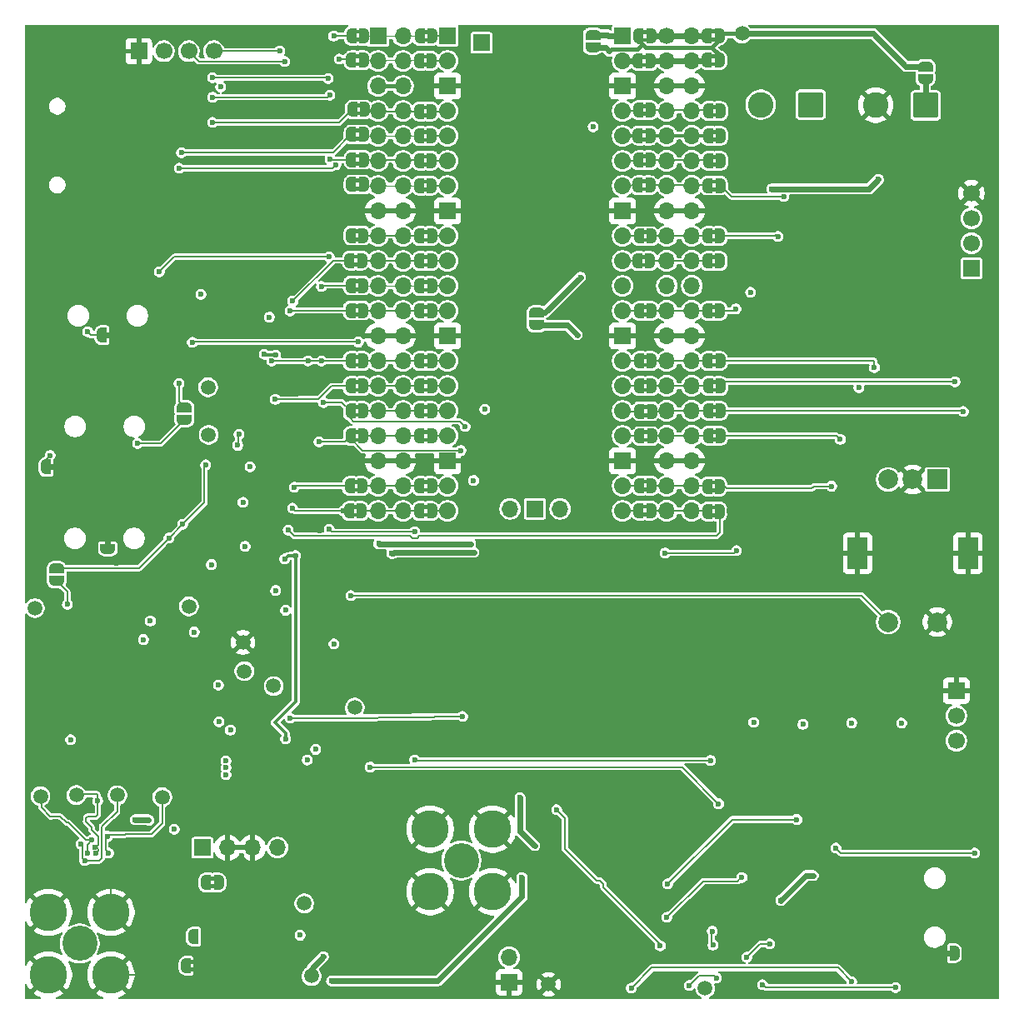
<source format=gbr>
%TF.GenerationSoftware,KiCad,Pcbnew,9.0.7-9.0.7~ubuntu24.04.1*%
%TF.CreationDate,2026-02-20T11:59:03-08:00*%
%TF.ProjectId,Intro-to-CAD-2026,496e7472-6f2d-4746-9f2d-4341442d3230,rev?*%
%TF.SameCoordinates,Original*%
%TF.FileFunction,Copper,L4,Bot*%
%TF.FilePolarity,Positive*%
%FSLAX46Y46*%
G04 Gerber Fmt 4.6, Leading zero omitted, Abs format (unit mm)*
G04 Created by KiCad (PCBNEW 9.0.7-9.0.7~ubuntu24.04.1) date 2026-02-20 11:59:03*
%MOMM*%
%LPD*%
G01*
G04 APERTURE LIST*
G04 Aperture macros list*
%AMRoundRect*
0 Rectangle with rounded corners*
0 $1 Rounding radius*
0 $2 $3 $4 $5 $6 $7 $8 $9 X,Y pos of 4 corners*
0 Add a 4 corners polygon primitive as box body*
4,1,4,$2,$3,$4,$5,$6,$7,$8,$9,$2,$3,0*
0 Add four circle primitives for the rounded corners*
1,1,$1+$1,$2,$3*
1,1,$1+$1,$4,$5*
1,1,$1+$1,$6,$7*
1,1,$1+$1,$8,$9*
0 Add four rect primitives between the rounded corners*
20,1,$1+$1,$2,$3,$4,$5,0*
20,1,$1+$1,$4,$5,$6,$7,0*
20,1,$1+$1,$6,$7,$8,$9,0*
20,1,$1+$1,$8,$9,$2,$3,0*%
%AMFreePoly0*
4,1,23,0.500000,-0.750000,0.000000,-0.750000,0.000000,-0.745722,-0.065263,-0.745722,-0.191342,-0.711940,-0.304381,-0.646677,-0.396677,-0.554381,-0.461940,-0.441342,-0.495722,-0.315263,-0.495722,-0.250000,-0.500000,-0.250000,-0.500000,0.250000,-0.495722,0.250000,-0.495722,0.315263,-0.461940,0.441342,-0.396677,0.554381,-0.304381,0.646677,-0.191342,0.711940,-0.065263,0.745722,0.000000,0.745722,
0.000000,0.750000,0.500000,0.750000,0.500000,-0.750000,0.500000,-0.750000,$1*%
%AMFreePoly1*
4,1,23,0.000000,0.745722,0.065263,0.745722,0.191342,0.711940,0.304381,0.646677,0.396677,0.554381,0.461940,0.441342,0.495722,0.315263,0.495722,0.250000,0.500000,0.250000,0.500000,-0.250000,0.495722,-0.250000,0.495722,-0.315263,0.461940,-0.441342,0.396677,-0.554381,0.304381,-0.646677,0.191342,-0.711940,0.065263,-0.745722,0.000000,-0.745722,0.000000,-0.750000,-0.500000,-0.750000,
-0.500000,0.750000,0.000000,0.750000,0.000000,0.745722,0.000000,0.745722,$1*%
G04 Aperture macros list end*
%TA.AperFunction,EtchedComponent*%
%ADD10C,0.000000*%
%TD*%
%TA.AperFunction,ComponentPad*%
%ADD11R,1.700000X1.700000*%
%TD*%
%TA.AperFunction,ComponentPad*%
%ADD12C,1.700000*%
%TD*%
%TA.AperFunction,ComponentPad*%
%ADD13C,1.500000*%
%TD*%
%TA.AperFunction,ComponentPad*%
%ADD14C,0.500000*%
%TD*%
%TA.AperFunction,SMDPad,CuDef*%
%ADD15RoundRect,0.500000X2.000000X-2.000000X2.000000X2.000000X-2.000000X2.000000X-2.000000X-2.000000X0*%
%TD*%
%TA.AperFunction,ComponentPad*%
%ADD16C,3.556000*%
%TD*%
%TA.AperFunction,ComponentPad*%
%ADD17C,3.810000*%
%TD*%
%TA.AperFunction,ComponentPad*%
%ADD18RoundRect,0.250000X1.050000X1.050000X-1.050000X1.050000X-1.050000X-1.050000X1.050000X-1.050000X0*%
%TD*%
%TA.AperFunction,ComponentPad*%
%ADD19C,2.600000*%
%TD*%
%TA.AperFunction,ComponentPad*%
%ADD20O,1.700000X1.700000*%
%TD*%
%TA.AperFunction,ComponentPad*%
%ADD21R,2.000000X2.000000*%
%TD*%
%TA.AperFunction,ComponentPad*%
%ADD22C,2.000000*%
%TD*%
%TA.AperFunction,ComponentPad*%
%ADD23R,2.000000X3.200000*%
%TD*%
%TA.AperFunction,SMDPad,CuDef*%
%ADD24FreePoly0,180.000000*%
%TD*%
%TA.AperFunction,SMDPad,CuDef*%
%ADD25FreePoly1,180.000000*%
%TD*%
%TA.AperFunction,SMDPad,CuDef*%
%ADD26FreePoly0,270.000000*%
%TD*%
%TA.AperFunction,SMDPad,CuDef*%
%ADD27FreePoly1,270.000000*%
%TD*%
%TA.AperFunction,SMDPad,CuDef*%
%ADD28FreePoly0,0.000000*%
%TD*%
%TA.AperFunction,SMDPad,CuDef*%
%ADD29FreePoly1,0.000000*%
%TD*%
%TA.AperFunction,SMDPad,CuDef*%
%ADD30FreePoly0,90.000000*%
%TD*%
%TA.AperFunction,SMDPad,CuDef*%
%ADD31FreePoly1,90.000000*%
%TD*%
%TA.AperFunction,ViaPad*%
%ADD32C,0.600000*%
%TD*%
%TA.AperFunction,Conductor*%
%ADD33C,0.127000*%
%TD*%
%TA.AperFunction,Conductor*%
%ADD34C,0.600000*%
%TD*%
%TA.AperFunction,Conductor*%
%ADD35C,0.400000*%
%TD*%
%TA.AperFunction,Conductor*%
%ADD36C,0.300000*%
%TD*%
%TA.AperFunction,Conductor*%
%ADD37C,0.100000*%
%TD*%
%TA.AperFunction,Conductor*%
%ADD38C,0.200000*%
%TD*%
G04 APERTURE END LIST*
D10*
%TA.AperFunction,EtchedComponent*%
%TO.C,JP45*%
G36*
X164720000Y-67960000D02*
G01*
X164220000Y-67960000D01*
X164220000Y-67560000D01*
X164720000Y-67560000D01*
X164720000Y-67960000D01*
G37*
%TD.AperFunction*%
%TA.AperFunction,EtchedComponent*%
G36*
X164720000Y-68760000D02*
G01*
X164220000Y-68760000D01*
X164220000Y-68360000D01*
X164720000Y-68360000D01*
X164720000Y-68760000D01*
G37*
%TD.AperFunction*%
%TA.AperFunction,EtchedComponent*%
%TO.C,JP33*%
G36*
X171660000Y-78160000D02*
G01*
X171160000Y-78160000D01*
X171160000Y-77760000D01*
X171660000Y-77760000D01*
X171660000Y-78160000D01*
G37*
%TD.AperFunction*%
%TA.AperFunction,EtchedComponent*%
G36*
X171660000Y-78960000D02*
G01*
X171160000Y-78960000D01*
X171160000Y-78560000D01*
X171660000Y-78560000D01*
X171660000Y-78960000D01*
G37*
%TD.AperFunction*%
%TA.AperFunction,EtchedComponent*%
%TO.C,JP56*%
G36*
X142390000Y-47590000D02*
G01*
X141890000Y-47590000D01*
X141890000Y-47190000D01*
X142390000Y-47190000D01*
X142390000Y-47590000D01*
G37*
%TD.AperFunction*%
%TA.AperFunction,EtchedComponent*%
G36*
X142390000Y-48390000D02*
G01*
X141890000Y-48390000D01*
X141890000Y-47990000D01*
X142390000Y-47990000D01*
X142390000Y-48390000D01*
G37*
%TD.AperFunction*%
%TA.AperFunction,EtchedComponent*%
%TO.C,JP78*%
G36*
X135420000Y-65420000D02*
G01*
X134920000Y-65420000D01*
X134920000Y-65020000D01*
X135420000Y-65020000D01*
X135420000Y-65420000D01*
G37*
%TD.AperFunction*%
%TA.AperFunction,EtchedComponent*%
G36*
X135420000Y-66220000D02*
G01*
X134920000Y-66220000D01*
X134920000Y-65820000D01*
X135420000Y-65820000D01*
X135420000Y-66220000D01*
G37*
%TD.AperFunction*%
%TA.AperFunction,EtchedComponent*%
%TO.C,JP1*%
G36*
X118720000Y-126870000D02*
G01*
X118220000Y-126870000D01*
X118220000Y-126470000D01*
X118720000Y-126470000D01*
X118720000Y-126870000D01*
G37*
%TD.AperFunction*%
%TA.AperFunction,EtchedComponent*%
G36*
X118720000Y-127670000D02*
G01*
X118220000Y-127670000D01*
X118220000Y-127270000D01*
X118720000Y-127270000D01*
X118720000Y-127670000D01*
G37*
%TD.AperFunction*%
%TA.AperFunction,EtchedComponent*%
%TO.C,e3*%
G36*
X195500000Y-126100000D02*
G01*
X195000000Y-126100000D01*
X195000000Y-125500000D01*
X195500000Y-125500000D01*
X195500000Y-126100000D01*
G37*
%TD.AperFunction*%
%TA.AperFunction,EtchedComponent*%
%TO.C,JP58*%
G36*
X142410000Y-55260000D02*
G01*
X141910000Y-55260000D01*
X141910000Y-54860000D01*
X142410000Y-54860000D01*
X142410000Y-55260000D01*
G37*
%TD.AperFunction*%
%TA.AperFunction,EtchedComponent*%
G36*
X142410000Y-56060000D02*
G01*
X141910000Y-56060000D01*
X141910000Y-55660000D01*
X142410000Y-55660000D01*
X142410000Y-56060000D01*
G37*
%TD.AperFunction*%
%TA.AperFunction,EtchedComponent*%
%TO.C,JP77*%
G36*
X135420000Y-60280000D02*
G01*
X134920000Y-60280000D01*
X134920000Y-59880000D01*
X135420000Y-59880000D01*
X135420000Y-60280000D01*
G37*
%TD.AperFunction*%
%TA.AperFunction,EtchedComponent*%
G36*
X135420000Y-61080000D02*
G01*
X134920000Y-61080000D01*
X134920000Y-60680000D01*
X135420000Y-60680000D01*
X135420000Y-61080000D01*
G37*
%TD.AperFunction*%
%TA.AperFunction,EtchedComponent*%
%TO.C,JP74*%
G36*
X135460000Y-52660000D02*
G01*
X134960000Y-52660000D01*
X134960000Y-52260000D01*
X135460000Y-52260000D01*
X135460000Y-52660000D01*
G37*
%TD.AperFunction*%
%TA.AperFunction,EtchedComponent*%
G36*
X135460000Y-53460000D02*
G01*
X134960000Y-53460000D01*
X134960000Y-53060000D01*
X135460000Y-53060000D01*
X135460000Y-53460000D01*
G37*
%TD.AperFunction*%
%TA.AperFunction,EtchedComponent*%
%TO.C,JP25*%
G36*
X171710000Y-47585000D02*
G01*
X171210000Y-47585000D01*
X171210000Y-47185000D01*
X171710000Y-47185000D01*
X171710000Y-47585000D01*
G37*
%TD.AperFunction*%
%TA.AperFunction,EtchedComponent*%
G36*
X171710000Y-48385000D02*
G01*
X171210000Y-48385000D01*
X171210000Y-47985000D01*
X171710000Y-47985000D01*
X171710000Y-48385000D01*
G37*
%TD.AperFunction*%
%TA.AperFunction,EtchedComponent*%
%TO.C,JP66*%
G36*
X142410000Y-80660000D02*
G01*
X141910000Y-80660000D01*
X141910000Y-80260000D01*
X142410000Y-80260000D01*
X142410000Y-80660000D01*
G37*
%TD.AperFunction*%
%TA.AperFunction,EtchedComponent*%
G36*
X142410000Y-81460000D02*
G01*
X141910000Y-81460000D01*
X141910000Y-81060000D01*
X142410000Y-81060000D01*
X142410000Y-81460000D01*
G37*
%TD.AperFunction*%
%TA.AperFunction,EtchedComponent*%
%TO.C,JP79*%
G36*
X135420000Y-67960000D02*
G01*
X134920000Y-67960000D01*
X134920000Y-67560000D01*
X135420000Y-67560000D01*
X135420000Y-67960000D01*
G37*
%TD.AperFunction*%
%TA.AperFunction,EtchedComponent*%
G36*
X135420000Y-68760000D02*
G01*
X134920000Y-68760000D01*
X134920000Y-68360000D01*
X135420000Y-68360000D01*
X135420000Y-68760000D01*
G37*
%TD.AperFunction*%
%TA.AperFunction,EtchedComponent*%
%TO.C,JP86*%
G36*
X120740000Y-118410000D02*
G01*
X120240000Y-118410000D01*
X120240000Y-118010000D01*
X120740000Y-118010000D01*
X120740000Y-118410000D01*
G37*
%TD.AperFunction*%
%TA.AperFunction,EtchedComponent*%
G36*
X120740000Y-119210000D02*
G01*
X120240000Y-119210000D01*
X120240000Y-118810000D01*
X120740000Y-118810000D01*
X120740000Y-119210000D01*
G37*
%TD.AperFunction*%
%TA.AperFunction,EtchedComponent*%
%TO.C,JP71*%
G36*
X135485000Y-42410000D02*
G01*
X134985000Y-42410000D01*
X134985000Y-42010000D01*
X135485000Y-42010000D01*
X135485000Y-42410000D01*
G37*
%TD.AperFunction*%
%TA.AperFunction,EtchedComponent*%
G36*
X135485000Y-43210000D02*
G01*
X134985000Y-43210000D01*
X134985000Y-42810000D01*
X135485000Y-42810000D01*
X135485000Y-43210000D01*
G37*
%TD.AperFunction*%
%TA.AperFunction,EtchedComponent*%
%TO.C,JP76*%
G36*
X135430000Y-57740000D02*
G01*
X134930000Y-57740000D01*
X134930000Y-57340000D01*
X135430000Y-57340000D01*
X135430000Y-57740000D01*
G37*
%TD.AperFunction*%
%TA.AperFunction,EtchedComponent*%
G36*
X135430000Y-58540000D02*
G01*
X134930000Y-58540000D01*
X134930000Y-58140000D01*
X135430000Y-58140000D01*
X135430000Y-58540000D01*
G37*
%TD.AperFunction*%
%TA.AperFunction,EtchedComponent*%
%TO.C,e5*%
G36*
X110170000Y-84320000D02*
G01*
X109570000Y-84320000D01*
X109570000Y-83820000D01*
X110170000Y-83820000D01*
X110170000Y-84320000D01*
G37*
%TD.AperFunction*%
%TA.AperFunction,EtchedComponent*%
%TO.C,JP31*%
G36*
X171735000Y-70485000D02*
G01*
X171235000Y-70485000D01*
X171235000Y-70085000D01*
X171735000Y-70085000D01*
X171735000Y-70485000D01*
G37*
%TD.AperFunction*%
%TA.AperFunction,EtchedComponent*%
G36*
X171735000Y-71285000D02*
G01*
X171235000Y-71285000D01*
X171235000Y-70885000D01*
X171735000Y-70885000D01*
X171735000Y-71285000D01*
G37*
%TD.AperFunction*%
%TA.AperFunction,EtchedComponent*%
%TO.C,JP83*%
G36*
X135260000Y-80660000D02*
G01*
X134760000Y-80660000D01*
X134760000Y-80260000D01*
X135260000Y-80260000D01*
X135260000Y-80660000D01*
G37*
%TD.AperFunction*%
%TA.AperFunction,EtchedComponent*%
G36*
X135260000Y-81460000D02*
G01*
X134760000Y-81460000D01*
X134760000Y-81060000D01*
X135260000Y-81060000D01*
X135260000Y-81460000D01*
G37*
%TD.AperFunction*%
%TA.AperFunction,EtchedComponent*%
%TO.C,JP44*%
G36*
X164720000Y-65410000D02*
G01*
X164220000Y-65410000D01*
X164220000Y-65010000D01*
X164720000Y-65010000D01*
X164720000Y-65410000D01*
G37*
%TD.AperFunction*%
%TA.AperFunction,EtchedComponent*%
G36*
X164720000Y-66210000D02*
G01*
X164220000Y-66210000D01*
X164220000Y-65810000D01*
X164720000Y-65810000D01*
X164720000Y-66210000D01*
G37*
%TD.AperFunction*%
%TA.AperFunction,EtchedComponent*%
%TO.C,JP27*%
G36*
X171685000Y-55260000D02*
G01*
X171185000Y-55260000D01*
X171185000Y-54860000D01*
X171685000Y-54860000D01*
X171685000Y-55260000D01*
G37*
%TD.AperFunction*%
%TA.AperFunction,EtchedComponent*%
G36*
X171685000Y-56060000D02*
G01*
X171185000Y-56060000D01*
X171185000Y-55660000D01*
X171685000Y-55660000D01*
X171685000Y-56060000D01*
G37*
%TD.AperFunction*%
%TA.AperFunction,EtchedComponent*%
%TO.C,JP70*%
G36*
X135610000Y-39860000D02*
G01*
X135110000Y-39860000D01*
X135110000Y-39460000D01*
X135610000Y-39460000D01*
X135610000Y-39860000D01*
G37*
%TD.AperFunction*%
%TA.AperFunction,EtchedComponent*%
G36*
X135610000Y-40660000D02*
G01*
X135110000Y-40660000D01*
X135110000Y-40260000D01*
X135610000Y-40260000D01*
X135610000Y-40660000D01*
G37*
%TD.AperFunction*%
%TA.AperFunction,EtchedComponent*%
%TO.C,JP57*%
G36*
X142410000Y-52720000D02*
G01*
X141910000Y-52720000D01*
X141910000Y-52320000D01*
X142410000Y-52320000D01*
X142410000Y-52720000D01*
G37*
%TD.AperFunction*%
%TA.AperFunction,EtchedComponent*%
G36*
X142410000Y-53520000D02*
G01*
X141910000Y-53520000D01*
X141910000Y-53120000D01*
X142410000Y-53120000D01*
X142410000Y-53520000D01*
G37*
%TD.AperFunction*%
%TA.AperFunction,EtchedComponent*%
%TO.C,JP63*%
G36*
X142410000Y-70500000D02*
G01*
X141910000Y-70500000D01*
X141910000Y-70100000D01*
X142410000Y-70100000D01*
X142410000Y-70500000D01*
G37*
%TD.AperFunction*%
%TA.AperFunction,EtchedComponent*%
G36*
X142410000Y-71300000D02*
G01*
X141910000Y-71300000D01*
X141910000Y-70900000D01*
X142410000Y-70900000D01*
X142410000Y-71300000D01*
G37*
%TD.AperFunction*%
%TA.AperFunction,EtchedComponent*%
%TO.C,JP73*%
G36*
X135485000Y-47485000D02*
G01*
X134985000Y-47485000D01*
X134985000Y-47085000D01*
X135485000Y-47085000D01*
X135485000Y-47485000D01*
G37*
%TD.AperFunction*%
%TA.AperFunction,EtchedComponent*%
G36*
X135485000Y-48285000D02*
G01*
X134985000Y-48285000D01*
X134985000Y-47885000D01*
X135485000Y-47885000D01*
X135485000Y-48285000D01*
G37*
%TD.AperFunction*%
%TA.AperFunction,EtchedComponent*%
%TO.C,JP55*%
G36*
X142400000Y-45050000D02*
G01*
X141900000Y-45050000D01*
X141900000Y-44650000D01*
X142400000Y-44650000D01*
X142400000Y-45050000D01*
G37*
%TD.AperFunction*%
%TA.AperFunction,EtchedComponent*%
G36*
X142400000Y-45850000D02*
G01*
X141900000Y-45850000D01*
X141900000Y-45450000D01*
X142400000Y-45450000D01*
X142400000Y-45850000D01*
G37*
%TD.AperFunction*%
%TA.AperFunction,EtchedComponent*%
%TO.C,JP41*%
G36*
X164720000Y-52730000D02*
G01*
X164220000Y-52730000D01*
X164220000Y-52330000D01*
X164720000Y-52330000D01*
X164720000Y-52730000D01*
G37*
%TD.AperFunction*%
%TA.AperFunction,EtchedComponent*%
G36*
X164720000Y-53530000D02*
G01*
X164220000Y-53530000D01*
X164220000Y-53130000D01*
X164720000Y-53130000D01*
X164720000Y-53530000D01*
G37*
%TD.AperFunction*%
%TA.AperFunction,EtchedComponent*%
%TO.C,JP80*%
G36*
X135420000Y-70500000D02*
G01*
X134920000Y-70500000D01*
X134920000Y-70100000D01*
X135420000Y-70100000D01*
X135420000Y-70500000D01*
G37*
%TD.AperFunction*%
%TA.AperFunction,EtchedComponent*%
G36*
X135420000Y-71300000D02*
G01*
X134920000Y-71300000D01*
X134920000Y-70900000D01*
X135420000Y-70900000D01*
X135420000Y-71300000D01*
G37*
%TD.AperFunction*%
%TA.AperFunction,EtchedComponent*%
%TO.C,JP43*%
G36*
X164720000Y-60310000D02*
G01*
X164220000Y-60310000D01*
X164220000Y-59910000D01*
X164720000Y-59910000D01*
X164720000Y-60310000D01*
G37*
%TD.AperFunction*%
%TA.AperFunction,EtchedComponent*%
G36*
X164720000Y-61110000D02*
G01*
X164220000Y-61110000D01*
X164220000Y-60710000D01*
X164720000Y-60710000D01*
X164720000Y-61110000D01*
G37*
%TD.AperFunction*%
%TA.AperFunction,EtchedComponent*%
%TO.C,JP39*%
G36*
X164640000Y-45020000D02*
G01*
X164140000Y-45020000D01*
X164140000Y-44620000D01*
X164640000Y-44620000D01*
X164640000Y-45020000D01*
G37*
%TD.AperFunction*%
%TA.AperFunction,EtchedComponent*%
G36*
X164640000Y-45820000D02*
G01*
X164140000Y-45820000D01*
X164140000Y-45420000D01*
X164640000Y-45420000D01*
X164640000Y-45820000D01*
G37*
%TD.AperFunction*%
%TA.AperFunction,EtchedComponent*%
%TO.C,JP26*%
G36*
X171685000Y-52710000D02*
G01*
X171185000Y-52710000D01*
X171185000Y-52310000D01*
X171685000Y-52310000D01*
X171685000Y-52710000D01*
G37*
%TD.AperFunction*%
%TA.AperFunction,EtchedComponent*%
G36*
X171685000Y-53510000D02*
G01*
X171185000Y-53510000D01*
X171185000Y-53110000D01*
X171685000Y-53110000D01*
X171685000Y-53510000D01*
G37*
%TD.AperFunction*%
%TA.AperFunction,EtchedComponent*%
%TO.C,JP67*%
G36*
X135510000Y-32360000D02*
G01*
X135010000Y-32360000D01*
X135010000Y-31960000D01*
X135510000Y-31960000D01*
X135510000Y-32360000D01*
G37*
%TD.AperFunction*%
%TA.AperFunction,EtchedComponent*%
G36*
X135510000Y-33160000D02*
G01*
X135010000Y-33160000D01*
X135010000Y-32760000D01*
X135510000Y-32760000D01*
X135510000Y-33160000D01*
G37*
%TD.AperFunction*%
%TA.AperFunction,EtchedComponent*%
%TO.C,JP29*%
G36*
X171710000Y-65410000D02*
G01*
X171210000Y-65410000D01*
X171210000Y-65010000D01*
X171710000Y-65010000D01*
X171710000Y-65410000D01*
G37*
%TD.AperFunction*%
%TA.AperFunction,EtchedComponent*%
G36*
X171710000Y-66210000D02*
G01*
X171210000Y-66210000D01*
X171210000Y-65810000D01*
X171710000Y-65810000D01*
X171710000Y-66210000D01*
G37*
%TD.AperFunction*%
%TA.AperFunction,EtchedComponent*%
%TO.C,JP34*%
G36*
X171660000Y-80710000D02*
G01*
X171160000Y-80710000D01*
X171160000Y-80310000D01*
X171660000Y-80310000D01*
X171660000Y-80710000D01*
G37*
%TD.AperFunction*%
%TA.AperFunction,EtchedComponent*%
G36*
X171660000Y-81510000D02*
G01*
X171160000Y-81510000D01*
X171160000Y-81110000D01*
X171660000Y-81110000D01*
X171660000Y-81510000D01*
G37*
%TD.AperFunction*%
%TA.AperFunction,EtchedComponent*%
%TO.C,JP49*%
G36*
X164690000Y-80620000D02*
G01*
X164190000Y-80620000D01*
X164190000Y-80220000D01*
X164690000Y-80220000D01*
X164690000Y-80620000D01*
G37*
%TD.AperFunction*%
%TA.AperFunction,EtchedComponent*%
G36*
X164690000Y-81420000D02*
G01*
X164190000Y-81420000D01*
X164190000Y-81020000D01*
X164690000Y-81020000D01*
X164690000Y-81420000D01*
G37*
%TD.AperFunction*%
%TA.AperFunction,EtchedComponent*%
%TO.C,JP36*%
G36*
X164620000Y-34940000D02*
G01*
X164120000Y-34940000D01*
X164120000Y-34540000D01*
X164620000Y-34540000D01*
X164620000Y-34940000D01*
G37*
%TD.AperFunction*%
%TA.AperFunction,EtchedComponent*%
G36*
X164620000Y-35740000D02*
G01*
X164120000Y-35740000D01*
X164120000Y-35340000D01*
X164620000Y-35340000D01*
X164620000Y-35740000D01*
G37*
%TD.AperFunction*%
%TA.AperFunction,EtchedComponent*%
%TO.C,JP40*%
G36*
X164600000Y-47560000D02*
G01*
X164100000Y-47560000D01*
X164100000Y-47160000D01*
X164600000Y-47160000D01*
X164600000Y-47560000D01*
G37*
%TD.AperFunction*%
%TA.AperFunction,EtchedComponent*%
G36*
X164600000Y-48360000D02*
G01*
X164100000Y-48360000D01*
X164100000Y-47960000D01*
X164600000Y-47960000D01*
X164600000Y-48360000D01*
G37*
%TD.AperFunction*%
%TA.AperFunction,EtchedComponent*%
%TO.C,JP65*%
G36*
X142410000Y-78120000D02*
G01*
X141910000Y-78120000D01*
X141910000Y-77720000D01*
X142410000Y-77720000D01*
X142410000Y-78120000D01*
G37*
%TD.AperFunction*%
%TA.AperFunction,EtchedComponent*%
G36*
X142410000Y-78920000D02*
G01*
X141910000Y-78920000D01*
X141910000Y-78520000D01*
X142410000Y-78520000D01*
X142410000Y-78920000D01*
G37*
%TD.AperFunction*%
%TA.AperFunction,EtchedComponent*%
%TO.C,JP28*%
G36*
X171685000Y-60310000D02*
G01*
X171185000Y-60310000D01*
X171185000Y-59910000D01*
X171685000Y-59910000D01*
X171685000Y-60310000D01*
G37*
%TD.AperFunction*%
%TA.AperFunction,EtchedComponent*%
G36*
X171685000Y-61110000D02*
G01*
X171185000Y-61110000D01*
X171185000Y-60710000D01*
X171685000Y-60710000D01*
X171685000Y-61110000D01*
G37*
%TD.AperFunction*%
%TA.AperFunction,EtchedComponent*%
%TO.C,JP68*%
G36*
X135485000Y-34860000D02*
G01*
X134985000Y-34860000D01*
X134985000Y-34460000D01*
X135485000Y-34460000D01*
X135485000Y-34860000D01*
G37*
%TD.AperFunction*%
%TA.AperFunction,EtchedComponent*%
G36*
X135485000Y-35660000D02*
G01*
X134985000Y-35660000D01*
X134985000Y-35260000D01*
X135485000Y-35260000D01*
X135485000Y-35660000D01*
G37*
%TD.AperFunction*%
%TA.AperFunction,EtchedComponent*%
%TO.C,JP32*%
G36*
X171735000Y-73010000D02*
G01*
X171235000Y-73010000D01*
X171235000Y-72610000D01*
X171735000Y-72610000D01*
X171735000Y-73010000D01*
G37*
%TD.AperFunction*%
%TA.AperFunction,EtchedComponent*%
G36*
X171735000Y-73810000D02*
G01*
X171235000Y-73810000D01*
X171235000Y-73410000D01*
X171735000Y-73410000D01*
X171735000Y-73810000D01*
G37*
%TD.AperFunction*%
%TA.AperFunction,EtchedComponent*%
%TO.C,JP30*%
G36*
X171735000Y-67960000D02*
G01*
X171235000Y-67960000D01*
X171235000Y-67560000D01*
X171735000Y-67560000D01*
X171735000Y-67960000D01*
G37*
%TD.AperFunction*%
%TA.AperFunction,EtchedComponent*%
G36*
X171735000Y-68760000D02*
G01*
X171235000Y-68760000D01*
X171235000Y-68360000D01*
X171735000Y-68360000D01*
X171735000Y-68760000D01*
G37*
%TD.AperFunction*%
%TA.AperFunction,EtchedComponent*%
%TO.C,JP42*%
G36*
X164590000Y-55260000D02*
G01*
X164090000Y-55260000D01*
X164090000Y-54860000D01*
X164590000Y-54860000D01*
X164590000Y-55260000D01*
G37*
%TD.AperFunction*%
%TA.AperFunction,EtchedComponent*%
G36*
X164590000Y-56060000D02*
G01*
X164090000Y-56060000D01*
X164090000Y-55660000D01*
X164590000Y-55660000D01*
X164590000Y-56060000D01*
G37*
%TD.AperFunction*%
%TA.AperFunction,EtchedComponent*%
%TO.C,JP54*%
G36*
X142380000Y-42550000D02*
G01*
X141880000Y-42550000D01*
X141880000Y-42150000D01*
X142380000Y-42150000D01*
X142380000Y-42550000D01*
G37*
%TD.AperFunction*%
%TA.AperFunction,EtchedComponent*%
G36*
X142380000Y-43350000D02*
G01*
X141880000Y-43350000D01*
X141880000Y-42950000D01*
X142380000Y-42950000D01*
X142380000Y-43350000D01*
G37*
%TD.AperFunction*%
%TA.AperFunction,EtchedComponent*%
%TO.C,JP51*%
G36*
X142440000Y-32390000D02*
G01*
X141940000Y-32390000D01*
X141940000Y-31990000D01*
X142440000Y-31990000D01*
X142440000Y-32390000D01*
G37*
%TD.AperFunction*%
%TA.AperFunction,EtchedComponent*%
G36*
X142440000Y-33190000D02*
G01*
X141940000Y-33190000D01*
X141940000Y-32790000D01*
X142440000Y-32790000D01*
X142440000Y-33190000D01*
G37*
%TD.AperFunction*%
%TA.AperFunction,EtchedComponent*%
%TO.C,JP62*%
G36*
X142410000Y-67960000D02*
G01*
X141910000Y-67960000D01*
X141910000Y-67560000D01*
X142410000Y-67560000D01*
X142410000Y-67960000D01*
G37*
%TD.AperFunction*%
%TA.AperFunction,EtchedComponent*%
G36*
X142410000Y-68760000D02*
G01*
X141910000Y-68760000D01*
X141910000Y-68360000D01*
X142410000Y-68360000D01*
X142410000Y-68760000D01*
G37*
%TD.AperFunction*%
%TA.AperFunction,EtchedComponent*%
%TO.C,JP53*%
G36*
X142380000Y-40050000D02*
G01*
X141880000Y-40050000D01*
X141880000Y-39650000D01*
X142380000Y-39650000D01*
X142380000Y-40050000D01*
G37*
%TD.AperFunction*%
%TA.AperFunction,EtchedComponent*%
G36*
X142380000Y-40850000D02*
G01*
X141880000Y-40850000D01*
X141880000Y-40450000D01*
X142380000Y-40450000D01*
X142380000Y-40850000D01*
G37*
%TD.AperFunction*%
%TA.AperFunction,EtchedComponent*%
%TO.C,JP60*%
G36*
X142410000Y-60340000D02*
G01*
X141910000Y-60340000D01*
X141910000Y-59940000D01*
X142410000Y-59940000D01*
X142410000Y-60340000D01*
G37*
%TD.AperFunction*%
%TA.AperFunction,EtchedComponent*%
G36*
X142410000Y-61140000D02*
G01*
X141910000Y-61140000D01*
X141910000Y-60740000D01*
X142410000Y-60740000D01*
X142410000Y-61140000D01*
G37*
%TD.AperFunction*%
%TA.AperFunction,EtchedComponent*%
%TO.C,JP47*%
G36*
X164780000Y-73050000D02*
G01*
X164280000Y-73050000D01*
X164280000Y-72650000D01*
X164780000Y-72650000D01*
X164780000Y-73050000D01*
G37*
%TD.AperFunction*%
%TA.AperFunction,EtchedComponent*%
G36*
X164780000Y-73850000D02*
G01*
X164280000Y-73850000D01*
X164280000Y-73450000D01*
X164780000Y-73450000D01*
X164780000Y-73850000D01*
G37*
%TD.AperFunction*%
%TA.AperFunction,EtchedComponent*%
%TO.C,JP72*%
G36*
X135485000Y-44960000D02*
G01*
X134985000Y-44960000D01*
X134985000Y-44560000D01*
X135485000Y-44560000D01*
X135485000Y-44960000D01*
G37*
%TD.AperFunction*%
%TA.AperFunction,EtchedComponent*%
G36*
X135485000Y-45760000D02*
G01*
X134985000Y-45760000D01*
X134985000Y-45360000D01*
X135485000Y-45360000D01*
X135485000Y-45760000D01*
G37*
%TD.AperFunction*%
%TA.AperFunction,EtchedComponent*%
%TO.C,JP38*%
G36*
X164610000Y-42510000D02*
G01*
X164110000Y-42510000D01*
X164110000Y-42110000D01*
X164610000Y-42110000D01*
X164610000Y-42510000D01*
G37*
%TD.AperFunction*%
%TA.AperFunction,EtchedComponent*%
G36*
X164610000Y-43310000D02*
G01*
X164110000Y-43310000D01*
X164110000Y-42910000D01*
X164610000Y-42910000D01*
X164610000Y-43310000D01*
G37*
%TD.AperFunction*%
%TA.AperFunction,EtchedComponent*%
%TO.C,JP46*%
G36*
X164780000Y-70520000D02*
G01*
X164280000Y-70520000D01*
X164280000Y-70120000D01*
X164780000Y-70120000D01*
X164780000Y-70520000D01*
G37*
%TD.AperFunction*%
%TA.AperFunction,EtchedComponent*%
G36*
X164780000Y-71320000D02*
G01*
X164280000Y-71320000D01*
X164280000Y-70920000D01*
X164780000Y-70920000D01*
X164780000Y-71320000D01*
G37*
%TD.AperFunction*%
%TA.AperFunction,EtchedComponent*%
%TO.C,e8*%
G36*
X110140000Y-63290000D02*
G01*
X109640000Y-63290000D01*
X109640000Y-62690000D01*
X110140000Y-62690000D01*
X110140000Y-63290000D01*
G37*
%TD.AperFunction*%
%TA.AperFunction,EtchedComponent*%
%TO.C,JP61*%
G36*
X142410000Y-65420000D02*
G01*
X141910000Y-65420000D01*
X141910000Y-65020000D01*
X142410000Y-65020000D01*
X142410000Y-65420000D01*
G37*
%TD.AperFunction*%
%TA.AperFunction,EtchedComponent*%
G36*
X142410000Y-66220000D02*
G01*
X141910000Y-66220000D01*
X141910000Y-65820000D01*
X142410000Y-65820000D01*
X142410000Y-66220000D01*
G37*
%TD.AperFunction*%
%TA.AperFunction,EtchedComponent*%
%TO.C,JP81*%
G36*
X135420000Y-73040000D02*
G01*
X134920000Y-73040000D01*
X134920000Y-72640000D01*
X135420000Y-72640000D01*
X135420000Y-73040000D01*
G37*
%TD.AperFunction*%
%TA.AperFunction,EtchedComponent*%
G36*
X135420000Y-73840000D02*
G01*
X134920000Y-73840000D01*
X134920000Y-73440000D01*
X135420000Y-73440000D01*
X135420000Y-73840000D01*
G37*
%TD.AperFunction*%
%TA.AperFunction,EtchedComponent*%
%TO.C,JP64*%
G36*
X142410000Y-73040000D02*
G01*
X141910000Y-73040000D01*
X141910000Y-72640000D01*
X142410000Y-72640000D01*
X142410000Y-73040000D01*
G37*
%TD.AperFunction*%
%TA.AperFunction,EtchedComponent*%
G36*
X142410000Y-73840000D02*
G01*
X141910000Y-73840000D01*
X141910000Y-73440000D01*
X142410000Y-73440000D01*
X142410000Y-73840000D01*
G37*
%TD.AperFunction*%
%TA.AperFunction,EtchedComponent*%
%TO.C,JP48*%
G36*
X164730000Y-78080000D02*
G01*
X164230000Y-78080000D01*
X164230000Y-77680000D01*
X164730000Y-77680000D01*
X164730000Y-78080000D01*
G37*
%TD.AperFunction*%
%TA.AperFunction,EtchedComponent*%
G36*
X164730000Y-78880000D02*
G01*
X164230000Y-78880000D01*
X164230000Y-78480000D01*
X164730000Y-78480000D01*
X164730000Y-78880000D01*
G37*
%TD.AperFunction*%
%TA.AperFunction,EtchedComponent*%
%TO.C,JP75*%
G36*
X135310000Y-55210000D02*
G01*
X134810000Y-55210000D01*
X134810000Y-54810000D01*
X135310000Y-54810000D01*
X135310000Y-55210000D01*
G37*
%TD.AperFunction*%
%TA.AperFunction,EtchedComponent*%
G36*
X135310000Y-56010000D02*
G01*
X134810000Y-56010000D01*
X134810000Y-55610000D01*
X135310000Y-55610000D01*
X135310000Y-56010000D01*
G37*
%TD.AperFunction*%
%TA.AperFunction,EtchedComponent*%
%TO.C,JP24*%
G36*
X171735000Y-45085000D02*
G01*
X171235000Y-45085000D01*
X171235000Y-44685000D01*
X171735000Y-44685000D01*
X171735000Y-45085000D01*
G37*
%TD.AperFunction*%
%TA.AperFunction,EtchedComponent*%
G36*
X171735000Y-45885000D02*
G01*
X171235000Y-45885000D01*
X171235000Y-45485000D01*
X171735000Y-45485000D01*
X171735000Y-45885000D01*
G37*
%TD.AperFunction*%
%TA.AperFunction,EtchedComponent*%
%TO.C,JP52*%
G36*
X142380000Y-34900000D02*
G01*
X141880000Y-34900000D01*
X141880000Y-34500000D01*
X142380000Y-34500000D01*
X142380000Y-34900000D01*
G37*
%TD.AperFunction*%
%TA.AperFunction,EtchedComponent*%
G36*
X142380000Y-35700000D02*
G01*
X141880000Y-35700000D01*
X141880000Y-35300000D01*
X142380000Y-35300000D01*
X142380000Y-35700000D01*
G37*
%TD.AperFunction*%
%TA.AperFunction,EtchedComponent*%
%TO.C,JP23*%
G36*
X171735000Y-42535000D02*
G01*
X171235000Y-42535000D01*
X171235000Y-42135000D01*
X171735000Y-42135000D01*
X171735000Y-42535000D01*
G37*
%TD.AperFunction*%
%TA.AperFunction,EtchedComponent*%
G36*
X171735000Y-43335000D02*
G01*
X171235000Y-43335000D01*
X171235000Y-42935000D01*
X171735000Y-42935000D01*
X171735000Y-43335000D01*
G37*
%TD.AperFunction*%
%TA.AperFunction,EtchedComponent*%
%TO.C,JP22*%
G36*
X171735000Y-40010000D02*
G01*
X171235000Y-40010000D01*
X171235000Y-39610000D01*
X171735000Y-39610000D01*
X171735000Y-40010000D01*
G37*
%TD.AperFunction*%
%TA.AperFunction,EtchedComponent*%
G36*
X171735000Y-40810000D02*
G01*
X171235000Y-40810000D01*
X171235000Y-40410000D01*
X171735000Y-40410000D01*
X171735000Y-40810000D01*
G37*
%TD.AperFunction*%
%TA.AperFunction,EtchedComponent*%
%TO.C,JP59*%
G36*
X142410000Y-57800000D02*
G01*
X141910000Y-57800000D01*
X141910000Y-57400000D01*
X142410000Y-57400000D01*
X142410000Y-57800000D01*
G37*
%TD.AperFunction*%
%TA.AperFunction,EtchedComponent*%
G36*
X142410000Y-58600000D02*
G01*
X141910000Y-58600000D01*
X141910000Y-58200000D01*
X142410000Y-58200000D01*
X142410000Y-58600000D01*
G37*
%TD.AperFunction*%
%TA.AperFunction,EtchedComponent*%
%TO.C,JP37*%
G36*
X164640000Y-39910000D02*
G01*
X164140000Y-39910000D01*
X164140000Y-39510000D01*
X164640000Y-39510000D01*
X164640000Y-39910000D01*
G37*
%TD.AperFunction*%
%TA.AperFunction,EtchedComponent*%
G36*
X164640000Y-40710000D02*
G01*
X164140000Y-40710000D01*
X164140000Y-40310000D01*
X164640000Y-40310000D01*
X164640000Y-40710000D01*
G37*
%TD.AperFunction*%
%TA.AperFunction,EtchedComponent*%
%TO.C,JP82*%
G36*
X135335000Y-78110000D02*
G01*
X134835000Y-78110000D01*
X134835000Y-77710000D01*
X135335000Y-77710000D01*
X135335000Y-78110000D01*
G37*
%TD.AperFunction*%
%TA.AperFunction,EtchedComponent*%
G36*
X135335000Y-78910000D02*
G01*
X134835000Y-78910000D01*
X134835000Y-78510000D01*
X135335000Y-78510000D01*
X135335000Y-78910000D01*
G37*
%TD.AperFunction*%
%TA.AperFunction,EtchedComponent*%
%TO.C,JP21*%
G36*
X171635000Y-34860000D02*
G01*
X171135000Y-34860000D01*
X171135000Y-34460000D01*
X171635000Y-34460000D01*
X171635000Y-34860000D01*
G37*
%TD.AperFunction*%
%TA.AperFunction,EtchedComponent*%
G36*
X171635000Y-35660000D02*
G01*
X171135000Y-35660000D01*
X171135000Y-35260000D01*
X171635000Y-35260000D01*
X171635000Y-35660000D01*
G37*
%TD.AperFunction*%
%TA.AperFunction,EtchedComponent*%
%TO.C,e4*%
G36*
X104460000Y-76690000D02*
G01*
X103960000Y-76690000D01*
X103960000Y-76090000D01*
X104460000Y-76090000D01*
X104460000Y-76690000D01*
G37*
%TD.AperFunction*%
%TA.AperFunction,EtchedComponent*%
%TO.C,JP20*%
G36*
X171635000Y-32335000D02*
G01*
X171135000Y-32335000D01*
X171135000Y-31935000D01*
X171635000Y-31935000D01*
X171635000Y-32335000D01*
G37*
%TD.AperFunction*%
%TA.AperFunction,EtchedComponent*%
G36*
X171635000Y-33135000D02*
G01*
X171135000Y-33135000D01*
X171135000Y-32735000D01*
X171635000Y-32735000D01*
X171635000Y-33135000D01*
G37*
%TD.AperFunction*%
%TA.AperFunction,EtchedComponent*%
%TO.C,JP35*%
G36*
X164700000Y-32390000D02*
G01*
X164200000Y-32390000D01*
X164200000Y-31990000D01*
X164700000Y-31990000D01*
X164700000Y-32390000D01*
G37*
%TD.AperFunction*%
%TA.AperFunction,EtchedComponent*%
G36*
X164700000Y-33190000D02*
G01*
X164200000Y-33190000D01*
X164200000Y-32790000D01*
X164700000Y-32790000D01*
X164700000Y-33190000D01*
G37*
%TD.AperFunction*%
%TD*%
D11*
%TO.P,J14,1,Pin_1*%
%TO.N,GND*%
X196080000Y-99140000D03*
D12*
%TO.P,J14,2,Pin_2*%
%TO.N,Net-(D11-DOUT)*%
X196080000Y-101680000D03*
%TO.P,J14,3,Pin_3*%
%TO.N,+3.3V*%
X196080000Y-104220000D03*
%TD*%
D13*
%TO.P,TP8,1,1*%
%TO.N,Net-(C59-Pad1)*%
X170575000Y-129350000D03*
%TD*%
D14*
%TO.P,U6,4,GND*%
%TO.N,GND*%
X150310000Y-58050000D03*
X152310000Y-58050000D03*
X154310000Y-58050000D03*
X150310000Y-56050000D03*
X152310000Y-56050000D03*
D15*
X152310000Y-56050000D03*
D14*
X154310000Y-56050000D03*
X150310000Y-54050000D03*
X152310000Y-54050000D03*
X154310000Y-54050000D03*
%TD*%
D13*
%TO.P,TP1,1,1*%
%TO.N,Net-(C3-Pad2)*%
X120060000Y-68290000D03*
%TD*%
D16*
%TO.P,J11,1,In*%
%TO.N,Net-(J11-In)*%
X107005000Y-124815000D03*
D17*
%TO.P,J11,2,Ext*%
%TO.N,GND*%
X103830000Y-121640000D03*
X103830000Y-127990000D03*
X110180000Y-121640000D03*
X110180000Y-127990000D03*
%TD*%
D13*
%TO.P,TP10,1,1*%
%TO.N,GND*%
X123600000Y-94220000D03*
%TD*%
D18*
%TO.P,J18,1,Pin_1*%
%TO.N,/H-Bridge/5V*%
X192970000Y-39630000D03*
D19*
%TO.P,J18,2,Pin_2*%
%TO.N,GND*%
X187890000Y-39630000D03*
%TD*%
D13*
%TO.P,TP14,1,1*%
%TO.N,Net-(U7-1B1)*%
X103030000Y-109840000D03*
%TD*%
D11*
%TO.P,Je3,1,Pin_1*%
%TO.N,Net-(JP86-A)*%
X119480000Y-115080000D03*
D20*
%TO.P,Je3,2,Pin_2*%
%TO.N,GND*%
X122020000Y-115080000D03*
%TO.P,Je3,3,Pin_3*%
X124560000Y-115080000D03*
%TO.P,Je3,4,Pin_4*%
%TO.N,Net-(JP86-B)*%
X127100000Y-115080000D03*
%TD*%
D11*
%TO.P,J15,1,Pin_1*%
%TO.N,GND*%
X113010000Y-34140000D03*
D12*
%TO.P,J15,2,Pin_2*%
%TO.N,+3.3V*%
X115550000Y-34140000D03*
%TO.P,J15,3,Pin_3*%
%TO.N,/SCL*%
X118090000Y-34140000D03*
%TO.P,J15,4,Pin_4*%
%TO.N,/SDA*%
X120630000Y-34140000D03*
%TD*%
D11*
%TO.P,J5,1,Pin_1*%
%TO.N,GND*%
X150650000Y-128750000D03*
D20*
%TO.P,J5,2,Pin_2*%
%TO.N,Net-(J5-Pin_2)*%
X150650000Y-126210000D03*
%TD*%
D13*
%TO.P,TP25,1,1*%
%TO.N,+4.7V*%
X174310000Y-32350000D03*
%TD*%
%TO.P,TP12,1,1*%
%TO.N,GND*%
X154660000Y-128960000D03*
%TD*%
D20*
%TO.P,J3,21,Pin_20*%
%TO.N,Net-(J3-Pin_20)*%
X166680000Y-80840000D03*
X169220000Y-80840000D03*
%TO.P,J3,22,Pin_19*%
%TO.N,Net-(J3-Pin_19)*%
X166680000Y-78300000D03*
X169220000Y-78300000D03*
%TO.P,J3,23,Pin_23*%
%TO.N,GND*%
X166680000Y-75760000D03*
X169220000Y-75760000D03*
%TO.P,J3,24,Pin_17*%
%TO.N,Net-(J3-Pin_17)*%
X166680000Y-73220000D03*
X169220000Y-73220000D03*
%TO.P,J3,25,Pin_16*%
%TO.N,Net-(J3-Pin_16)*%
X166680000Y-70680000D03*
X169220000Y-70680000D03*
%TO.P,J3,26,Pin_15*%
%TO.N,Net-(J3-Pin_15)*%
X166680000Y-68140000D03*
X169220000Y-68140000D03*
%TO.P,J3,27,Pin_14*%
%TO.N,Net-(J3-Pin_14)*%
X166680000Y-65600000D03*
X169220000Y-65600000D03*
%TO.P,J3,28,Pin_28*%
%TO.N,GND*%
X166680000Y-63060000D03*
X169220000Y-63060000D03*
%TO.P,J3,29,Pin_12*%
%TO.N,Net-(J3-Pin_12)*%
X166680000Y-60520000D03*
X169220000Y-60520000D03*
%TO.P,J3,30,Pin_30*%
%TO.N,+3.3V*%
X166680000Y-57980000D03*
X169220000Y-57980000D03*
%TO.P,J3,31,Pin_10*%
%TO.N,Net-(J3-Pin_10)*%
X166680000Y-55440000D03*
X169220000Y-55440000D03*
%TO.P,J3,32,Pin_9*%
%TO.N,Net-(J3-Pin_32)*%
X166680000Y-52900000D03*
X169220000Y-52900000D03*
%TO.P,J3,33,Pin_8*%
%TO.N,GND*%
X166680000Y-50360000D03*
X169220000Y-50360000D03*
%TO.P,J3,34,Pin_7*%
%TO.N,Net-(J3-Pin_34)*%
X166680000Y-47820000D03*
X169220000Y-47820000D03*
%TO.P,J3,35,Pin_6*%
%TO.N,Net-(J3-Pin_35)*%
X166680000Y-45280000D03*
X169220000Y-45280000D03*
%TO.P,J3,36,Pin_5*%
%TO.N,Net-(J3-Pin_36)*%
X166680000Y-42740000D03*
X169220000Y-42740000D03*
%TO.P,J3,37,Pin_4*%
%TO.N,Net-(J3-Pin_37)*%
X166680000Y-40200000D03*
X169220000Y-40200000D03*
%TO.P,J3,38,Pin_38*%
%TO.N,GND*%
X166680000Y-37660000D03*
X169220000Y-37660000D03*
%TO.P,J3,39,Pin_2*%
%TO.N,Net-(J3-Pin_2)*%
X166680000Y-35120000D03*
X169220000Y-35120000D03*
D12*
%TO.P,J3,40,Pin_1*%
%TO.N,Net-(J3-Pin_1)*%
X166680000Y-32580000D03*
D20*
X169220000Y-32580000D03*
%TD*%
D13*
%TO.P,TP18,1,1*%
%TO.N,Net-(C21-Pad2)*%
X102460000Y-90740000D03*
%TD*%
%TO.P,TP2,1,1*%
%TO.N,Net-(C4-Pad2)*%
X120110000Y-73130000D03*
%TD*%
D20*
%TO.P,U3,1,GPIO0*%
%TO.N,Net-(J4-Pin_1)*%
X144400000Y-32600000D03*
%TO.P,U3,2,GPIO1*%
%TO.N,Net-(J4-Pin_2)*%
X144400000Y-35140000D03*
D11*
%TO.P,U3,3,GND*%
%TO.N,GND*%
X144400000Y-37680000D03*
D20*
%TO.P,U3,4,GPIO2*%
%TO.N,Net-(J4-Pin_4)*%
X144400000Y-40220000D03*
%TO.P,U3,5,GPIO3*%
%TO.N,Net-(J4-Pin_5)*%
X144400000Y-42760000D03*
%TO.P,U3,6,GPIO4*%
%TO.N,Net-(J4-Pin_6)*%
X144400000Y-45300000D03*
%TO.P,U3,7,GPIO5*%
%TO.N,Net-(J4-Pin_7)*%
X144400000Y-47840000D03*
D11*
%TO.P,U3,8,GND*%
%TO.N,GND*%
X144400000Y-50380000D03*
D20*
%TO.P,U3,9,GPIO6*%
%TO.N,Net-(J4-Pin_9)*%
X144400000Y-52920000D03*
%TO.P,U3,10,GPIO7*%
%TO.N,Net-(J4-Pin_10)*%
X144400000Y-55460000D03*
%TO.P,U3,11,GPIO8*%
%TO.N,Net-(J4-Pin_11)*%
X144400000Y-58000000D03*
%TO.P,U3,12,GPIO9*%
%TO.N,Net-(J4-Pin_12)*%
X144400000Y-60540000D03*
D11*
%TO.P,U3,13,GND*%
%TO.N,GND*%
X144400000Y-63080000D03*
D20*
%TO.P,U3,14,GPIO10*%
%TO.N,Net-(J4-Pin_14)*%
X144400000Y-65620000D03*
%TO.P,U3,15,GPIO11*%
%TO.N,Net-(J4-Pin_15)*%
X144400000Y-68160000D03*
%TO.P,U3,16,GPIO12*%
%TO.N,Net-(J4-Pin_16)*%
X144400000Y-70700000D03*
%TO.P,U3,17,GPIO13*%
%TO.N,Net-(J4-Pin_17)*%
X144400000Y-73240000D03*
D11*
%TO.P,U3,18,GND*%
%TO.N,GND*%
X144400000Y-75780000D03*
D20*
%TO.P,U3,19,GPIO14*%
%TO.N,Net-(J4-Pin_19)*%
X144400000Y-78320000D03*
%TO.P,U3,20,GPIO15*%
%TO.N,Net-(J4-Pin_20)*%
X144400000Y-80860000D03*
%TO.P,U3,21,GPIO16*%
%TO.N,Net-(J10-Pin_20)*%
X162180000Y-80860000D03*
%TO.P,U3,22,GPIO17*%
%TO.N,Net-(J10-Pin_19)*%
X162180000Y-78320000D03*
D11*
%TO.P,U3,23,GND*%
%TO.N,GND*%
X162180000Y-75780000D03*
D20*
%TO.P,U3,24,GPIO18*%
%TO.N,Net-(J10-Pin_17)*%
X162180000Y-73240000D03*
%TO.P,U3,25,GPIO19*%
%TO.N,Net-(J10-Pin_16)*%
X162180000Y-70700000D03*
%TO.P,U3,26,GPIO20*%
%TO.N,Net-(J10-Pin_15)*%
X162180000Y-68160000D03*
%TO.P,U3,27,GPIO21*%
%TO.N,Net-(J10-Pin_14)*%
X162180000Y-65620000D03*
D11*
%TO.P,U3,28,GND*%
%TO.N,GND*%
X162180000Y-63080000D03*
D20*
%TO.P,U3,29,GPIO22*%
%TO.N,Net-(J10-Pin_12)*%
X162180000Y-60540000D03*
%TO.P,U3,30,RUN*%
%TO.N,/Raspberry_Pi_Pico/RST*%
X162180000Y-58000000D03*
%TO.P,U3,31,GPIO26_ADC0*%
%TO.N,Net-(J10-Pin_10)*%
X162180000Y-55460000D03*
%TO.P,U3,32,GPIO27_ADC1*%
%TO.N,Net-(J10-Pin_9)*%
X162180000Y-52920000D03*
D11*
%TO.P,U3,33,AGND*%
%TO.N,GND*%
X162180000Y-50380000D03*
D20*
%TO.P,U3,34,GPIO28_ADC2*%
%TO.N,Net-(J10-Pin_7)*%
X162180000Y-47840000D03*
%TO.P,U3,35,ADC_VREF*%
%TO.N,Net-(J10-Pin_6)*%
X162180000Y-45300000D03*
%TO.P,U3,36,3V3*%
%TO.N,Net-(J10-Pin_5)*%
X162180000Y-42760000D03*
%TO.P,U3,37,3V3_EN*%
%TO.N,Net-(J10-Pin_4)*%
X162180000Y-40220000D03*
D11*
%TO.P,U3,38,GND*%
%TO.N,GND*%
X162180000Y-37680000D03*
D20*
%TO.P,U3,39,VSYS*%
%TO.N,Net-(J10-Pin_2)*%
X162180000Y-35140000D03*
%TO.P,U3,40,VBUS*%
%TO.N,Net-(J10-Pin_1)*%
X162180000Y-32600000D03*
%TO.P,U3,41,SWCLK*%
%TO.N,unconnected-(U3-SWCLK-Pad41)*%
X150750000Y-80630000D03*
D11*
%TO.P,U3,42,GND*%
%TO.N,unconnected-(U3-GND-Pad42)*%
X153290000Y-80630000D03*
D20*
%TO.P,U3,43,SWDIO*%
%TO.N,unconnected-(U3-SWDIO-Pad43)_1*%
X155830000Y-80630000D03*
%TD*%
D13*
%TO.P,TP16,1,1*%
%TO.N,Net-(U7-1B2)*%
X106680000Y-109730000D03*
%TD*%
%TO.P,TP4,1,1*%
%TO.N,Net-(U4-CLK1)*%
X126720000Y-98650000D03*
%TD*%
D18*
%TO.P,J17,1,Pin_1*%
%TO.N,Net-(J17-Pin_1)*%
X181300000Y-39562500D03*
D19*
%TO.P,J17,2,Pin_2*%
%TO.N,Net-(J17-Pin_2)*%
X176220000Y-39562500D03*
%TD*%
D13*
%TO.P,TP11,1,1*%
%TO.N,Net-(TR1-C_RX)*%
X129820000Y-120730000D03*
%TD*%
%TO.P,TP3,1,1*%
%TO.N,Net-(U4-CLK0)*%
X134970000Y-100840000D03*
%TD*%
D11*
%TO.P,J7,1,Pin_1*%
%TO.N,Net-(J10-Pin_1)*%
X147830000Y-33290000D03*
%TD*%
D13*
%TO.P,TP5,1,1*%
%TO.N,/Si5351a/CLK2*%
X123740000Y-97150000D03*
%TD*%
D11*
%TO.P,J4,1,Pin_1*%
%TO.N,Net-(J4-Pin_1)*%
X144400000Y-32600000D03*
D12*
%TO.P,J4,2,Pin_2*%
%TO.N,Net-(J4-Pin_2)*%
X144400000Y-35140000D03*
%TO.P,J4,3,Pin_3*%
%TO.N,GND*%
X144400000Y-37680000D03*
%TO.P,J4,4,Pin_4*%
%TO.N,Net-(J4-Pin_4)*%
X144400000Y-40220000D03*
%TO.P,J4,5,Pin_5*%
%TO.N,Net-(J4-Pin_5)*%
X144400000Y-42760000D03*
%TO.P,J4,6,Pin_6*%
%TO.N,Net-(J4-Pin_6)*%
X144400000Y-45300000D03*
%TO.P,J4,7,Pin_7*%
%TO.N,Net-(J4-Pin_7)*%
X144400000Y-47840000D03*
%TO.P,J4,8,Pin_8*%
%TO.N,GND*%
X144400000Y-50380000D03*
%TO.P,J4,9,Pin_9*%
%TO.N,Net-(J4-Pin_9)*%
X144400000Y-52920000D03*
%TO.P,J4,10,Pin_10*%
%TO.N,Net-(J4-Pin_10)*%
X144400000Y-55460000D03*
%TO.P,J4,11,Pin_11*%
%TO.N,Net-(J4-Pin_11)*%
X144400000Y-58000000D03*
%TO.P,J4,12,Pin_12*%
%TO.N,Net-(J4-Pin_12)*%
X144400000Y-60540000D03*
%TO.P,J4,13,Pin_13*%
%TO.N,GND*%
X144400000Y-63080000D03*
%TO.P,J4,14,Pin_14*%
%TO.N,Net-(J4-Pin_14)*%
X144400000Y-65620000D03*
%TO.P,J4,15,Pin_15*%
%TO.N,Net-(J4-Pin_15)*%
X144400000Y-68160000D03*
%TO.P,J4,16,Pin_16*%
%TO.N,Net-(J4-Pin_16)*%
X144400000Y-70700000D03*
%TO.P,J4,17,Pin_17*%
%TO.N,Net-(J4-Pin_17)*%
X144400000Y-73240000D03*
%TO.P,J4,18,Pin_18*%
%TO.N,GND*%
X144400000Y-75780000D03*
%TO.P,J4,19,Pin_19*%
%TO.N,Net-(J4-Pin_19)*%
X144400000Y-78320000D03*
%TO.P,J4,20,Pin_20*%
%TO.N,Net-(J4-Pin_20)*%
X144400000Y-80860000D03*
%TD*%
D21*
%TO.P,SW1,A,A*%
%TO.N,/ANG_A*%
X194160000Y-77650000D03*
D22*
%TO.P,SW1,B,B*%
%TO.N,/ANG_B*%
X189160000Y-77650000D03*
%TO.P,SW1,C,C*%
%TO.N,GND*%
X191660000Y-77650000D03*
D23*
%TO.P,SW1,MP,MP*%
X197260000Y-85150000D03*
X186060000Y-85150000D03*
D22*
%TO.P,SW1,S1,S1*%
%TO.N,/SW_C*%
X189160000Y-92150000D03*
%TO.P,SW1,S2,S2*%
%TO.N,GND*%
X194160000Y-92150000D03*
%TD*%
D13*
%TO.P,TP17,1,1*%
%TO.N,Net-(C18-Pad2)*%
X118110000Y-90560000D03*
%TD*%
D16*
%TO.P,J8,1,In*%
%TO.N,/Si5351a/CLK2*%
X145795000Y-116365000D03*
D17*
%TO.P,J8,2,Ext*%
%TO.N,GND*%
X148970000Y-119540000D03*
X148970000Y-113190000D03*
X142620000Y-119540000D03*
X142620000Y-113190000D03*
%TD*%
D13*
%TO.P,TP7,1,1*%
%TO.N,Net-(U7-1B4)*%
X115400000Y-109950000D03*
%TD*%
D11*
%TO.P,J6,1,Pin_1*%
%TO.N,+3.3V*%
X197620000Y-56190000D03*
D12*
%TO.P,J6,2,Pin_2*%
%TO.N,/TRIG*%
X197620000Y-53650000D03*
%TO.P,J6,3,Pin_3*%
%TO.N,/ECHO*%
X197620000Y-51110000D03*
%TO.P,J6,4,Pin_4*%
%TO.N,GND*%
X197620000Y-48570000D03*
%TD*%
D13*
%TO.P,TP6,1,1*%
%TO.N,Net-(U7-1B3)*%
X110840000Y-109740000D03*
%TD*%
D12*
%TO.P,J10,21,Pin_20*%
%TO.N,Net-(J10-Pin_20)*%
X162180000Y-80860000D03*
%TO.P,J10,22,Pin_19*%
%TO.N,Net-(J10-Pin_19)*%
X162180000Y-78320000D03*
%TO.P,J10,23,Pin_18*%
%TO.N,GND*%
X162180000Y-75780000D03*
%TO.P,J10,24,Pin_17*%
%TO.N,Net-(J10-Pin_17)*%
X162180000Y-73240000D03*
%TO.P,J10,25,Pin_16*%
%TO.N,Net-(J10-Pin_16)*%
X162180000Y-70700000D03*
%TO.P,J10,26,Pin_15*%
%TO.N,Net-(J10-Pin_15)*%
X162180000Y-68160000D03*
%TO.P,J10,27,Pin_14*%
%TO.N,Net-(J10-Pin_14)*%
X162180000Y-65620000D03*
%TO.P,J10,28,Pin_13*%
%TO.N,GND*%
X162180000Y-63080000D03*
%TO.P,J10,29,Pin_12*%
%TO.N,Net-(J10-Pin_12)*%
X162180000Y-60540000D03*
%TO.P,J10,30,Pin_11*%
%TO.N,/Raspberry_Pi_Pico/RST*%
X162180000Y-58000000D03*
%TO.P,J10,31,Pin_10*%
%TO.N,Net-(J10-Pin_10)*%
X162180000Y-55460000D03*
%TO.P,J10,32,Pin_9*%
%TO.N,Net-(J10-Pin_9)*%
X162180000Y-52920000D03*
%TO.P,J10,33,Pin_8*%
%TO.N,GND*%
X162180000Y-50380000D03*
%TO.P,J10,34,Pin_7*%
%TO.N,Net-(J10-Pin_7)*%
X162180000Y-47840000D03*
%TO.P,J10,35,Pin_6*%
%TO.N,Net-(J10-Pin_6)*%
X162180000Y-45300000D03*
%TO.P,J10,36,Pin_5*%
%TO.N,Net-(J10-Pin_5)*%
X162180000Y-42760000D03*
%TO.P,J10,37,Pin_4*%
%TO.N,Net-(J10-Pin_4)*%
X162180000Y-40220000D03*
%TO.P,J10,38,Pin_3*%
%TO.N,GND*%
X162180000Y-37680000D03*
%TO.P,J10,39,Pin_2*%
%TO.N,Net-(J10-Pin_2)*%
X162180000Y-35140000D03*
D11*
%TO.P,J10,40,Pin_1*%
%TO.N,Net-(J10-Pin_1)*%
X162180000Y-32600000D03*
%TD*%
D13*
%TO.P,TP26,1,1*%
%TO.N,VDDA*%
X130570000Y-128120000D03*
%TD*%
D11*
%TO.P,J2,1,Pin_1*%
%TO.N,Net-(J2-Pin_1)*%
X137310000Y-32606000D03*
D20*
X139850000Y-32606000D03*
%TO.P,J2,2,Pin_2*%
%TO.N,Net-(J2-Pin_2)*%
X137310000Y-35146000D03*
X139850000Y-35146000D03*
%TO.P,J2,3,Pin_38*%
%TO.N,+3.3V*%
X137310000Y-37686000D03*
X139850000Y-37686000D03*
%TO.P,J2,4,Pin_4*%
%TO.N,Net-(J2-Pin_37)*%
X137310000Y-40226000D03*
X139850000Y-40226000D03*
%TO.P,J2,5,Pin_5*%
%TO.N,Net-(J2-Pin_36)*%
X137310000Y-42766000D03*
X139850000Y-42766000D03*
%TO.P,J2,6,Pin_6*%
%TO.N,Net-(J2-Pin_35)*%
X137310000Y-45306000D03*
X139850000Y-45306000D03*
%TO.P,J2,7,Pin_7*%
%TO.N,Net-(J2-Pin_34)*%
X137310000Y-47846000D03*
X139850000Y-47846000D03*
%TO.P,J2,8,Pin_8*%
%TO.N,GND*%
X137310000Y-50386000D03*
X139850000Y-50386000D03*
%TO.P,J2,9,Pin_9*%
%TO.N,Net-(J2-Pin_32)*%
X137310000Y-52926000D03*
X139850000Y-52926000D03*
%TO.P,J2,10,Pin_10*%
%TO.N,Net-(J2-Pin_10)*%
X137310000Y-55466000D03*
X139850000Y-55466000D03*
%TO.P,J2,11,Pin_11*%
%TO.N,Net-(J2-Pin_11)*%
X137310000Y-58006000D03*
X139850000Y-58006000D03*
%TO.P,J2,12,Pin_12*%
%TO.N,Net-(J2-Pin_12)*%
X137310000Y-60546000D03*
X139850000Y-60546000D03*
%TO.P,J2,13,Pin_28*%
%TO.N,GND*%
X137310000Y-63086000D03*
X139850000Y-63086000D03*
%TO.P,J2,14,Pin_14*%
%TO.N,Net-(J2-Pin_14)*%
X137310000Y-65626000D03*
X139850000Y-65626000D03*
%TO.P,J2,15,Pin_15*%
%TO.N,Net-(J2-Pin_15)*%
X137310000Y-68166000D03*
X139850000Y-68166000D03*
%TO.P,J2,16,Pin_16*%
%TO.N,Net-(J2-Pin_16)*%
X137310000Y-70706000D03*
X139850000Y-70706000D03*
%TO.P,J2,17,Pin_17*%
%TO.N,Net-(J2-Pin_17)*%
X137310000Y-73246000D03*
X139850000Y-73246000D03*
%TO.P,J2,18,Pin_23*%
%TO.N,GND*%
X137310000Y-75786000D03*
X139850000Y-75786000D03*
%TO.P,J2,19,Pin_19*%
%TO.N,Net-(J2-Pin_19)*%
X137310000Y-78326000D03*
X139850000Y-78326000D03*
%TO.P,J2,20,Pin_20*%
%TO.N,Net-(J2-Pin_20)*%
X137310000Y-80866000D03*
X139850000Y-80866000D03*
%TD*%
D24*
%TO.P,JP45,1,A*%
%TO.N,Net-(J3-Pin_15)*%
X165120000Y-68160000D03*
D25*
%TO.P,JP45,2,B*%
%TO.N,Net-(J10-Pin_15)*%
X163820000Y-68160000D03*
%TD*%
D24*
%TO.P,JP33,1,A*%
%TO.N,/ANG_B*%
X172060000Y-78360000D03*
D25*
%TO.P,JP33,2,B*%
%TO.N,Net-(J3-Pin_19)*%
X170760000Y-78360000D03*
%TD*%
D24*
%TO.P,JP56,1,A*%
%TO.N,Net-(J4-Pin_7)*%
X142790000Y-47790000D03*
D25*
%TO.P,JP56,2,B*%
%TO.N,Net-(J2-Pin_34)*%
X141490000Y-47790000D03*
%TD*%
D26*
%TO.P,JP4,1,A*%
%TO.N,+4.7V*%
X192950000Y-35670000D03*
D27*
%TO.P,JP4,2,B*%
%TO.N,/H-Bridge/5V*%
X192950000Y-36970000D03*
%TD*%
D24*
%TO.P,JP78,1,A*%
%TO.N,Net-(J2-Pin_14)*%
X135820000Y-65620000D03*
D25*
%TO.P,JP78,2,B*%
%TO.N,/FMT*%
X134520000Y-65620000D03*
%TD*%
D24*
%TO.P,JP1,1,A*%
%TO.N,GND*%
X119120000Y-127070000D03*
D25*
%TO.P,JP1,2,B*%
%TO.N,Net-(JP1-B)*%
X117820000Y-127070000D03*
%TD*%
D28*
%TO.P,e3,1,A*%
%TO.N,GND*%
X194600000Y-125800000D03*
D29*
%TO.P,e3,2,B*%
%TO.N,Net-(e3-B)*%
X195900000Y-125800000D03*
%TD*%
D24*
%TO.P,JP58,1,A*%
%TO.N,Net-(J4-Pin_10)*%
X142810000Y-55460000D03*
D25*
%TO.P,JP58,2,B*%
%TO.N,Net-(J2-Pin_10)*%
X141510000Y-55460000D03*
%TD*%
D24*
%TO.P,JP77,1,A*%
%TO.N,Net-(J2-Pin_12)*%
X135820000Y-60480000D03*
D25*
%TO.P,JP77,2,B*%
%TO.N,/LRCK*%
X134520000Y-60480000D03*
%TD*%
D24*
%TO.P,JP74,1,A*%
%TO.N,Net-(J2-Pin_32)*%
X135860000Y-52860000D03*
D25*
%TO.P,JP74,2,B*%
%TO.N,/Raspberry_Pi_Pico/GPIO6*%
X134560000Y-52860000D03*
%TD*%
D24*
%TO.P,JP25,1,A*%
%TO.N,/INB*%
X172110000Y-47785000D03*
D25*
%TO.P,JP25,2,B*%
%TO.N,Net-(J3-Pin_34)*%
X170810000Y-47785000D03*
%TD*%
D26*
%TO.P,JP50,1,A*%
%TO.N,Net-(J10-Pin_1)*%
X159150000Y-32460000D03*
D27*
%TO.P,JP50,2,B*%
%TO.N,+4.7V*%
X159150000Y-33760000D03*
%TD*%
D24*
%TO.P,JP66,1,A*%
%TO.N,Net-(J4-Pin_20)*%
X142810000Y-80860000D03*
D25*
%TO.P,JP66,2,B*%
%TO.N,Net-(J2-Pin_20)*%
X141510000Y-80860000D03*
%TD*%
D24*
%TO.P,JP79,1,A*%
%TO.N,Net-(J2-Pin_15)*%
X135820000Y-68160000D03*
D25*
%TO.P,JP79,2,B*%
%TO.N,/MD1*%
X134520000Y-68160000D03*
%TD*%
D28*
%TO.P,JP86,1,A*%
%TO.N,Net-(JP86-A)*%
X119840000Y-118610000D03*
D29*
%TO.P,JP86,2,B*%
%TO.N,Net-(JP86-B)*%
X121140000Y-118610000D03*
%TD*%
D24*
%TO.P,JP71,1,A*%
%TO.N,Net-(J2-Pin_36)*%
X135885000Y-42610000D03*
D25*
%TO.P,JP71,2,B*%
%TO.N,/MOSI*%
X134585000Y-42610000D03*
%TD*%
D24*
%TO.P,JP76,1,A*%
%TO.N,Net-(J2-Pin_11)*%
X135830000Y-57940000D03*
D25*
%TO.P,JP76,2,B*%
%TO.N,/MCLK*%
X134530000Y-57940000D03*
%TD*%
D26*
%TO.P,e5,1,A*%
%TO.N,GND*%
X109870000Y-83420000D03*
D27*
%TO.P,e5,2,B*%
%TO.N,Net-(e5-B)*%
X109870000Y-84720000D03*
%TD*%
D24*
%TO.P,JP31,1,A*%
%TO.N,/TRIG*%
X172135000Y-70685000D03*
D25*
%TO.P,JP31,2,B*%
%TO.N,Net-(J3-Pin_16)*%
X170835000Y-70685000D03*
%TD*%
D24*
%TO.P,JP83,1,A*%
%TO.N,Net-(J2-Pin_20)*%
X135660000Y-80860000D03*
D25*
%TO.P,JP83,2,B*%
%TO.N,/BCK*%
X134360000Y-80860000D03*
%TD*%
D24*
%TO.P,JP44,1,A*%
%TO.N,Net-(J3-Pin_14)*%
X165120000Y-65610000D03*
D25*
%TO.P,JP44,2,B*%
%TO.N,Net-(J10-Pin_14)*%
X163820000Y-65610000D03*
%TD*%
D24*
%TO.P,JP27,1,A*%
%TO.N,/Raspberry_Pi_Pico/GPIO26_ADC0*%
X172085000Y-55460000D03*
D25*
%TO.P,JP27,2,B*%
%TO.N,Net-(J3-Pin_10)*%
X170785000Y-55460000D03*
%TD*%
D24*
%TO.P,JP70,1,A*%
%TO.N,Net-(J2-Pin_37)*%
X136010000Y-40060000D03*
D25*
%TO.P,JP70,2,B*%
%TO.N,/SPI_CK*%
X134710000Y-40060000D03*
%TD*%
D24*
%TO.P,JP57,1,A*%
%TO.N,Net-(J4-Pin_9)*%
X142810000Y-52920000D03*
D25*
%TO.P,JP57,2,B*%
%TO.N,Net-(J2-Pin_32)*%
X141510000Y-52920000D03*
%TD*%
D26*
%TO.P,JP18,1,A*%
%TO.N,Net-(JP18-A)*%
X117640000Y-70310000D03*
D27*
%TO.P,JP18,2,B*%
%TO.N,/I*%
X117640000Y-71610000D03*
%TD*%
D24*
%TO.P,JP63,1,A*%
%TO.N,Net-(J4-Pin_16)*%
X142810000Y-70700000D03*
D25*
%TO.P,JP63,2,B*%
%TO.N,Net-(J2-Pin_16)*%
X141510000Y-70700000D03*
%TD*%
D24*
%TO.P,JP73,1,A*%
%TO.N,Net-(J2-Pin_34)*%
X135885000Y-47685000D03*
D25*
%TO.P,JP73,2,B*%
%TO.N,/SW_C*%
X134585000Y-47685000D03*
%TD*%
D24*
%TO.P,JP55,1,A*%
%TO.N,Net-(J4-Pin_6)*%
X142800000Y-45250000D03*
D25*
%TO.P,JP55,2,B*%
%TO.N,Net-(J2-Pin_35)*%
X141500000Y-45250000D03*
%TD*%
D24*
%TO.P,JP41,1,A*%
%TO.N,Net-(J3-Pin_32)*%
X165120000Y-52930000D03*
D25*
%TO.P,JP41,2,B*%
%TO.N,Net-(J10-Pin_9)*%
X163820000Y-52930000D03*
%TD*%
D24*
%TO.P,JP80,1,A*%
%TO.N,Net-(J2-Pin_16)*%
X135820000Y-70700000D03*
D25*
%TO.P,JP80,2,B*%
%TO.N,/Raspberry_Pi_Pico/GPIO12*%
X134520000Y-70700000D03*
%TD*%
D24*
%TO.P,JP43,1,A*%
%TO.N,Net-(J3-Pin_12)*%
X165120000Y-60510000D03*
D25*
%TO.P,JP43,2,B*%
%TO.N,Net-(J10-Pin_12)*%
X163820000Y-60510000D03*
%TD*%
D24*
%TO.P,JP39,1,A*%
%TO.N,Net-(J3-Pin_35)*%
X165040000Y-45220000D03*
D25*
%TO.P,JP39,2,B*%
%TO.N,Net-(J10-Pin_6)*%
X163740000Y-45220000D03*
%TD*%
D24*
%TO.P,JP26,1,A*%
%TO.N,/INA*%
X172085000Y-52910000D03*
D25*
%TO.P,JP26,2,B*%
%TO.N,Net-(J3-Pin_32)*%
X170785000Y-52910000D03*
%TD*%
D24*
%TO.P,JP67,1,A*%
%TO.N,Net-(J2-Pin_1)*%
X135910000Y-32560000D03*
D25*
%TO.P,JP67,2,B*%
%TO.N,/MISO*%
X134610000Y-32560000D03*
%TD*%
D24*
%TO.P,JP29,1,A*%
%TO.N,/BTN*%
X172110000Y-65610000D03*
D25*
%TO.P,JP29,2,B*%
%TO.N,Net-(J3-Pin_14)*%
X170810000Y-65610000D03*
%TD*%
D24*
%TO.P,JP34,1,A*%
%TO.N,/WS*%
X172060000Y-80910000D03*
D25*
%TO.P,JP34,2,B*%
%TO.N,Net-(J3-Pin_20)*%
X170760000Y-80910000D03*
%TD*%
D24*
%TO.P,JP49,1,A*%
%TO.N,Net-(J3-Pin_20)*%
X165090000Y-80820000D03*
D25*
%TO.P,JP49,2,B*%
%TO.N,Net-(J10-Pin_20)*%
X163790000Y-80820000D03*
%TD*%
D24*
%TO.P,JP36,1,A*%
%TO.N,Net-(J3-Pin_2)*%
X165020000Y-35140000D03*
D25*
%TO.P,JP36,2,B*%
%TO.N,Net-(J10-Pin_2)*%
X163720000Y-35140000D03*
%TD*%
D24*
%TO.P,JP40,1,A*%
%TO.N,Net-(J3-Pin_34)*%
X165000000Y-47760000D03*
D25*
%TO.P,JP40,2,B*%
%TO.N,Net-(J10-Pin_7)*%
X163700000Y-47760000D03*
%TD*%
D24*
%TO.P,JP65,1,A*%
%TO.N,Net-(J4-Pin_19)*%
X142810000Y-78320000D03*
D25*
%TO.P,JP65,2,B*%
%TO.N,Net-(J2-Pin_19)*%
X141510000Y-78320000D03*
%TD*%
D24*
%TO.P,JP28,1,A*%
%TO.N,/RGB_DIN*%
X172085000Y-60510000D03*
D25*
%TO.P,JP28,2,B*%
%TO.N,Net-(J3-Pin_12)*%
X170785000Y-60510000D03*
%TD*%
D24*
%TO.P,JP68,1,A*%
%TO.N,Net-(J2-Pin_2)*%
X135885000Y-35060000D03*
D25*
%TO.P,JP68,2,B*%
%TO.N,/CS*%
X134585000Y-35060000D03*
%TD*%
D24*
%TO.P,JP32,1,A*%
%TO.N,/ANG_A*%
X172135000Y-73210000D03*
D25*
%TO.P,JP32,2,B*%
%TO.N,Net-(J3-Pin_17)*%
X170835000Y-73210000D03*
%TD*%
D24*
%TO.P,JP30,1,A*%
%TO.N,/ECHO*%
X172135000Y-68160000D03*
D25*
%TO.P,JP30,2,B*%
%TO.N,Net-(J3-Pin_15)*%
X170835000Y-68160000D03*
%TD*%
D24*
%TO.P,JP42,1,A*%
%TO.N,Net-(J3-Pin_10)*%
X164990000Y-55460000D03*
D25*
%TO.P,JP42,2,B*%
%TO.N,Net-(J10-Pin_10)*%
X163690000Y-55460000D03*
%TD*%
D24*
%TO.P,JP54,1,A*%
%TO.N,Net-(J4-Pin_5)*%
X142780000Y-42750000D03*
D25*
%TO.P,JP54,2,B*%
%TO.N,Net-(J2-Pin_36)*%
X141480000Y-42750000D03*
%TD*%
D24*
%TO.P,JP51,1,A*%
%TO.N,Net-(J4-Pin_1)*%
X142840000Y-32590000D03*
D25*
%TO.P,JP51,2,B*%
%TO.N,Net-(J2-Pin_1)*%
X141540000Y-32590000D03*
%TD*%
D24*
%TO.P,JP62,1,A*%
%TO.N,Net-(J4-Pin_15)*%
X142810000Y-68160000D03*
D25*
%TO.P,JP62,2,B*%
%TO.N,Net-(J2-Pin_15)*%
X141510000Y-68160000D03*
%TD*%
D24*
%TO.P,JP53,1,A*%
%TO.N,Net-(J4-Pin_4)*%
X142780000Y-40250000D03*
D25*
%TO.P,JP53,2,B*%
%TO.N,Net-(J2-Pin_37)*%
X141480000Y-40250000D03*
%TD*%
D24*
%TO.P,JP60,1,A*%
%TO.N,Net-(J4-Pin_12)*%
X142810000Y-60540000D03*
D25*
%TO.P,JP60,2,B*%
%TO.N,Net-(J2-Pin_12)*%
X141510000Y-60540000D03*
%TD*%
D24*
%TO.P,JP47,1,A*%
%TO.N,Net-(J3-Pin_17)*%
X165180000Y-73250000D03*
D25*
%TO.P,JP47,2,B*%
%TO.N,Net-(J10-Pin_17)*%
X163880000Y-73250000D03*
%TD*%
D24*
%TO.P,JP72,1,A*%
%TO.N,Net-(J2-Pin_35)*%
X135885000Y-45160000D03*
D25*
%TO.P,JP72,2,B*%
%TO.N,/SD_CD*%
X134585000Y-45160000D03*
%TD*%
D24*
%TO.P,JP38,1,A*%
%TO.N,Net-(J3-Pin_36)*%
X165010000Y-42710000D03*
D25*
%TO.P,JP38,2,B*%
%TO.N,Net-(J10-Pin_5)*%
X163710000Y-42710000D03*
%TD*%
D24*
%TO.P,JP46,1,A*%
%TO.N,Net-(J3-Pin_16)*%
X165180000Y-70720000D03*
D25*
%TO.P,JP46,2,B*%
%TO.N,Net-(J10-Pin_16)*%
X163880000Y-70720000D03*
%TD*%
D24*
%TO.P,e8,1,A*%
%TO.N,GND*%
X110540000Y-62990000D03*
D25*
%TO.P,e8,2,B*%
%TO.N,Net-(e8-B)*%
X109240000Y-62990000D03*
%TD*%
D24*
%TO.P,JP61,1,A*%
%TO.N,Net-(J4-Pin_14)*%
X142810000Y-65620000D03*
D25*
%TO.P,JP61,2,B*%
%TO.N,Net-(J2-Pin_14)*%
X141510000Y-65620000D03*
%TD*%
D24*
%TO.P,JP81,1,A*%
%TO.N,Net-(J2-Pin_17)*%
X135820000Y-73240000D03*
D25*
%TO.P,JP81,2,B*%
%TO.N,/Raspberry_Pi_Pico/GPIO13*%
X134520000Y-73240000D03*
%TD*%
D24*
%TO.P,JP64,1,A*%
%TO.N,Net-(J4-Pin_17)*%
X142810000Y-73240000D03*
D25*
%TO.P,JP64,2,B*%
%TO.N,Net-(J2-Pin_17)*%
X141510000Y-73240000D03*
%TD*%
D30*
%TO.P,JP2,1,A*%
%TO.N,Net-(JP2-A)*%
X153420000Y-61980000D03*
D31*
%TO.P,JP2,2,B*%
%TO.N,+4.7V*%
X153420000Y-60680000D03*
%TD*%
D24*
%TO.P,JP48,1,A*%
%TO.N,Net-(J3-Pin_19)*%
X165130000Y-78280000D03*
D25*
%TO.P,JP48,2,B*%
%TO.N,Net-(J10-Pin_19)*%
X163830000Y-78280000D03*
%TD*%
D24*
%TO.P,JP75,1,A*%
%TO.N,Net-(J2-Pin_10)*%
X135710000Y-55410000D03*
D25*
%TO.P,JP75,2,B*%
%TO.N,/SDIN*%
X134410000Y-55410000D03*
%TD*%
D24*
%TO.P,JP24,1,A*%
%TO.N,/Raspberry_Pi_Pico/ADC_VREF*%
X172135000Y-45285000D03*
D25*
%TO.P,JP24,2,B*%
%TO.N,Net-(J3-Pin_35)*%
X170835000Y-45285000D03*
%TD*%
D24*
%TO.P,JP52,1,A*%
%TO.N,Net-(J4-Pin_2)*%
X142780000Y-35100000D03*
D25*
%TO.P,JP52,2,B*%
%TO.N,Net-(J2-Pin_2)*%
X141480000Y-35100000D03*
%TD*%
D24*
%TO.P,JP23,1,A*%
%TO.N,+3.3V*%
X172135000Y-42735000D03*
D25*
%TO.P,JP23,2,B*%
%TO.N,Net-(J3-Pin_36)*%
X170835000Y-42735000D03*
%TD*%
D24*
%TO.P,JP22,1,A*%
%TO.N,/Raspberry_Pi_Pico/3V3_EN*%
X172135000Y-40210000D03*
D25*
%TO.P,JP22,2,B*%
%TO.N,Net-(J3-Pin_37)*%
X170835000Y-40210000D03*
%TD*%
D24*
%TO.P,JP59,1,A*%
%TO.N,Net-(J4-Pin_11)*%
X142810000Y-58000000D03*
D25*
%TO.P,JP59,2,B*%
%TO.N,Net-(J2-Pin_11)*%
X141510000Y-58000000D03*
%TD*%
D24*
%TO.P,JP37,1,A*%
%TO.N,Net-(J3-Pin_37)*%
X165040000Y-40110000D03*
D25*
%TO.P,JP37,2,B*%
%TO.N,Net-(J10-Pin_4)*%
X163740000Y-40110000D03*
%TD*%
D24*
%TO.P,JP82,1,A*%
%TO.N,Net-(J2-Pin_19)*%
X135735000Y-78310000D03*
D25*
%TO.P,JP82,2,B*%
%TO.N,/DATA*%
X134435000Y-78310000D03*
%TD*%
D24*
%TO.P,JP21,1,A*%
%TO.N,+4.7V*%
X172035000Y-35060000D03*
D25*
%TO.P,JP21,2,B*%
%TO.N,Net-(J3-Pin_2)*%
X170735000Y-35060000D03*
%TD*%
D24*
%TO.P,e4,1,A*%
%TO.N,GND*%
X104860000Y-76390000D03*
D25*
%TO.P,e4,2,B*%
%TO.N,Net-(e4-B)*%
X103560000Y-76390000D03*
%TD*%
D24*
%TO.P,JP20,1,A*%
%TO.N,+4.7V*%
X172035000Y-32535000D03*
D25*
%TO.P,JP20,2,B*%
%TO.N,Net-(J3-Pin_1)*%
X170735000Y-32535000D03*
%TD*%
D24*
%TO.P,JP35,1,A*%
%TO.N,Net-(J3-Pin_1)*%
X165100000Y-32590000D03*
D25*
%TO.P,JP35,2,B*%
%TO.N,+4.7V*%
X163800000Y-32590000D03*
%TD*%
D24*
%TO.P,JP88,1,A*%
%TO.N,GND*%
X119840000Y-124100000D03*
D25*
%TO.P,JP88,2,B*%
%TO.N,Net-(JP88-B)*%
X118540000Y-124100000D03*
%TD*%
D30*
%TO.P,JP19,1,A*%
%TO.N,/Q*%
X104670000Y-87980000D03*
D31*
%TO.P,JP19,2,B*%
%TO.N,Net-(JP19-B)*%
X104670000Y-86680000D03*
%TD*%
D32*
%TO.N,GND*%
X184060000Y-105510000D03*
%TO.N,+3.3V*%
X190520000Y-102410000D03*
X185470000Y-102390000D03*
X180490000Y-102540000D03*
X175490000Y-102330000D03*
%TO.N,GND*%
X186390000Y-99510000D03*
X181380000Y-99530000D03*
X176480000Y-99470000D03*
X149160000Y-94110000D03*
X153310000Y-48340000D03*
X128960000Y-84250000D03*
X129920000Y-92830000D03*
X103990000Y-106390000D03*
X131570000Y-85470000D03*
X131460000Y-74770000D03*
X124830000Y-82350000D03*
X130810000Y-110710000D03*
X186120000Y-116410000D03*
X130280000Y-61070000D03*
X129780000Y-54180000D03*
X117360000Y-116660000D03*
X119850000Y-65720000D03*
X117790000Y-112410000D03*
X123770000Y-109320000D03*
X172990000Y-74640000D03*
X121080000Y-127510000D03*
X131475000Y-94385000D03*
X152690000Y-64360000D03*
X131440000Y-76890000D03*
X182340000Y-108020000D03*
X108430000Y-87290000D03*
X132110000Y-87450000D03*
X186700000Y-77030000D03*
X122960000Y-70760000D03*
X118650000Y-91930000D03*
X123340000Y-115080000D03*
X107090000Y-44010000D03*
X104650000Y-90340000D03*
X181150000Y-90830000D03*
X125110000Y-97570000D03*
X184550000Y-51650000D03*
X174580000Y-74620000D03*
X110830000Y-102810000D03*
X119690000Y-110100000D03*
X186560000Y-34830000D03*
X148890000Y-85970000D03*
X116130000Y-70680000D03*
X163430000Y-118650000D03*
X154840000Y-86330000D03*
X105900000Y-117540000D03*
X127260000Y-128300000D03*
X121660000Y-67760000D03*
X173000000Y-80830000D03*
X130990000Y-89460000D03*
X155340000Y-93450000D03*
X184230000Y-123710000D03*
X124940000Y-83360000D03*
X125810000Y-46860000D03*
X153460000Y-32300000D03*
X163510000Y-100610000D03*
X113620000Y-98580000D03*
X135340000Y-111210000D03*
X101830000Y-92400000D03*
X104140000Y-97000000D03*
X101780000Y-96520000D03*
X179200000Y-50550000D03*
X131420000Y-82880000D03*
X162620000Y-111980000D03*
X197620000Y-64850000D03*
X165220000Y-91920000D03*
X130940000Y-92870000D03*
X119880000Y-61630000D03*
X108840000Y-94530000D03*
X104660000Y-92090000D03*
X102390000Y-75130000D03*
X113800000Y-102940000D03*
X109800000Y-107320000D03*
X170360000Y-117080000D03*
X179270000Y-52980000D03*
X122860000Y-61650000D03*
X126460000Y-75920000D03*
X121520000Y-42630000D03*
X121220000Y-121590000D03*
X108540000Y-82350000D03*
X110710000Y-100940000D03*
X110840000Y-99980000D03*
X125750000Y-85440000D03*
X146820000Y-37460000D03*
X146080000Y-38910000D03*
X159180000Y-38960000D03*
X109470000Y-116810500D03*
X176740000Y-95970000D03*
X107970000Y-104400000D03*
X153610000Y-35990000D03*
X164450000Y-115230000D03*
X125400000Y-87030000D03*
X192950000Y-110860000D03*
X121470000Y-89620000D03*
X195220000Y-60950000D03*
X128461565Y-84690000D03*
X102600000Y-86330000D03*
X107390000Y-113130000D03*
X118890000Y-84880000D03*
X125280000Y-90250000D03*
X173470000Y-117210000D03*
X108290000Y-106790000D03*
X141870000Y-100840000D03*
X182500000Y-80740000D03*
X129830000Y-94810000D03*
X126000000Y-42230000D03*
X119320000Y-83250000D03*
X117370000Y-121300000D03*
X110770000Y-86190000D03*
X105880000Y-106260000D03*
X136690000Y-109110000D03*
X121100000Y-92010000D03*
X133090000Y-108840000D03*
X113890000Y-101660000D03*
X129370000Y-63000000D03*
X135990000Y-82190000D03*
X109400000Y-104560000D03*
X122990000Y-98310000D03*
X128960000Y-82000000D03*
X167340000Y-113820000D03*
X124070000Y-88860000D03*
X109240000Y-100860000D03*
X130000000Y-104330000D03*
X152770000Y-128770000D03*
X124917322Y-79568998D03*
X129927000Y-102848892D03*
X177520000Y-49670000D03*
X184770000Y-56550000D03*
X109430000Y-111740000D03*
X114940000Y-79770000D03*
X113310000Y-119790000D03*
X153820000Y-122570000D03*
X127580000Y-112280000D03*
X185390000Y-95700000D03*
X104770000Y-108080000D03*
X133550000Y-111170000D03*
X152280000Y-59130000D03*
X129360000Y-125010000D03*
X130390000Y-100210000D03*
X102770000Y-65790000D03*
X140800000Y-108960000D03*
X133550000Y-57040000D03*
X130240000Y-46730000D03*
X121340000Y-94840000D03*
X131420000Y-79430000D03*
X197360000Y-60910000D03*
X117780000Y-74190000D03*
X128100000Y-99950000D03*
X108720000Y-97800000D03*
X139990000Y-93270000D03*
X104880000Y-109770000D03*
X104760000Y-77910000D03*
X117090000Y-126010000D03*
X178630000Y-62110000D03*
X136160000Y-129590000D03*
X116200000Y-92110000D03*
X105920000Y-111920000D03*
X192240000Y-62760000D03*
X139630000Y-129440000D03*
X128990000Y-117460000D03*
X117160000Y-110410000D03*
X195230000Y-64770000D03*
X118910000Y-88100000D03*
X112790000Y-90990000D03*
X181620000Y-122510000D03*
X133800000Y-87940000D03*
X110570000Y-63050000D03*
X119800000Y-124130000D03*
X111720000Y-106240000D03*
X184190000Y-46740000D03*
X127430000Y-129190000D03*
X116960000Y-108640000D03*
X132338637Y-88725557D03*
X128900000Y-114600000D03*
X123480000Y-115920000D03*
X131440000Y-81890000D03*
X109200000Y-73330000D03*
X115730000Y-102240000D03*
X192140000Y-56860000D03*
X101810000Y-108740000D03*
X114670000Y-115550000D03*
X155440000Y-101270000D03*
X117450000Y-77620000D03*
X108830000Y-109030000D03*
X126410000Y-120510000D03*
X125170000Y-117400000D03*
X126120000Y-78530000D03*
X135010000Y-113700000D03*
X156400000Y-41900000D03*
X118100000Y-105570000D03*
X103460000Y-104520000D03*
X125490000Y-37430000D03*
X103270000Y-58040000D03*
X174020000Y-124060000D03*
X133830000Y-106110000D03*
X110600000Y-95780000D03*
X141730000Y-87810000D03*
X140010000Y-100910000D03*
X102550000Y-101330000D03*
X116280000Y-87440000D03*
X107070000Y-111520000D03*
X115850000Y-90280000D03*
X117120000Y-41430000D03*
X128160000Y-109380000D03*
X140260000Y-87780000D03*
X121020000Y-55940000D03*
X154390000Y-64430000D03*
X130360000Y-37690000D03*
X112840000Y-67530000D03*
X123900000Y-69490000D03*
X109240000Y-103370000D03*
X113000000Y-110060000D03*
X122390000Y-79860000D03*
X119600000Y-107640000D03*
X134490000Y-92270000D03*
X138620000Y-124290000D03*
X155090000Y-113760000D03*
X133860000Y-84470000D03*
X126090000Y-57510000D03*
X131790000Y-99240000D03*
X102980000Y-81980000D03*
X131680000Y-103910000D03*
X118320000Y-47180000D03*
X122980000Y-100660000D03*
X114560000Y-106420000D03*
X192140000Y-51650000D03*
X116260000Y-85100000D03*
X118630000Y-101890000D03*
X192730000Y-73000000D03*
X101850000Y-89430000D03*
X159510000Y-113560000D03*
X121300000Y-112360000D03*
X167420000Y-91900000D03*
X117330000Y-103100000D03*
X174850000Y-68300000D03*
X191690000Y-84980000D03*
X104960000Y-100320000D03*
X160620000Y-114960000D03*
X123850000Y-104920000D03*
X131620000Y-62400000D03*
X109800000Y-98640000D03*
X192410000Y-46530000D03*
X131630000Y-95020000D03*
X103690000Y-61780000D03*
X131110509Y-91100509D03*
X133450000Y-74680000D03*
X167850000Y-109680000D03*
X148910000Y-42040000D03*
X113570000Y-80770000D03*
X124420000Y-112280000D03*
X133177000Y-117650000D03*
X199740000Y-121240000D03*
X118090000Y-43030000D03*
X176720000Y-116630000D03*
X181690000Y-71640000D03*
X105730000Y-101920000D03*
X112200000Y-104630000D03*
X121030000Y-79350000D03*
X178990000Y-43530000D03*
X117930000Y-39020000D03*
X132080000Y-86320000D03*
X154610000Y-40080000D03*
X126750000Y-87020000D03*
X122140000Y-47360000D03*
X184150000Y-62500000D03*
X109200000Y-102040000D03*
X110480000Y-93590000D03*
X113520000Y-108200000D03*
X155900000Y-73160000D03*
X102980000Y-69820000D03*
X170420000Y-124380000D03*
X129700000Y-96040000D03*
X102570000Y-111480000D03*
X109960000Y-113070000D03*
X142030000Y-93310000D03*
X167290000Y-130030000D03*
X112360000Y-115490000D03*
X109100000Y-96580000D03*
X119000000Y-56610000D03*
X116110000Y-104080000D03*
X129130000Y-79460000D03*
X136440000Y-92430000D03*
X166500000Y-117520000D03*
X123120000Y-71600000D03*
X109570000Y-92090000D03*
X153560000Y-127860000D03*
X133470000Y-64310000D03*
X130960000Y-96090000D03*
X136440000Y-99070000D03*
X102920000Y-117140000D03*
X112130000Y-57900000D03*
X116440000Y-129570000D03*
X169050000Y-95970000D03*
X136960000Y-87820000D03*
X123130000Y-72220000D03*
X126560000Y-93000000D03*
X174590000Y-80800000D03*
X194250000Y-121110000D03*
X133840000Y-120470000D03*
X131470000Y-58870000D03*
X104940000Y-98360000D03*
X124690000Y-73440000D03*
X118330000Y-45190000D03*
X109460000Y-52820000D03*
X105050000Y-33990000D03*
X116780000Y-127340000D03*
X168290000Y-122380000D03*
X121680000Y-77870000D03*
X145330000Y-129000000D03*
X102280000Y-77760000D03*
X181160000Y-82650000D03*
X111400000Y-76770000D03*
X152460000Y-39230000D03*
%TO.N,+3.3V*%
X121340000Y-37770000D03*
X127940000Y-90950000D03*
X132850000Y-94360000D03*
X130989443Y-105092000D03*
X147040000Y-77760000D03*
X159190000Y-41810000D03*
X148183000Y-70521641D03*
X124320000Y-76360000D03*
X123591540Y-79978460D03*
X130120000Y-106170000D03*
X172130000Y-42780000D03*
X186193913Y-68343500D03*
X119320000Y-58860000D03*
X123820000Y-84450000D03*
X126290000Y-61160000D03*
X175190000Y-58630000D03*
%TO.N,Net-(JP18-A)*%
X117100000Y-67900000D03*
%TO.N,Net-(JP86-A)*%
X119820000Y-118530000D03*
%TO.N,VDDA*%
X121860000Y-106250000D03*
X121100000Y-98550000D03*
X151950000Y-118080000D03*
X129390000Y-123970000D03*
X132600000Y-128625000D03*
X106080000Y-104100000D03*
X120380000Y-86300000D03*
X113480000Y-93920000D03*
X118650000Y-93160000D03*
X131790000Y-126150000D03*
X114190000Y-92050000D03*
X121860000Y-106920000D03*
X116620000Y-113200000D03*
X121160000Y-102260000D03*
X121860000Y-107670000D03*
X122320000Y-103130000D03*
%TO.N,/WS*%
X128196500Y-82793931D03*
%TO.N,Net-(JP86-B)*%
X121130000Y-118580000D03*
%TO.N,+4.7V*%
X160840000Y-34140000D03*
X157892000Y-57100000D03*
%TO.N,Net-(U7-1B2)*%
X108526500Y-115012947D03*
X108846000Y-110330000D03*
X108606500Y-115623331D03*
%TO.N,Net-(U7-1B1)*%
X108254505Y-114276132D03*
X107757782Y-115670040D03*
%TO.N,/I*%
X112880000Y-74000000D03*
%TO.N,/Q*%
X105760000Y-90350000D03*
%TO.N,Net-(Q1-D)*%
X146732459Y-84185459D03*
X137390000Y-84160000D03*
%TO.N,Net-(JP19-B)*%
X116090000Y-83600000D03*
X117485000Y-82205000D03*
X119810000Y-76170000D03*
%TO.N,Net-(U7-1B3)*%
X107515915Y-116394511D03*
X107149220Y-114691842D03*
%TO.N,/Si5351a/CLK2*%
X128408718Y-101902616D03*
X145910000Y-101730000D03*
%TO.N,Net-(JP88-B)*%
X118540000Y-124100000D03*
%TO.N,/BCK*%
X133780000Y-80860000D03*
X128629223Y-80577618D03*
%TO.N,/DATA*%
X128820000Y-78450000D03*
%TO.N,/SDA*%
X127320000Y-34140000D03*
%TO.N,/SCL*%
X127840000Y-35181500D03*
%TO.N,Net-(JP2-A)*%
X157540000Y-62960000D03*
%TO.N,/Raspberry_Pi_Pico/GPIO12*%
X131792834Y-69831241D03*
X146170000Y-72270000D03*
%TO.N,/Raspberry_Pi_Pico/GPIO13*%
X131319319Y-73836931D03*
X145730000Y-74710000D03*
%TO.N,Net-(U7-VCC)*%
X114020000Y-112290000D03*
X112660000Y-112230000D03*
%TO.N,Net-(U4-VDDO)*%
X128950000Y-85390000D03*
X127930000Y-104010000D03*
X125780000Y-64930000D03*
X126921000Y-88930000D03*
X127827000Y-85730000D03*
X126930000Y-65010000D03*
%TO.N,Net-(JP1-B)*%
X117820000Y-127070000D03*
%TO.N,Net-(e3-B)*%
X195900000Y-125800000D03*
%TO.N,Net-(e4-B)*%
X104001900Y-75216005D03*
%TO.N,Net-(e5-B)*%
X109850000Y-84930000D03*
%TO.N,Net-(J10-Pin_1)*%
X159150000Y-32460000D03*
%TO.N,/MOSI*%
X117350000Y-44440000D03*
%TO.N,/FMT*%
X123063870Y-74188358D03*
X130200000Y-65620000D03*
X123188329Y-73067999D03*
X131560000Y-65620000D03*
X126530000Y-65620000D03*
%TO.N,/MD1*%
X126890000Y-69520000D03*
%TO.N,/CS*%
X133030000Y-45670000D03*
X133370000Y-34930000D03*
X117130000Y-46030000D03*
%TO.N,/SPI_CK*%
X120510000Y-41370000D03*
%TO.N,/SD_CD*%
X132250000Y-36910000D03*
X120510000Y-36830000D03*
X132450000Y-45150000D03*
%TO.N,/MISO*%
X132820000Y-32610000D03*
X132416500Y-38608855D03*
X120513000Y-38810000D03*
%TO.N,/SDIN*%
X128667500Y-59538416D03*
%TO.N,/MCLK*%
X131570000Y-58060000D03*
%TO.N,/LRCK*%
X128380000Y-60530000D03*
%TO.N,Net-(U7-1B4)*%
X109943500Y-115611029D03*
X109867657Y-113914972D03*
%TO.N,VAH*%
X138718000Y-85160000D03*
X147060000Y-85060000D03*
%TO.N,Net-(e6-A)*%
X115100000Y-56550000D03*
X141040000Y-106150000D03*
X132370000Y-55030000D03*
X141040000Y-82980000D03*
X171090000Y-106210000D03*
X132360000Y-82730000D03*
%TO.N,Net-(e7-B)*%
X171930000Y-110600000D03*
X136540000Y-106880000D03*
X135340000Y-63690000D03*
X118460000Y-63730000D03*
%TO.N,Net-(C57-Pad2)*%
X171349475Y-124978000D03*
X171288811Y-123561189D03*
%TO.N,Net-(C59-Pad1)*%
X166002732Y-125050268D03*
X155470889Y-111213500D03*
%TO.N,Net-(C59-Pad2)*%
X176400000Y-128990000D03*
X189910000Y-129280000D03*
%TO.N,Net-(C60-Pad2)*%
X183840000Y-115110000D03*
X197950000Y-115620000D03*
%TO.N,Net-(Q3-B)*%
X174300000Y-118100000D03*
X166675000Y-122150000D03*
%TO.N,Net-(Q4-B)*%
X185460000Y-128680000D03*
X163060000Y-129350000D03*
%TO.N,Net-(D6-Pad1)*%
X171701028Y-128293500D03*
X168950000Y-129075000D03*
%TO.N,Net-(D7-Pad2)*%
X174800000Y-126200000D03*
X177113811Y-124846189D03*
%TO.N,Net-(Q2-E)*%
X151760000Y-109990000D03*
X153230000Y-114870000D03*
%TO.N,Net-(Q5-E)*%
X181560000Y-117900000D03*
X178250000Y-120450000D03*
%TO.N,Net-(U9B--)*%
X179890000Y-112210000D03*
X166750000Y-118760000D03*
%TO.N,/BTN*%
X187765000Y-66290000D03*
%TO.N,/SW_C*%
X134580000Y-89450000D03*
X134585000Y-47685000D03*
%TO.N,/ANG_A*%
X184290000Y-73590000D03*
%TO.N,/ANG_B*%
X172060000Y-78360000D03*
X183430000Y-78340000D03*
%TO.N,/RGB_DIN*%
X173750000Y-84890000D03*
X166480000Y-85120000D03*
X173680000Y-60320000D03*
%TO.N,/ECHO*%
X195965000Y-67730000D03*
X172135000Y-68160000D03*
%TO.N,/TRIG*%
X196800000Y-70750000D03*
%TO.N,Net-(e8-B)*%
X107830000Y-62650000D03*
%TO.N,/H-Bridge/5V*%
X188180000Y-47180000D03*
X177340000Y-48120000D03*
%TO.N,/INB*%
X178560000Y-48910000D03*
%TO.N,/INA*%
X177965850Y-52961379D03*
%TD*%
D33*
%TO.N,GND*%
X117450000Y-77620000D02*
X117450000Y-74520000D01*
X110840000Y-99680000D02*
X110840000Y-99980000D01*
X123120000Y-71870000D02*
X124690000Y-73440000D01*
X105500000Y-97800000D02*
X104940000Y-98360000D01*
D34*
X119840000Y-124100000D02*
X119830000Y-124100000D01*
D33*
X121320000Y-42430000D02*
X121520000Y-42630000D01*
D35*
X166680000Y-50360000D02*
X166360000Y-50360000D01*
X169220000Y-75760000D02*
X162200000Y-75760000D01*
D33*
X131475000Y-94385000D02*
X131630000Y-94540000D01*
D35*
X137310000Y-75786000D02*
X144394000Y-75786000D01*
D33*
X115110000Y-127990000D02*
X117090000Y-126010000D01*
X117920000Y-41430000D02*
X118920000Y-42430000D01*
X110540000Y-63020000D02*
X110570000Y-63050000D01*
D35*
X144394000Y-75786000D02*
X144400000Y-75780000D01*
D33*
X108720000Y-97800000D02*
X105500000Y-97800000D01*
X108720000Y-97800000D02*
X105540000Y-97800000D01*
X104280000Y-97700000D02*
X104280000Y-97160000D01*
D34*
X119830000Y-124100000D02*
X119800000Y-124130000D01*
D33*
X109800000Y-98640000D02*
X110840000Y-99680000D01*
D35*
X162200000Y-75760000D02*
X162180000Y-75780000D01*
X169220000Y-37660000D02*
X166680000Y-37660000D01*
D33*
X121660000Y-67530000D02*
X119850000Y-65720000D01*
X104940000Y-98360000D02*
X104280000Y-97700000D01*
X104280000Y-97140000D02*
X104140000Y-97000000D01*
D35*
X137310000Y-50386000D02*
X144394000Y-50386000D01*
D33*
X104760000Y-77910000D02*
X104860000Y-77610000D01*
X131630000Y-94540000D02*
X131630000Y-95020000D01*
X123480000Y-115920000D02*
X124960000Y-117400000D01*
X126199894Y-84990106D02*
X128161459Y-84990106D01*
X117120000Y-41430000D02*
X117920000Y-41430000D01*
X128161459Y-84990106D02*
X128461565Y-84690000D01*
X104280000Y-97160000D02*
X104280000Y-97140000D01*
X105540000Y-97800000D02*
X105060000Y-98280000D01*
D35*
X144394000Y-50386000D02*
X144400000Y-50380000D01*
D33*
X110540000Y-62990000D02*
X110540000Y-63020000D01*
X110180000Y-121640000D02*
X110180000Y-117520500D01*
D35*
X166680000Y-50360000D02*
X169220000Y-50360000D01*
D33*
X125750000Y-85440000D02*
X126199894Y-84990106D01*
X117450000Y-74520000D02*
X117780000Y-74190000D01*
X111100000Y-83420000D02*
X111160000Y-83480000D01*
X115780000Y-116660000D02*
X117360000Y-116660000D01*
D35*
X144394000Y-63086000D02*
X144400000Y-63080000D01*
D33*
X118920000Y-42430000D02*
X121320000Y-42430000D01*
X124960000Y-117400000D02*
X125170000Y-117400000D01*
X144400000Y-37680000D02*
X146600000Y-37680000D01*
X152310000Y-56050000D02*
X152310000Y-59100000D01*
X110180000Y-117520500D02*
X109470000Y-116810500D01*
X112970000Y-110060000D02*
X113000000Y-110060000D01*
X109870000Y-83420000D02*
X111100000Y-83420000D01*
X109960000Y-113070000D02*
X112970000Y-110060000D01*
X123120000Y-71600000D02*
X123120000Y-71870000D01*
X110180000Y-127990000D02*
X115110000Y-127990000D01*
D35*
X166360000Y-50360000D02*
X166340000Y-50380000D01*
X162200000Y-63060000D02*
X162180000Y-63080000D01*
D33*
X114670000Y-115550000D02*
X112420000Y-115550000D01*
X104860000Y-77610000D02*
X104860000Y-76390000D01*
D35*
X166340000Y-50380000D02*
X162180000Y-50380000D01*
D33*
X146600000Y-37680000D02*
X146820000Y-37460000D01*
D35*
X137310000Y-63086000D02*
X144394000Y-63086000D01*
D33*
X152310000Y-59100000D02*
X152280000Y-59130000D01*
D35*
X169220000Y-63060000D02*
X162200000Y-63060000D01*
D33*
X114670000Y-115550000D02*
X115780000Y-116660000D01*
X112420000Y-115550000D02*
X112360000Y-115490000D01*
X129920000Y-92830000D02*
X131475000Y-94385000D01*
D34*
X187860000Y-39637500D02*
X187855000Y-39642500D01*
D33*
X121660000Y-67760000D02*
X121660000Y-67530000D01*
D36*
%TO.N,+3.3V*%
X172135000Y-42775000D02*
X172130000Y-42780000D01*
X172135000Y-42735000D02*
X172135000Y-42775000D01*
D35*
X137310000Y-37686000D02*
X139850000Y-37686000D01*
D33*
%TO.N,Net-(JP18-A)*%
X117640000Y-70310000D02*
X117100000Y-69770000D01*
X117570000Y-70310000D02*
X117530000Y-70270000D01*
X117100000Y-69770000D02*
X117100000Y-67900000D01*
X117640000Y-70310000D02*
X117570000Y-70310000D01*
%TO.N,Net-(JP86-A)*%
X119840000Y-118610000D02*
X119840000Y-118550000D01*
X119840000Y-118550000D02*
X119820000Y-118530000D01*
D34*
%TO.N,VDDA*%
X132600000Y-128625000D02*
X143400000Y-128625000D01*
X130570000Y-127370000D02*
X131790000Y-126150000D01*
X151950000Y-120075000D02*
X151950000Y-118080000D01*
X130570000Y-128120000D02*
X130570000Y-127370000D01*
X143400000Y-128625000D02*
X151950000Y-120075000D01*
D33*
%TO.N,/WS*%
X140572379Y-83380000D02*
X128782569Y-83380000D01*
X128782569Y-83380000D02*
X128196500Y-82793931D01*
X141507621Y-83380000D02*
X141294121Y-83593500D01*
X171730000Y-83380000D02*
X141507621Y-83380000D01*
X140785879Y-83593500D02*
X140572379Y-83380000D01*
X141294121Y-83593500D02*
X140785879Y-83593500D01*
X172060000Y-83050000D02*
X171730000Y-83380000D01*
X172060000Y-80910000D02*
X172060000Y-83050000D01*
%TO.N,Net-(JP86-B)*%
X121140000Y-118590000D02*
X121130000Y-118580000D01*
X121140000Y-118610000D02*
X121140000Y-118590000D01*
D35*
%TO.N,+4.7V*%
X172035000Y-32535000D02*
X172035000Y-32955934D01*
D34*
X159150000Y-33760000D02*
X160460000Y-33760000D01*
X174310000Y-32350000D02*
X187640000Y-32350000D01*
D33*
X161100000Y-34060000D02*
X160920000Y-34060000D01*
D35*
X164224533Y-33435467D02*
X163718000Y-33942000D01*
X172035000Y-34560066D02*
X171232934Y-33758000D01*
D33*
X163800000Y-33345000D02*
X163800000Y-32590000D01*
D35*
X163800000Y-33010934D02*
X163800000Y-32590000D01*
D34*
X153420000Y-60680000D02*
X154312000Y-60680000D01*
X190960000Y-35670000D02*
X192950000Y-35670000D01*
D35*
X171232934Y-33758000D02*
X164547066Y-33758000D01*
X163718000Y-33942000D02*
X161038000Y-33942000D01*
D33*
X160920000Y-34060000D02*
X160840000Y-34140000D01*
D35*
X164224533Y-33435467D02*
X163800000Y-33010934D01*
D34*
X187640000Y-32350000D02*
X190960000Y-35670000D01*
X160460000Y-33760000D02*
X160840000Y-34140000D01*
X154312000Y-60680000D02*
X157892000Y-57100000D01*
D35*
X172220000Y-32350000D02*
X172035000Y-32535000D01*
X161038000Y-33942000D02*
X160840000Y-34140000D01*
D34*
X163800000Y-32590000D02*
X163850000Y-32590000D01*
D35*
X174310000Y-32350000D02*
X172220000Y-32350000D01*
D34*
X163850000Y-32590000D02*
X163870000Y-32570000D01*
D35*
X164547066Y-33758000D02*
X164224533Y-33435467D01*
X172035000Y-35060000D02*
X172035000Y-34560066D01*
X172035000Y-32955934D02*
X171232934Y-33758000D01*
D33*
%TO.N,Net-(U7-1B2)*%
X107810000Y-111900000D02*
X108676000Y-111900000D01*
X108678307Y-115012947D02*
X108526500Y-115012947D01*
X108846000Y-109714000D02*
X108757000Y-109625000D01*
X108886000Y-115220640D02*
X108678307Y-115012947D01*
X107660000Y-112380000D02*
X107660000Y-112050000D01*
X108886000Y-113940000D02*
X108236000Y-113290000D01*
X108676000Y-111900000D02*
X108846000Y-111730000D01*
X108886000Y-115343831D02*
X108886000Y-115220640D01*
X108678307Y-115012947D02*
X108886000Y-114805254D01*
X108606500Y-115623331D02*
X108886000Y-115343831D01*
X108846000Y-110330000D02*
X108846000Y-109714000D01*
X108757000Y-109625000D02*
X106690000Y-109625000D01*
X108236000Y-113016000D02*
X107630000Y-112410000D01*
X108236000Y-113290000D02*
X108236000Y-113016000D01*
X108846000Y-111730000D02*
X108846000Y-110330000D01*
X107660000Y-112050000D02*
X107810000Y-111900000D01*
X107630000Y-112410000D02*
X107660000Y-112380000D01*
X108886000Y-114805254D02*
X108886000Y-113940000D01*
%TO.N,Net-(U7-1B1)*%
X104147500Y-111877500D02*
X104115000Y-111910000D01*
X105009879Y-111877500D02*
X104147500Y-111877500D01*
X108254505Y-114276132D02*
X107757782Y-114772855D01*
X104020000Y-111910000D02*
X103100000Y-110990000D01*
X103100000Y-110990000D02*
X103100000Y-109560000D01*
X104115000Y-111910000D02*
X104020000Y-111910000D01*
X108254505Y-114276132D02*
X107601132Y-114276132D01*
X107601132Y-114276132D02*
X105858500Y-112533500D01*
X107757782Y-114772855D02*
X107757782Y-115670040D01*
X105665879Y-112533500D02*
X105009879Y-111877500D01*
X105858500Y-112533500D02*
X105665879Y-112533500D01*
%TO.N,/I*%
X115250000Y-74000000D02*
X112880000Y-74000000D01*
X117640000Y-71610000D02*
X115250000Y-74000000D01*
%TO.N,/Q*%
X104670000Y-87980000D02*
X105760000Y-89070000D01*
X105760000Y-89070000D02*
X105760000Y-90350000D01*
D34*
%TO.N,Net-(Q1-D)*%
X137440000Y-84210000D02*
X146707918Y-84210000D01*
X146707918Y-84210000D02*
X146732459Y-84185459D01*
X137390000Y-84160000D02*
X137440000Y-84210000D01*
D33*
%TO.N,Net-(JP19-B)*%
X117485000Y-82205000D02*
X119670000Y-80020000D01*
X119670000Y-76310000D02*
X119810000Y-76170000D01*
X119670000Y-80020000D02*
X119670000Y-76310000D01*
X113010000Y-86680000D02*
X116090000Y-83600000D01*
X104670000Y-86680000D02*
X113010000Y-86680000D01*
X116090000Y-83600000D02*
X117485000Y-82205000D01*
%TO.N,Net-(U7-1B3)*%
X107261194Y-116139790D02*
X107261194Y-114803816D01*
X109270000Y-112940000D02*
X110820000Y-111390000D01*
X107515915Y-116394511D02*
X107261194Y-116139790D01*
X109270000Y-113620000D02*
X109270000Y-112900000D01*
X109270000Y-113620000D02*
X109270000Y-116110000D01*
X108985489Y-116394511D02*
X107515915Y-116394511D01*
X109270000Y-116110000D02*
X108985489Y-116394511D01*
X110820000Y-111390000D02*
X110820000Y-109535000D01*
X109270000Y-113620000D02*
X109270000Y-112940000D01*
X107261194Y-114803816D02*
X107149220Y-114691842D01*
%TO.N,Net-(J4-Pin_6)*%
X142800000Y-45250000D02*
X144350000Y-45250000D01*
X144350000Y-45250000D02*
X144400000Y-45300000D01*
%TO.N,Net-(J2-Pin_35)*%
X141410000Y-45160000D02*
X141500000Y-45250000D01*
X135885000Y-45160000D02*
X141410000Y-45160000D01*
D37*
%TO.N,Net-(J2-Pin_34)*%
X139840000Y-47826000D02*
X135670000Y-47826000D01*
X141490000Y-47790000D02*
X135990000Y-47790000D01*
X139840000Y-47826000D02*
X141405000Y-47826000D01*
D33*
%TO.N,Net-(J4-Pin_16)*%
X142810000Y-70700000D02*
X144400000Y-70700000D01*
%TO.N,Net-(J4-Pin_17)*%
X142810000Y-73240000D02*
X144400000Y-73240000D01*
%TO.N,Net-(J4-Pin_20)*%
X142810000Y-80860000D02*
X144400000Y-80860000D01*
D38*
%TO.N,/Si5351a/CLK2*%
X134472616Y-101902616D02*
X131510000Y-101902616D01*
D33*
X128531102Y-102025000D02*
X128408718Y-101902616D01*
D38*
X145910000Y-101730000D02*
X134472616Y-101902616D01*
X131510000Y-101902616D02*
X128408718Y-101902616D01*
D33*
%TO.N,/BCK*%
X133780000Y-80860000D02*
X134360000Y-80860000D01*
X128911605Y-80860000D02*
X128629223Y-80577618D01*
X130310000Y-80860000D02*
X128911605Y-80860000D01*
X130310000Y-80860000D02*
X133780000Y-80860000D01*
%TO.N,/DATA*%
X128960000Y-78310000D02*
X128820000Y-78450000D01*
X129660000Y-78310000D02*
X134435000Y-78310000D01*
X129660000Y-78310000D02*
X128960000Y-78310000D01*
%TO.N,Net-(J4-Pin_14)*%
X142810000Y-65620000D02*
X144400000Y-65620000D01*
%TO.N,/SDA*%
X120630000Y-34140000D02*
X127380000Y-34140000D01*
%TO.N,/SCL*%
X127840000Y-35181500D02*
X119131500Y-35181500D01*
X119131500Y-35181500D02*
X118090000Y-34140000D01*
%TO.N,Net-(J4-Pin_9)*%
X142810000Y-52920000D02*
X144400000Y-52920000D01*
%TO.N,Net-(J4-Pin_5)*%
X142780000Y-42750000D02*
X144390000Y-42750000D01*
X144390000Y-42750000D02*
X144400000Y-42760000D01*
%TO.N,Net-(J4-Pin_19)*%
X142810000Y-78320000D02*
X144400000Y-78320000D01*
%TO.N,unconnected-(U3-SWCLK-Pad41)*%
X150750000Y-80630000D02*
X151270000Y-80630000D01*
D34*
%TO.N,Net-(JP2-A)*%
X156560000Y-61980000D02*
X157540000Y-62960000D01*
X153420000Y-61980000D02*
X156560000Y-61980000D01*
D33*
%TO.N,/Raspberry_Pi_Pico/GPIO12*%
X146170000Y-72270000D02*
X145647500Y-71747500D01*
X145647500Y-71747500D02*
X134812500Y-71747500D01*
X134812500Y-71747500D02*
X134520000Y-71455000D01*
X131792834Y-69831241D02*
X133651241Y-69831241D01*
X134520000Y-71455000D02*
X134520000Y-70700000D01*
X133651241Y-69831241D02*
X134520000Y-70700000D01*
%TO.N,/Raspberry_Pi_Pico/GPIO13*%
X145730000Y-74710000D02*
X135762106Y-74710000D01*
X133923069Y-73836931D02*
X131319319Y-73836931D01*
X134520000Y-73240000D02*
X133923069Y-73836931D01*
X134520000Y-73467894D02*
X134520000Y-73240000D01*
X135762106Y-74710000D02*
X134520000Y-73467894D01*
D34*
%TO.N,Net-(U7-VCC)*%
X113960000Y-112230000D02*
X114020000Y-112290000D01*
X112660000Y-112230000D02*
X113960000Y-112230000D01*
D36*
%TO.N,Net-(U4-VDDO)*%
X126840000Y-102350000D02*
X127930000Y-103440000D01*
X128950000Y-85390000D02*
X128950000Y-100240000D01*
X125860000Y-65010000D02*
X126930000Y-65010000D01*
X127930000Y-103440000D02*
X127930000Y-104010000D01*
X128950000Y-85390000D02*
X128167000Y-85390000D01*
X128950000Y-100240000D02*
X126840000Y-102350000D01*
X125780000Y-64930000D02*
X125860000Y-65010000D01*
X128167000Y-85390000D02*
X127827000Y-85730000D01*
D33*
%TO.N,Net-(J4-Pin_7)*%
X142790000Y-47790000D02*
X144350000Y-47790000D01*
X144350000Y-47790000D02*
X144400000Y-47840000D01*
%TO.N,Net-(J4-Pin_12)*%
X142810000Y-60540000D02*
X144400000Y-60540000D01*
%TO.N,Net-(J2-Pin_15)*%
X135820000Y-68160000D02*
X139844000Y-68160000D01*
X141510000Y-68160000D02*
X139856000Y-68160000D01*
X139844000Y-68160000D02*
X139850000Y-68166000D01*
X139856000Y-68160000D02*
X139850000Y-68166000D01*
%TO.N,Net-(J4-Pin_11)*%
X142810000Y-58000000D02*
X144400000Y-58000000D01*
D37*
%TO.N,Net-(J2-Pin_11)*%
X141510000Y-58000000D02*
X135890000Y-58000000D01*
D33*
%TO.N,Net-(J4-Pin_2)*%
X144360000Y-35100000D02*
X144400000Y-35140000D01*
X142780000Y-35100000D02*
X144360000Y-35100000D01*
%TO.N,Net-(J2-Pin_19)*%
X141510000Y-78320000D02*
X135745000Y-78320000D01*
X135745000Y-78320000D02*
X135735000Y-78310000D01*
D37*
%TO.N,Net-(J2-Pin_1)*%
X141540000Y-32590000D02*
X135940000Y-32590000D01*
D33*
%TO.N,Net-(J2-Pin_16)*%
X135820000Y-70700000D02*
X141510000Y-70700000D01*
%TO.N,Net-(J2-Pin_12)*%
X135820000Y-60480000D02*
X141450000Y-60480000D01*
X141450000Y-60480000D02*
X141510000Y-60540000D01*
%TO.N,Net-(J2-Pin_10)*%
X135710000Y-55410000D02*
X141460000Y-55410000D01*
X141460000Y-55410000D02*
X141510000Y-55460000D01*
D37*
%TO.N,Net-(J2-Pin_2)*%
X135885000Y-35060000D02*
X141440000Y-35060000D01*
D33*
%TO.N,Net-(J2-Pin_17)*%
X135820000Y-73240000D02*
X141510000Y-73240000D01*
X137304000Y-73240000D02*
X137310000Y-73246000D01*
X135820000Y-73240000D02*
X137304000Y-73240000D01*
%TO.N,Net-(J4-Pin_4)*%
X144370000Y-40250000D02*
X144400000Y-40220000D01*
X142780000Y-40250000D02*
X144370000Y-40250000D01*
%TO.N,Net-(J2-Pin_20)*%
X137310000Y-80866000D02*
X141504000Y-80866000D01*
X141504000Y-80866000D02*
X141510000Y-80860000D01*
X135660000Y-80860000D02*
X137304000Y-80860000D01*
X137304000Y-80860000D02*
X137310000Y-80866000D01*
%TO.N,Net-(J2-Pin_14)*%
X135820000Y-65620000D02*
X141510000Y-65620000D01*
%TO.N,Net-(J4-Pin_1)*%
X142850000Y-32600000D02*
X142840000Y-32590000D01*
X144400000Y-32600000D02*
X142850000Y-32600000D01*
%TO.N,Net-(J4-Pin_15)*%
X142810000Y-68160000D02*
X144400000Y-68160000D01*
%TO.N,Net-(J3-Pin_37)*%
X170735000Y-40110000D02*
X170835000Y-40210000D01*
X165040000Y-40110000D02*
X170735000Y-40110000D01*
D36*
%TO.N,Net-(J3-Pin_36)*%
X165010000Y-42710000D02*
X170810000Y-42710000D01*
X170810000Y-42710000D02*
X170835000Y-42735000D01*
D33*
%TO.N,Net-(J3-Pin_35)*%
X170770000Y-45220000D02*
X170835000Y-45285000D01*
X165040000Y-45220000D02*
X170770000Y-45220000D01*
%TO.N,Net-(J3-Pin_34)*%
X170785000Y-47760000D02*
X170810000Y-47785000D01*
X165000000Y-47760000D02*
X170785000Y-47760000D01*
%TO.N,Net-(J3-Pin_32)*%
X170765000Y-52930000D02*
X170785000Y-52910000D01*
X165120000Y-52930000D02*
X170765000Y-52930000D01*
%TO.N,Net-(J4-Pin_10)*%
X142810000Y-55460000D02*
X144400000Y-55460000D01*
%TO.N,Net-(e4-B)*%
X103560000Y-75657905D02*
X104001900Y-75216005D01*
X103560000Y-76390000D02*
X103560000Y-75657905D01*
D34*
%TO.N,Net-(J10-Pin_1)*%
X159150000Y-32460000D02*
X160590000Y-32460000D01*
X160730000Y-32600000D02*
X162180000Y-32600000D01*
X160590000Y-32460000D02*
X160730000Y-32600000D01*
%TO.N,Net-(J3-Pin_1)*%
X165155000Y-32535000D02*
X165100000Y-32590000D01*
X170735000Y-32535000D02*
X165155000Y-32535000D01*
%TO.N,Net-(J3-Pin_2)*%
X170655000Y-35140000D02*
X170735000Y-35060000D01*
X165020000Y-35140000D02*
X170655000Y-35140000D01*
%TO.N,Net-(J10-Pin_2)*%
X163720000Y-35140000D02*
X162180000Y-35140000D01*
D33*
%TO.N,Net-(J10-Pin_4)*%
X162180000Y-40220000D02*
X163630000Y-40220000D01*
X163630000Y-40220000D02*
X163740000Y-40110000D01*
D36*
%TO.N,Net-(J10-Pin_5)*%
X163710000Y-42710000D02*
X162230000Y-42710000D01*
X162230000Y-42710000D02*
X162180000Y-42760000D01*
D33*
%TO.N,Net-(J10-Pin_6)*%
X163660000Y-45300000D02*
X163740000Y-45220000D01*
X163950000Y-45380000D02*
X163790000Y-45220000D01*
X162180000Y-45300000D02*
X163660000Y-45300000D01*
X163790000Y-45220000D02*
X163740000Y-45220000D01*
%TO.N,Net-(J10-Pin_7)*%
X162180000Y-47840000D02*
X163040000Y-47840000D01*
X163120000Y-47760000D02*
X163700000Y-47760000D01*
X163040000Y-47840000D02*
X163120000Y-47760000D01*
%TO.N,Net-(J10-Pin_9)*%
X163810000Y-52920000D02*
X163820000Y-52930000D01*
X162180000Y-52920000D02*
X163810000Y-52920000D01*
%TO.N,Net-(J10-Pin_10)*%
X162180000Y-55460000D02*
X163690000Y-55460000D01*
%TO.N,Net-(J10-Pin_12)*%
X162210000Y-60510000D02*
X162180000Y-60540000D01*
X163820000Y-60510000D02*
X162210000Y-60510000D01*
%TO.N,/MOSI*%
X132755000Y-44440000D02*
X134585000Y-42610000D01*
X117350000Y-44440000D02*
X132755000Y-44440000D01*
%TO.N,Net-(J3-Pin_10)*%
X164990000Y-55460000D02*
X170785000Y-55460000D01*
%TO.N,Net-(J3-Pin_12)*%
X170785000Y-60510000D02*
X165120000Y-60510000D01*
%TO.N,Net-(J3-Pin_14)*%
X165120000Y-65610000D02*
X170810000Y-65610000D01*
%TO.N,Net-(J3-Pin_15)*%
X165120000Y-68160000D02*
X170835000Y-68160000D01*
%TO.N,Net-(J3-Pin_16)*%
X166675000Y-70685000D02*
X170835000Y-70685000D01*
X165180000Y-70720000D02*
X166640000Y-70720000D01*
X166640000Y-70720000D02*
X166675000Y-70685000D01*
X166680000Y-70680000D02*
X170830000Y-70680000D01*
X170830000Y-70680000D02*
X170835000Y-70685000D01*
%TO.N,Net-(J3-Pin_17)*%
X165210000Y-73220000D02*
X165180000Y-73250000D01*
X166680000Y-73220000D02*
X165210000Y-73220000D01*
X166680000Y-73220000D02*
X170825000Y-73220000D01*
X170825000Y-73220000D02*
X170835000Y-73210000D01*
%TO.N,Net-(J3-Pin_19)*%
X165130000Y-78280000D02*
X170680000Y-78280000D01*
X170680000Y-78280000D02*
X170760000Y-78360000D01*
%TO.N,Net-(J3-Pin_20)*%
X165090000Y-80820000D02*
X170670000Y-80820000D01*
X170670000Y-80820000D02*
X170760000Y-80910000D01*
%TO.N,/FMT*%
X130200000Y-65620000D02*
X126530000Y-65620000D01*
X131770000Y-65620000D02*
X134520000Y-65620000D01*
X131770000Y-65620000D02*
X131560000Y-65620000D01*
X123063934Y-74188358D02*
X123063870Y-74188358D01*
X123120000Y-73136328D02*
X123120000Y-74132292D01*
X123188329Y-73067999D02*
X123120000Y-73136328D01*
X131560000Y-65620000D02*
X130200000Y-65620000D01*
X123120000Y-74132292D02*
X123063934Y-74188358D01*
D37*
%TO.N,Net-(J2-Pin_37)*%
X141455000Y-40226000D02*
X135760000Y-40226000D01*
X141480000Y-40250000D02*
X136200000Y-40250000D01*
%TO.N,Net-(J2-Pin_36)*%
X141480000Y-42750000D02*
X136025000Y-42750000D01*
X141455000Y-42751000D02*
X135655000Y-42751000D01*
D33*
%TO.N,Net-(J2-Pin_32)*%
X141450000Y-52860000D02*
X141510000Y-52920000D01*
X135860000Y-52860000D02*
X141450000Y-52860000D01*
D37*
X141405000Y-52926000D02*
X139860000Y-52926000D01*
D33*
%TO.N,Net-(J10-Pin_14)*%
X162180000Y-65620000D02*
X163810000Y-65620000D01*
X163810000Y-65620000D02*
X163820000Y-65610000D01*
%TO.N,/MD1*%
X126890000Y-69520000D02*
X131250318Y-69506136D01*
X132596454Y-68160000D02*
X134520000Y-68160000D01*
X131250318Y-69506136D02*
X132596454Y-68160000D01*
%TO.N,/CS*%
X133370000Y-34930000D02*
X134455000Y-34930000D01*
X117130000Y-46030000D02*
X132670000Y-46030000D01*
X134455000Y-34930000D02*
X134585000Y-35060000D01*
X132670000Y-46030000D02*
X133030000Y-45670000D01*
%TO.N,/SPI_CK*%
X120510000Y-41370000D02*
X133400000Y-41370000D01*
X133400000Y-41370000D02*
X134710000Y-40060000D01*
%TO.N,/SD_CD*%
X120510000Y-36830000D02*
X132170000Y-36830000D01*
X132170000Y-36830000D02*
X132250000Y-36910000D01*
X132460000Y-45160000D02*
X134585000Y-45160000D01*
X132450000Y-45150000D02*
X132460000Y-45160000D01*
%TO.N,/MISO*%
X132820000Y-32610000D02*
X132870000Y-32560000D01*
X120513000Y-38810000D02*
X132215355Y-38810000D01*
X132215355Y-38810000D02*
X132416500Y-38608855D01*
X132870000Y-32560000D02*
X134610000Y-32560000D01*
%TO.N,Net-(J10-Pin_15)*%
X163820000Y-68160000D02*
X162180000Y-68160000D01*
%TO.N,Net-(J10-Pin_16)*%
X162200000Y-70720000D02*
X162180000Y-70700000D01*
X163880000Y-70720000D02*
X162200000Y-70720000D01*
%TO.N,Net-(J10-Pin_17)*%
X163880000Y-73250000D02*
X162190000Y-73250000D01*
X162190000Y-73250000D02*
X162180000Y-73240000D01*
%TO.N,Net-(J10-Pin_19)*%
X163790000Y-78320000D02*
X163830000Y-78280000D01*
X162180000Y-78320000D02*
X163790000Y-78320000D01*
%TO.N,Net-(J10-Pin_20)*%
X163790000Y-80820000D02*
X162220000Y-80820000D01*
X162220000Y-80820000D02*
X162180000Y-80860000D01*
%TO.N,/SDIN*%
X132795916Y-55410000D02*
X128667500Y-59538416D01*
X134410000Y-55410000D02*
X132795916Y-55410000D01*
%TO.N,/MCLK*%
X131690000Y-57940000D02*
X134530000Y-57940000D01*
X131570000Y-58060000D02*
X131690000Y-57940000D01*
%TO.N,/LRCK*%
X128380000Y-60530000D02*
X128670000Y-60530000D01*
X128670000Y-60530000D02*
X128720000Y-60480000D01*
X128720000Y-60480000D02*
X134520000Y-60480000D01*
%TO.N,Net-(U7-1B4)*%
X109640000Y-115307529D02*
X109640000Y-114142629D01*
X115400000Y-112620000D02*
X114290000Y-113730000D01*
X110012629Y-113770000D02*
X109867657Y-113914972D01*
X109943500Y-115611029D02*
X109640000Y-115307529D01*
X111620000Y-113730000D02*
X111580000Y-113770000D01*
X111580000Y-113770000D02*
X110012629Y-113770000D01*
X109640000Y-114142629D02*
X109867657Y-113914972D01*
X114290000Y-113730000D02*
X111620000Y-113730000D01*
X115400000Y-109950000D02*
X115400000Y-112620000D01*
D34*
%TO.N,VAH*%
X138940000Y-85060000D02*
X138840000Y-85160000D01*
X147060000Y-85060000D02*
X138940000Y-85060000D01*
X138840000Y-85160000D02*
X138718000Y-85160000D01*
D33*
%TO.N,Net-(e6-A)*%
X126320000Y-55030000D02*
X116620000Y-55030000D01*
X141100000Y-106210000D02*
X141040000Y-106150000D01*
X132610000Y-82980000D02*
X132360000Y-82730000D01*
X171090000Y-106210000D02*
X141100000Y-106210000D01*
X132370000Y-55030000D02*
X126320000Y-55030000D01*
X141040000Y-82980000D02*
X132610000Y-82980000D01*
X116620000Y-55030000D02*
X115100000Y-56550000D01*
%TO.N,Net-(e7-B)*%
X168210000Y-106880000D02*
X167080000Y-106880000D01*
X135340000Y-63690000D02*
X133770000Y-63690000D01*
X167080000Y-106880000D02*
X136540000Y-106880000D01*
X171930000Y-110600000D02*
X168210000Y-106880000D01*
X118500000Y-63690000D02*
X118460000Y-63730000D01*
X133770000Y-63690000D02*
X118500000Y-63690000D01*
%TO.N,Net-(C57-Pad2)*%
X171349475Y-124978000D02*
X171225000Y-124853525D01*
X171225000Y-124853525D02*
X171225000Y-123625000D01*
X171225000Y-123625000D02*
X171288811Y-123561189D01*
%TO.N,Net-(C59-Pad1)*%
X160223500Y-119098500D02*
X160223500Y-118756590D01*
X156300000Y-115175000D02*
X156300000Y-112042611D01*
X160223500Y-118756590D02*
X159893410Y-118426500D01*
X156300000Y-112042611D02*
X155470889Y-111213500D01*
X166002732Y-124877732D02*
X160223500Y-119098500D01*
X159893410Y-118426500D02*
X159551500Y-118426500D01*
X166002732Y-125050268D02*
X166002732Y-124877732D01*
X159551500Y-118426500D02*
X156300000Y-115175000D01*
%TO.N,Net-(C59-Pad2)*%
X189910000Y-129280000D02*
X176690000Y-129280000D01*
X176690000Y-129280000D02*
X176400000Y-128990000D01*
%TO.N,Net-(C60-Pad2)*%
X197950000Y-115620000D02*
X184350000Y-115620000D01*
X184350000Y-115620000D02*
X183840000Y-115110000D01*
%TO.N,Net-(Q3-B)*%
X173825000Y-118475000D02*
X174200000Y-118100000D01*
X170350000Y-118475000D02*
X173825000Y-118475000D01*
X174200000Y-118100000D02*
X174300000Y-118100000D01*
X166675000Y-122150000D02*
X170350000Y-118475000D01*
D38*
%TO.N,Net-(Q4-B)*%
X185460000Y-128680000D02*
X184050000Y-127270000D01*
X165140000Y-127270000D02*
X163060000Y-129350000D01*
X184050000Y-127270000D02*
X165140000Y-127270000D01*
D33*
%TO.N,Net-(D6-Pad1)*%
X169925000Y-128100000D02*
X171507528Y-128100000D01*
X171507528Y-128100000D02*
X171701028Y-128293500D01*
X168950000Y-129075000D02*
X169925000Y-128100000D01*
%TO.N,Net-(D7-Pad2)*%
X174800000Y-126200000D02*
X176153811Y-124846189D01*
X176153811Y-124846189D02*
X177113811Y-124846189D01*
D34*
%TO.N,Net-(Q2-E)*%
X151760000Y-113400000D02*
X151760000Y-109990000D01*
X153230000Y-114870000D02*
X151760000Y-113400000D01*
%TO.N,Net-(Q5-E)*%
X181560000Y-117900000D02*
X180800000Y-117900000D01*
X178250000Y-120450000D02*
X178250000Y-120400000D01*
X180800000Y-117900000D02*
X178250000Y-120450000D01*
D38*
%TO.N,Net-(U9B--)*%
X166750000Y-118760000D02*
X173300000Y-112210000D01*
X173300000Y-112210000D02*
X179890000Y-112210000D01*
D33*
%TO.N,/BTN*%
X187740000Y-65610000D02*
X172110000Y-65610000D01*
X187765000Y-66290000D02*
X187740000Y-65610000D01*
%TO.N,/SW_C*%
X186460000Y-89450000D02*
X134580000Y-89450000D01*
X189160000Y-92150000D02*
X186460000Y-89450000D01*
%TO.N,/ANG_A*%
X172720000Y-73210000D02*
X172135000Y-73210000D01*
X183910000Y-73210000D02*
X172720000Y-73210000D01*
X184290000Y-73590000D02*
X183910000Y-73210000D01*
%TO.N,/ANG_B*%
X172748500Y-78543500D02*
X172565000Y-78360000D01*
X172565000Y-78360000D02*
X172060000Y-78360000D01*
X183430000Y-78340000D02*
X181617621Y-78340000D01*
X181414121Y-78543500D02*
X172748500Y-78543500D01*
X181617621Y-78340000D02*
X181414121Y-78543500D01*
%TO.N,/RGB_DIN*%
X173520000Y-85120000D02*
X173750000Y-84890000D01*
X173680000Y-60320000D02*
X173490000Y-60510000D01*
X166480000Y-85120000D02*
X173520000Y-85120000D01*
X173490000Y-60510000D02*
X172085000Y-60510000D01*
%TO.N,/ECHO*%
X172565000Y-67730000D02*
X195965000Y-67730000D01*
X172135000Y-68160000D02*
X172565000Y-67730000D01*
%TO.N,/TRIG*%
X196735000Y-70685000D02*
X172135000Y-70685000D01*
X196800000Y-70750000D02*
X196735000Y-70685000D01*
%TO.N,Net-(e8-B)*%
X108170000Y-62990000D02*
X107830000Y-62650000D01*
X109240000Y-62990000D02*
X108170000Y-62990000D01*
D34*
%TO.N,/H-Bridge/5V*%
X192950000Y-39610000D02*
X192970000Y-39630000D01*
X177340000Y-48120000D02*
X187240000Y-48120000D01*
X187240000Y-48120000D02*
X188180000Y-47180000D01*
X192950000Y-36970000D02*
X192950000Y-39610000D01*
D33*
%TO.N,/INB*%
X178560000Y-48910000D02*
X173235000Y-48910000D01*
X173235000Y-48910000D02*
X172110000Y-47785000D01*
%TO.N,/INA*%
X177830000Y-52770000D02*
X177690000Y-52910000D01*
X177914471Y-52910000D02*
X177690000Y-52910000D01*
X177965850Y-52961379D02*
X177914471Y-52910000D01*
X177690000Y-52910000D02*
X172085000Y-52910000D01*
%TD*%
%TA.AperFunction,Conductor*%
%TO.N,GND*%
G36*
X103154724Y-128350942D02*
G01*
X103238116Y-128475747D01*
X103344253Y-128581884D01*
X103469058Y-128665276D01*
X103496790Y-128676762D01*
X102315342Y-129858211D01*
X102436096Y-129954509D01*
X102436099Y-129954511D01*
X102664825Y-130098230D01*
X102664837Y-130098236D01*
X102908194Y-130215430D01*
X102908197Y-130215431D01*
X103027153Y-130257056D01*
X103075833Y-130294121D01*
X103093430Y-130352721D01*
X103073222Y-130410473D01*
X103022927Y-130445317D01*
X102994455Y-130449500D01*
X101549500Y-130449500D01*
X101491309Y-130430593D01*
X101455345Y-130381093D01*
X101450500Y-130350500D01*
X101450500Y-129025623D01*
X101469407Y-128967432D01*
X101518907Y-128931468D01*
X101580093Y-128931468D01*
X101629593Y-128967432D01*
X101638696Y-128982669D01*
X101721763Y-129155162D01*
X101721769Y-129155174D01*
X101865488Y-129383900D01*
X101865490Y-129383903D01*
X101961787Y-129504656D01*
X103143235Y-128323207D01*
X103154724Y-128350942D01*
G37*
%TD.AperFunction*%
%TA.AperFunction,Conductor*%
G36*
X108121271Y-126591818D02*
G01*
X108151864Y-126644806D01*
X108145469Y-126705656D01*
X108138854Y-126718061D01*
X108071770Y-126824825D01*
X108071763Y-126824837D01*
X107954569Y-127068194D01*
X107954568Y-127068197D01*
X107865353Y-127323160D01*
X107805246Y-127586506D01*
X107805244Y-127586516D01*
X107775001Y-127854929D01*
X107775000Y-127854948D01*
X107775000Y-128125052D01*
X107775001Y-128125070D01*
X107805244Y-128393483D01*
X107805246Y-128393493D01*
X107865353Y-128656839D01*
X107954568Y-128911802D01*
X107954569Y-128911805D01*
X108071763Y-129155162D01*
X108071769Y-129155174D01*
X108215488Y-129383900D01*
X108215490Y-129383903D01*
X108311787Y-129504656D01*
X109493236Y-128323208D01*
X109504724Y-128350942D01*
X109588116Y-128475747D01*
X109694253Y-128581884D01*
X109819058Y-128665276D01*
X109846790Y-128676762D01*
X108665342Y-129858211D01*
X108786096Y-129954509D01*
X108786099Y-129954511D01*
X109014825Y-130098230D01*
X109014837Y-130098236D01*
X109258194Y-130215430D01*
X109258197Y-130215431D01*
X109377153Y-130257056D01*
X109425833Y-130294121D01*
X109443430Y-130352721D01*
X109423222Y-130410473D01*
X109372927Y-130445317D01*
X109344455Y-130449500D01*
X104665545Y-130449500D01*
X104607354Y-130430593D01*
X104571390Y-130381093D01*
X104571390Y-130319907D01*
X104607354Y-130270407D01*
X104632847Y-130257056D01*
X104751802Y-130215431D01*
X104751805Y-130215430D01*
X104995162Y-130098236D01*
X104995174Y-130098230D01*
X105223897Y-129954513D01*
X105344656Y-129858211D01*
X104163208Y-128676763D01*
X104190942Y-128665276D01*
X104315747Y-128581884D01*
X104421884Y-128475747D01*
X104505276Y-128350942D01*
X104516763Y-128323209D01*
X105698211Y-129504656D01*
X105794513Y-129383897D01*
X105938230Y-129155174D01*
X105938236Y-129155162D01*
X106055430Y-128911805D01*
X106055431Y-128911802D01*
X106144646Y-128656839D01*
X106204753Y-128393493D01*
X106204755Y-128393483D01*
X106234998Y-128125070D01*
X106235000Y-128125052D01*
X106235000Y-127854948D01*
X106234998Y-127854929D01*
X106204755Y-127586516D01*
X106204753Y-127586506D01*
X106144646Y-127323160D01*
X106055431Y-127068197D01*
X106055430Y-127068194D01*
X105938236Y-126824837D01*
X105938230Y-126824826D01*
X105871145Y-126718061D01*
X105856195Y-126658730D01*
X105878974Y-126601943D01*
X105930781Y-126569391D01*
X105991828Y-126573507D01*
X106004471Y-126579654D01*
X106105891Y-126638209D01*
X106105896Y-126638212D01*
X106268722Y-126705656D01*
X106351561Y-126739969D01*
X106608410Y-126808791D01*
X106872045Y-126843500D01*
X106872046Y-126843500D01*
X107137954Y-126843500D01*
X107137955Y-126843500D01*
X107401590Y-126808791D01*
X107658439Y-126739969D01*
X107904107Y-126638210D01*
X108005530Y-126579653D01*
X108065376Y-126566932D01*
X108121271Y-126591818D01*
G37*
%TD.AperFunction*%
%TA.AperFunction,Conductor*%
G36*
X124094075Y-114887007D02*
G01*
X124060000Y-115014174D01*
X124060000Y-115145826D01*
X124094075Y-115272993D01*
X124126988Y-115330000D01*
X122453012Y-115330000D01*
X122485925Y-115272993D01*
X122520000Y-115145826D01*
X122520000Y-115014174D01*
X122485925Y-114887007D01*
X122453012Y-114830000D01*
X124126988Y-114830000D01*
X124094075Y-114887007D01*
G37*
%TD.AperFunction*%
%TA.AperFunction,Conductor*%
G36*
X143009191Y-75042907D02*
G01*
X143045155Y-75092407D01*
X143050000Y-75123000D01*
X143050000Y-75529999D01*
X143050001Y-75530000D01*
X143955440Y-75530000D01*
X143924755Y-75583147D01*
X143890000Y-75712857D01*
X143890000Y-75847143D01*
X143924755Y-75976853D01*
X143955440Y-76030000D01*
X143050001Y-76030000D01*
X143050000Y-76030001D01*
X143050000Y-76677824D01*
X143049999Y-76677824D01*
X143056401Y-76737370D01*
X143056403Y-76737381D01*
X143106646Y-76872088D01*
X143106647Y-76872090D01*
X143192807Y-76987184D01*
X143192815Y-76987192D01*
X143307909Y-77073352D01*
X143307911Y-77073353D01*
X143442618Y-77123596D01*
X143442629Y-77123598D01*
X143502176Y-77130000D01*
X143899082Y-77130000D01*
X143957273Y-77148907D01*
X143993237Y-77198407D01*
X143993237Y-77259593D01*
X143957273Y-77309093D01*
X143944027Y-77317210D01*
X143823214Y-77378766D01*
X143683073Y-77480585D01*
X143560572Y-77603086D01*
X143558908Y-77605035D01*
X143558174Y-77605484D01*
X143557836Y-77605823D01*
X143557754Y-77605741D01*
X143506736Y-77636999D01*
X143445740Y-77632192D01*
X143405093Y-77600999D01*
X143390770Y-77582333D01*
X143390768Y-77582331D01*
X143390765Y-77582327D01*
X143297673Y-77489235D01*
X143297668Y-77489231D01*
X143297666Y-77489229D01*
X143244760Y-77448633D01*
X143244757Y-77448631D01*
X143130743Y-77382805D01*
X143130739Y-77382803D01*
X143130735Y-77382801D01*
X143069125Y-77357281D01*
X142988412Y-77335654D01*
X142941956Y-77323206D01*
X142941953Y-77323205D01*
X142941951Y-77323205D01*
X142875827Y-77314500D01*
X142875826Y-77314500D01*
X142310000Y-77314500D01*
X142309997Y-77314500D01*
X142212223Y-77333948D01*
X142203219Y-77337679D01*
X142202380Y-77335654D01*
X142156100Y-77348700D01*
X142117421Y-77336132D01*
X142116781Y-77337679D01*
X142107776Y-77333948D01*
X142010002Y-77314500D01*
X142010000Y-77314500D01*
X141444174Y-77314500D01*
X141444172Y-77314500D01*
X141378051Y-77323205D01*
X141378046Y-77323205D01*
X141250874Y-77357281D01*
X141189264Y-77382801D01*
X141189257Y-77382804D01*
X141189257Y-77382805D01*
X141185857Y-77384768D01*
X141075239Y-77448633D01*
X141022333Y-77489229D01*
X140929229Y-77582333D01*
X140888630Y-77635243D01*
X140885056Y-77641433D01*
X140839582Y-77682369D01*
X140778731Y-77688757D01*
X140725746Y-77658159D01*
X140719240Y-77650124D01*
X140689414Y-77609072D01*
X140566928Y-77486586D01*
X140426788Y-77384768D01*
X140426787Y-77384767D01*
X140426785Y-77384766D01*
X140272441Y-77306125D01*
X140196111Y-77281323D01*
X140146612Y-77245359D01*
X140127705Y-77187168D01*
X140146613Y-77128977D01*
X140196113Y-77093014D01*
X140368213Y-77037096D01*
X140557552Y-76940624D01*
X140729464Y-76815722D01*
X140879722Y-76665464D01*
X141004624Y-76493552D01*
X141101095Y-76304215D01*
X141166758Y-76102122D01*
X141177231Y-76036000D01*
X140283012Y-76036000D01*
X140315925Y-75978993D01*
X140350000Y-75851826D01*
X140350000Y-75720174D01*
X140315925Y-75593007D01*
X140283012Y-75536000D01*
X141177231Y-75536000D01*
X141177231Y-75535999D01*
X141166758Y-75469877D01*
X141101095Y-75267784D01*
X141050225Y-75167945D01*
X141040654Y-75107513D01*
X141068432Y-75052996D01*
X141122948Y-75025219D01*
X141138435Y-75024000D01*
X142951000Y-75024000D01*
X143009191Y-75042907D01*
G37*
%TD.AperFunction*%
%TA.AperFunction,Conductor*%
G36*
X139384075Y-75593007D02*
G01*
X139350000Y-75720174D01*
X139350000Y-75851826D01*
X139384075Y-75978993D01*
X139416988Y-76036000D01*
X137743012Y-76036000D01*
X137775925Y-75978993D01*
X137810000Y-75851826D01*
X137810000Y-75720174D01*
X137775925Y-75593007D01*
X137743012Y-75536000D01*
X139416988Y-75536000D01*
X139384075Y-75593007D01*
G37*
%TD.AperFunction*%
%TA.AperFunction,Conductor*%
G36*
X163230419Y-73886979D02*
G01*
X163236063Y-73895669D01*
X163258631Y-73934757D01*
X163299229Y-73987666D01*
X163299231Y-73987668D01*
X163299235Y-73987673D01*
X163392327Y-74080765D01*
X163392331Y-74080768D01*
X163392333Y-74080770D01*
X163445239Y-74121366D01*
X163445243Y-74121369D01*
X163559257Y-74187195D01*
X163559263Y-74187197D01*
X163559264Y-74187198D01*
X163620874Y-74212718D01*
X163620875Y-74212718D01*
X163620877Y-74212719D01*
X163748044Y-74246794D01*
X163814174Y-74255500D01*
X163814175Y-74255500D01*
X164379999Y-74255500D01*
X164380000Y-74255500D01*
X164477776Y-74236051D01*
X164477782Y-74236046D01*
X164486788Y-74232318D01*
X164487627Y-74234346D01*
X164533879Y-74221298D01*
X164572569Y-74233869D01*
X164573212Y-74232318D01*
X164582219Y-74236047D01*
X164582224Y-74236051D01*
X164680000Y-74255500D01*
X164680001Y-74255500D01*
X165245825Y-74255500D01*
X165245826Y-74255500D01*
X165311956Y-74246794D01*
X165439123Y-74212719D01*
X165500743Y-74187195D01*
X165614757Y-74121369D01*
X165667673Y-74080765D01*
X165756046Y-73992391D01*
X165810561Y-73964616D01*
X165870993Y-73974187D01*
X165896048Y-73992390D01*
X165963072Y-74059414D01*
X166103212Y-74161232D01*
X166257555Y-74239873D01*
X166257557Y-74239873D01*
X166257558Y-74239874D01*
X166257561Y-74239876D01*
X166333887Y-74264676D01*
X166383387Y-74300640D01*
X166402294Y-74358830D01*
X166383386Y-74417021D01*
X166333887Y-74452985D01*
X166161784Y-74508904D01*
X165972447Y-74605375D01*
X165800535Y-74730277D01*
X165650277Y-74880535D01*
X165525375Y-75052447D01*
X165428904Y-75241784D01*
X165363241Y-75443877D01*
X165352768Y-75509999D01*
X165352769Y-75510000D01*
X166246988Y-75510000D01*
X166214075Y-75567007D01*
X166180000Y-75694174D01*
X166180000Y-75825826D01*
X166214075Y-75952993D01*
X166246988Y-76010000D01*
X165352769Y-76010000D01*
X165363241Y-76076122D01*
X165428904Y-76278215D01*
X165525375Y-76467552D01*
X165650277Y-76639464D01*
X165800535Y-76789722D01*
X165972447Y-76914624D01*
X166161786Y-77011096D01*
X166333886Y-77067014D01*
X166383386Y-77102978D01*
X166402294Y-77161169D01*
X166383387Y-77219359D01*
X166333888Y-77255323D01*
X166257558Y-77280125D01*
X166103214Y-77358766D01*
X165963069Y-77460588D01*
X165864643Y-77559014D01*
X165810127Y-77586791D01*
X165749695Y-77577219D01*
X165716096Y-77549275D01*
X165710768Y-77542331D01*
X165710765Y-77542327D01*
X165617673Y-77449235D01*
X165617668Y-77449231D01*
X165617666Y-77449229D01*
X165564760Y-77408633D01*
X165542013Y-77395500D01*
X165450743Y-77342805D01*
X165450739Y-77342803D01*
X165450735Y-77342801D01*
X165389125Y-77317281D01*
X165308412Y-77295654D01*
X165261956Y-77283206D01*
X165261953Y-77283205D01*
X165261951Y-77283205D01*
X165195827Y-77274500D01*
X165195826Y-77274500D01*
X164630000Y-77274500D01*
X164629997Y-77274500D01*
X164532223Y-77293948D01*
X164523219Y-77297679D01*
X164522380Y-77295654D01*
X164476100Y-77308700D01*
X164437421Y-77296132D01*
X164436781Y-77297679D01*
X164427776Y-77293948D01*
X164330002Y-77274500D01*
X164330000Y-77274500D01*
X163764174Y-77274500D01*
X163764172Y-77274500D01*
X163698051Y-77283205D01*
X163698046Y-77283205D01*
X163570874Y-77317281D01*
X163509264Y-77342801D01*
X163395239Y-77408633D01*
X163342333Y-77449229D01*
X163249229Y-77542333D01*
X163208629Y-77595244D01*
X163198549Y-77612703D01*
X163153078Y-77653642D01*
X163092228Y-77660035D01*
X163039241Y-77629440D01*
X163032722Y-77621389D01*
X163019417Y-77603076D01*
X163019416Y-77603075D01*
X163019414Y-77603072D01*
X162896928Y-77480586D01*
X162756788Y-77378768D01*
X162756787Y-77378767D01*
X162756785Y-77378766D01*
X162635973Y-77317210D01*
X162592708Y-77273945D01*
X162583137Y-77213513D01*
X162610914Y-77158997D01*
X162665431Y-77131219D01*
X162680918Y-77130000D01*
X163077824Y-77130000D01*
X163137370Y-77123598D01*
X163137381Y-77123596D01*
X163272088Y-77073353D01*
X163272090Y-77073352D01*
X163387184Y-76987192D01*
X163387192Y-76987184D01*
X163473352Y-76872090D01*
X163473353Y-76872088D01*
X163523596Y-76737381D01*
X163523598Y-76737370D01*
X163530000Y-76677824D01*
X163530000Y-76030001D01*
X163529999Y-76030000D01*
X162624560Y-76030000D01*
X162655245Y-75976853D01*
X162690000Y-75847143D01*
X162690000Y-75712857D01*
X162655245Y-75583147D01*
X162624560Y-75530000D01*
X163529999Y-75530000D01*
X163530000Y-75529999D01*
X163530000Y-74882175D01*
X163523598Y-74822629D01*
X163523596Y-74822618D01*
X163473353Y-74687911D01*
X163473352Y-74687909D01*
X163387192Y-74572815D01*
X163387184Y-74572807D01*
X163272090Y-74486647D01*
X163272088Y-74486646D01*
X163137381Y-74436403D01*
X163137370Y-74436401D01*
X163077824Y-74430000D01*
X162680918Y-74430000D01*
X162622727Y-74411093D01*
X162586763Y-74361593D01*
X162586763Y-74300407D01*
X162622727Y-74250907D01*
X162635973Y-74242790D01*
X162686771Y-74216907D01*
X162756788Y-74181232D01*
X162896928Y-74079414D01*
X163019414Y-73956928D01*
X163070234Y-73886979D01*
X163119734Y-73851016D01*
X163180919Y-73851015D01*
X163230419Y-73886979D01*
G37*
%TD.AperFunction*%
%TA.AperFunction,Conductor*%
G36*
X168754075Y-75567007D02*
G01*
X168720000Y-75694174D01*
X168720000Y-75825826D01*
X168754075Y-75952993D01*
X168786988Y-76010000D01*
X167113012Y-76010000D01*
X167145925Y-75952993D01*
X167180000Y-75825826D01*
X167180000Y-75694174D01*
X167145925Y-75567007D01*
X167113012Y-75510000D01*
X168786988Y-75510000D01*
X168754075Y-75567007D01*
G37*
%TD.AperFunction*%
%TA.AperFunction,Conductor*%
G36*
X163210485Y-61210206D02*
G01*
X163239229Y-61247666D01*
X163239231Y-61247668D01*
X163239235Y-61247673D01*
X163332327Y-61340765D01*
X163332331Y-61340768D01*
X163332333Y-61340770D01*
X163371430Y-61370770D01*
X163385243Y-61381369D01*
X163499257Y-61447195D01*
X163499263Y-61447197D01*
X163499264Y-61447198D01*
X163560874Y-61472718D01*
X163560875Y-61472718D01*
X163560877Y-61472719D01*
X163688044Y-61506794D01*
X163754174Y-61515500D01*
X163754175Y-61515500D01*
X164319999Y-61515500D01*
X164320000Y-61515500D01*
X164417776Y-61496051D01*
X164417782Y-61496046D01*
X164426788Y-61492318D01*
X164427627Y-61494346D01*
X164473879Y-61481298D01*
X164512569Y-61493869D01*
X164513212Y-61492318D01*
X164522219Y-61496047D01*
X164522224Y-61496051D01*
X164620000Y-61515500D01*
X164620001Y-61515500D01*
X165185825Y-61515500D01*
X165185826Y-61515500D01*
X165251956Y-61506794D01*
X165379123Y-61472719D01*
X165440743Y-61447195D01*
X165554757Y-61381369D01*
X165607673Y-61340765D01*
X165700765Y-61247673D01*
X165700775Y-61247659D01*
X165701416Y-61246930D01*
X165701640Y-61246796D01*
X165703056Y-61245381D01*
X165703415Y-61245740D01*
X165753998Y-61215643D01*
X165814927Y-61221239D01*
X165845852Y-61242194D01*
X165963072Y-61359414D01*
X166103212Y-61461232D01*
X166257555Y-61539873D01*
X166257557Y-61539873D01*
X166257558Y-61539874D01*
X166257561Y-61539876D01*
X166333887Y-61564676D01*
X166383387Y-61600640D01*
X166402294Y-61658830D01*
X166383386Y-61717021D01*
X166333887Y-61752985D01*
X166161784Y-61808904D01*
X165972447Y-61905375D01*
X165800535Y-62030277D01*
X165650277Y-62180535D01*
X165525375Y-62352447D01*
X165428904Y-62541784D01*
X165363241Y-62743877D01*
X165352768Y-62809999D01*
X165352769Y-62810000D01*
X166246988Y-62810000D01*
X166214075Y-62867007D01*
X166180000Y-62994174D01*
X166180000Y-63125826D01*
X166214075Y-63252993D01*
X166246988Y-63310000D01*
X165352769Y-63310000D01*
X165363241Y-63376122D01*
X165428904Y-63578215D01*
X165525375Y-63767552D01*
X165650277Y-63939464D01*
X165800535Y-64089722D01*
X165972447Y-64214624D01*
X166161786Y-64311096D01*
X166333886Y-64367014D01*
X166383386Y-64402978D01*
X166402294Y-64461169D01*
X166383387Y-64519359D01*
X166333888Y-64555323D01*
X166257558Y-64580125D01*
X166103214Y-64658766D01*
X165963069Y-64760588D01*
X165845855Y-64877802D01*
X165791339Y-64905579D01*
X165730907Y-64896007D01*
X165703208Y-64874466D01*
X165703056Y-64874619D01*
X165701836Y-64873399D01*
X165701427Y-64873081D01*
X165700777Y-64872340D01*
X165700768Y-64872331D01*
X165700765Y-64872327D01*
X165607673Y-64779235D01*
X165607668Y-64779231D01*
X165607666Y-64779229D01*
X165554760Y-64738633D01*
X165554757Y-64738631D01*
X165440743Y-64672805D01*
X165440739Y-64672803D01*
X165440735Y-64672801D01*
X165379125Y-64647281D01*
X165298412Y-64625654D01*
X165251956Y-64613206D01*
X165251953Y-64613205D01*
X165251951Y-64613205D01*
X165185827Y-64604500D01*
X165185826Y-64604500D01*
X164620000Y-64604500D01*
X164619997Y-64604500D01*
X164522223Y-64623948D01*
X164513219Y-64627679D01*
X164512380Y-64625654D01*
X164466100Y-64638700D01*
X164427421Y-64626132D01*
X164426781Y-64627679D01*
X164417776Y-64623948D01*
X164320002Y-64604500D01*
X164320000Y-64604500D01*
X163754174Y-64604500D01*
X163754172Y-64604500D01*
X163688051Y-64613205D01*
X163688046Y-64613205D01*
X163560874Y-64647281D01*
X163499264Y-64672801D01*
X163385239Y-64738633D01*
X163332333Y-64779229D01*
X163239229Y-64872333D01*
X163196658Y-64927814D01*
X163195664Y-64927051D01*
X163151298Y-64961984D01*
X163090159Y-64964349D01*
X163039306Y-64930325D01*
X163036996Y-64927272D01*
X163036835Y-64927051D01*
X163019414Y-64903072D01*
X162896928Y-64780586D01*
X162756788Y-64678768D01*
X162756787Y-64678767D01*
X162756785Y-64678766D01*
X162635973Y-64617210D01*
X162592708Y-64573945D01*
X162583137Y-64513513D01*
X162610914Y-64458997D01*
X162665431Y-64431219D01*
X162680918Y-64430000D01*
X163077824Y-64430000D01*
X163137370Y-64423598D01*
X163137381Y-64423596D01*
X163272088Y-64373353D01*
X163272090Y-64373352D01*
X163387184Y-64287192D01*
X163387192Y-64287184D01*
X163473352Y-64172090D01*
X163473353Y-64172088D01*
X163523596Y-64037381D01*
X163523598Y-64037370D01*
X163530000Y-63977824D01*
X163530000Y-63330001D01*
X163529999Y-63330000D01*
X162624560Y-63330000D01*
X162655245Y-63276853D01*
X162690000Y-63147143D01*
X162690000Y-63012857D01*
X162655245Y-62883147D01*
X162624560Y-62830000D01*
X163529999Y-62830000D01*
X163530000Y-62829999D01*
X163530000Y-62182175D01*
X163523598Y-62122629D01*
X163523596Y-62122618D01*
X163473353Y-61987911D01*
X163473352Y-61987909D01*
X163387192Y-61872815D01*
X163387184Y-61872807D01*
X163272090Y-61786647D01*
X163272088Y-61786646D01*
X163137381Y-61736403D01*
X163137370Y-61736401D01*
X163077824Y-61730000D01*
X162680918Y-61730000D01*
X162622727Y-61711093D01*
X162586763Y-61661593D01*
X162586763Y-61600407D01*
X162622727Y-61550907D01*
X162635973Y-61542790D01*
X162676151Y-61522318D01*
X162756788Y-61481232D01*
X162896928Y-61379414D01*
X163019414Y-61256928D01*
X163051851Y-61212282D01*
X163101349Y-61176319D01*
X163162535Y-61176318D01*
X163210485Y-61210206D01*
G37*
%TD.AperFunction*%
%TA.AperFunction,Conductor*%
G36*
X168754075Y-62867007D02*
G01*
X168720000Y-62994174D01*
X168720000Y-63125826D01*
X168754075Y-63252993D01*
X168786988Y-63310000D01*
X167113012Y-63310000D01*
X167145925Y-63252993D01*
X167180000Y-63125826D01*
X167180000Y-62994174D01*
X167145925Y-62867007D01*
X167113012Y-62810000D01*
X168786988Y-62810000D01*
X168754075Y-62867007D01*
G37*
%TD.AperFunction*%
%TA.AperFunction,Conductor*%
G36*
X140883278Y-61216570D02*
G01*
X140887334Y-61222816D01*
X140888628Y-61224754D01*
X140929229Y-61277666D01*
X140929231Y-61277668D01*
X140929235Y-61277673D01*
X141022327Y-61370765D01*
X141022331Y-61370768D01*
X141022333Y-61370770D01*
X141074232Y-61410593D01*
X141075243Y-61411369D01*
X141189257Y-61477195D01*
X141189263Y-61477197D01*
X141189264Y-61477198D01*
X141250874Y-61502718D01*
X141250875Y-61502718D01*
X141250877Y-61502719D01*
X141378044Y-61536794D01*
X141444174Y-61545500D01*
X141444175Y-61545500D01*
X142009999Y-61545500D01*
X142010000Y-61545500D01*
X142107776Y-61526051D01*
X142107782Y-61526046D01*
X142116788Y-61522318D01*
X142117627Y-61524346D01*
X142163879Y-61511298D01*
X142202569Y-61523869D01*
X142203212Y-61522318D01*
X142212219Y-61526047D01*
X142212224Y-61526051D01*
X142310000Y-61545500D01*
X142310001Y-61545500D01*
X142875825Y-61545500D01*
X142875826Y-61545500D01*
X142941956Y-61536794D01*
X143069123Y-61502719D01*
X143130743Y-61477195D01*
X143244757Y-61411369D01*
X143297673Y-61370765D01*
X143390765Y-61277673D01*
X143405092Y-61259000D01*
X143455515Y-61224345D01*
X143516679Y-61225945D01*
X143557804Y-61254208D01*
X143557836Y-61254177D01*
X143558003Y-61254344D01*
X143558915Y-61254971D01*
X143560582Y-61256923D01*
X143560586Y-61256928D01*
X143683072Y-61379414D01*
X143823212Y-61481232D01*
X143823214Y-61481233D01*
X143944027Y-61542790D01*
X143987292Y-61586055D01*
X143996863Y-61646487D01*
X143969086Y-61701003D01*
X143914569Y-61728781D01*
X143899082Y-61730000D01*
X143502176Y-61730000D01*
X143442629Y-61736401D01*
X143442618Y-61736403D01*
X143307911Y-61786646D01*
X143307909Y-61786647D01*
X143192815Y-61872807D01*
X143192807Y-61872815D01*
X143106647Y-61987909D01*
X143106646Y-61987911D01*
X143056403Y-62122618D01*
X143056401Y-62122629D01*
X143050000Y-62182175D01*
X143050000Y-62829999D01*
X143050001Y-62830000D01*
X143955440Y-62830000D01*
X143924755Y-62883147D01*
X143890000Y-63012857D01*
X143890000Y-63147143D01*
X143924755Y-63276853D01*
X143955440Y-63330000D01*
X143050001Y-63330000D01*
X143050000Y-63330001D01*
X143050000Y-63977824D01*
X143049999Y-63977824D01*
X143056401Y-64037370D01*
X143056403Y-64037381D01*
X143106646Y-64172088D01*
X143106647Y-64172090D01*
X143192807Y-64287184D01*
X143192815Y-64287192D01*
X143307909Y-64373352D01*
X143307911Y-64373353D01*
X143442618Y-64423596D01*
X143442629Y-64423598D01*
X143502176Y-64430000D01*
X143899082Y-64430000D01*
X143957273Y-64448907D01*
X143993237Y-64498407D01*
X143993237Y-64559593D01*
X143957273Y-64609093D01*
X143944027Y-64617210D01*
X143823214Y-64678766D01*
X143683073Y-64780585D01*
X143560572Y-64903086D01*
X143558908Y-64905035D01*
X143558174Y-64905484D01*
X143557836Y-64905823D01*
X143557754Y-64905741D01*
X143506736Y-64936999D01*
X143445740Y-64932192D01*
X143405093Y-64900999D01*
X143390770Y-64882333D01*
X143390768Y-64882331D01*
X143390765Y-64882327D01*
X143297673Y-64789235D01*
X143297668Y-64789231D01*
X143297666Y-64789229D01*
X143244760Y-64748633D01*
X143244757Y-64748631D01*
X143130743Y-64682805D01*
X143130739Y-64682803D01*
X143130735Y-64682801D01*
X143069125Y-64657281D01*
X142988412Y-64635654D01*
X142941956Y-64623206D01*
X142941953Y-64623205D01*
X142941951Y-64623205D01*
X142875827Y-64614500D01*
X142875826Y-64614500D01*
X142310000Y-64614500D01*
X142309997Y-64614500D01*
X142212223Y-64633948D01*
X142203219Y-64637679D01*
X142202380Y-64635654D01*
X142156100Y-64648700D01*
X142117421Y-64636132D01*
X142116781Y-64637679D01*
X142107776Y-64633948D01*
X142010002Y-64614500D01*
X142010000Y-64614500D01*
X141444174Y-64614500D01*
X141444172Y-64614500D01*
X141378051Y-64623205D01*
X141378046Y-64623205D01*
X141250874Y-64657281D01*
X141189264Y-64682801D01*
X141189257Y-64682804D01*
X141189257Y-64682805D01*
X141185857Y-64684768D01*
X141075239Y-64748633D01*
X141022333Y-64789229D01*
X140929229Y-64882333D01*
X140888630Y-64935243D01*
X140885056Y-64941433D01*
X140839582Y-64982369D01*
X140778731Y-64988757D01*
X140725746Y-64958159D01*
X140719240Y-64950124D01*
X140689414Y-64909072D01*
X140566928Y-64786586D01*
X140426788Y-64684768D01*
X140426787Y-64684767D01*
X140426785Y-64684766D01*
X140272441Y-64606125D01*
X140196111Y-64581323D01*
X140146612Y-64545359D01*
X140127705Y-64487168D01*
X140146613Y-64428977D01*
X140196113Y-64393014D01*
X140368213Y-64337096D01*
X140557552Y-64240624D01*
X140729464Y-64115722D01*
X140879722Y-63965464D01*
X141004624Y-63793552D01*
X141101095Y-63604215D01*
X141166758Y-63402122D01*
X141177231Y-63336000D01*
X140283012Y-63336000D01*
X140315925Y-63278993D01*
X140350000Y-63151826D01*
X140350000Y-63020174D01*
X140315925Y-62893007D01*
X140283012Y-62836000D01*
X141177231Y-62836000D01*
X141177231Y-62835999D01*
X141166758Y-62769877D01*
X141101095Y-62567784D01*
X141004624Y-62378447D01*
X140879722Y-62206535D01*
X140729464Y-62056277D01*
X140557552Y-61931375D01*
X140368215Y-61834904D01*
X140196112Y-61778985D01*
X140146612Y-61743021D01*
X140127705Y-61684830D01*
X140146612Y-61626639D01*
X140196111Y-61590675D01*
X140272445Y-61565873D01*
X140426788Y-61487232D01*
X140566928Y-61385414D01*
X140689414Y-61262928D01*
X140723094Y-61216570D01*
X140772592Y-61180608D01*
X140833778Y-61180607D01*
X140883278Y-61216570D01*
G37*
%TD.AperFunction*%
%TA.AperFunction,Conductor*%
G36*
X139384075Y-62893007D02*
G01*
X139350000Y-63020174D01*
X139350000Y-63151826D01*
X139384075Y-63278993D01*
X139416988Y-63336000D01*
X137743012Y-63336000D01*
X137775925Y-63278993D01*
X137810000Y-63151826D01*
X137810000Y-63020174D01*
X137775925Y-62893007D01*
X137743012Y-62836000D01*
X139416988Y-62836000D01*
X139384075Y-62893007D01*
G37*
%TD.AperFunction*%
%TA.AperFunction,Conductor*%
G36*
X140890188Y-48502851D02*
G01*
X140909229Y-48527666D01*
X140909231Y-48527668D01*
X140909235Y-48527673D01*
X141002327Y-48620765D01*
X141002331Y-48620768D01*
X141002333Y-48620770D01*
X141037454Y-48647719D01*
X141055243Y-48661369D01*
X141169257Y-48727195D01*
X141169263Y-48727197D01*
X141169264Y-48727198D01*
X141230874Y-48752718D01*
X141230875Y-48752718D01*
X141230877Y-48752719D01*
X141358044Y-48786794D01*
X141424174Y-48795500D01*
X141424175Y-48795500D01*
X141989999Y-48795500D01*
X141990000Y-48795500D01*
X142087776Y-48776051D01*
X142087782Y-48776046D01*
X142096788Y-48772318D01*
X142097627Y-48774346D01*
X142143879Y-48761298D01*
X142182569Y-48773869D01*
X142183212Y-48772318D01*
X142192219Y-48776047D01*
X142192224Y-48776051D01*
X142290000Y-48795500D01*
X142290001Y-48795500D01*
X142855825Y-48795500D01*
X142855826Y-48795500D01*
X142921956Y-48786794D01*
X143049123Y-48752719D01*
X143110743Y-48727195D01*
X143224757Y-48661369D01*
X143277673Y-48620765D01*
X143370765Y-48527673D01*
X143376639Y-48520016D01*
X143427061Y-48485360D01*
X143488226Y-48486959D01*
X143535274Y-48522089D01*
X143560586Y-48556928D01*
X143683072Y-48679414D01*
X143823212Y-48781232D01*
X143823214Y-48781233D01*
X143944027Y-48842790D01*
X143987292Y-48886055D01*
X143996863Y-48946487D01*
X143969086Y-49001003D01*
X143914569Y-49028781D01*
X143899082Y-49030000D01*
X143502176Y-49030000D01*
X143442629Y-49036401D01*
X143442618Y-49036403D01*
X143307911Y-49086646D01*
X143307909Y-49086647D01*
X143192815Y-49172807D01*
X143192807Y-49172815D01*
X143106647Y-49287909D01*
X143106646Y-49287911D01*
X143056403Y-49422618D01*
X143056401Y-49422629D01*
X143050000Y-49482175D01*
X143050000Y-50129999D01*
X143050001Y-50130000D01*
X143955440Y-50130000D01*
X143924755Y-50183147D01*
X143890000Y-50312857D01*
X143890000Y-50447143D01*
X143924755Y-50576853D01*
X143955440Y-50630000D01*
X143050001Y-50630000D01*
X143050000Y-50630001D01*
X143050000Y-51277824D01*
X143049999Y-51277824D01*
X143056401Y-51337370D01*
X143056403Y-51337381D01*
X143106646Y-51472088D01*
X143106647Y-51472090D01*
X143192807Y-51587184D01*
X143192815Y-51587192D01*
X143307909Y-51673352D01*
X143307911Y-51673353D01*
X143442618Y-51723596D01*
X143442629Y-51723598D01*
X143502176Y-51730000D01*
X143899082Y-51730000D01*
X143957273Y-51748907D01*
X143993237Y-51798407D01*
X143993237Y-51859593D01*
X143957273Y-51909093D01*
X143944027Y-51917210D01*
X143823214Y-51978766D01*
X143683073Y-52080585D01*
X143560572Y-52203086D01*
X143558908Y-52205035D01*
X143558174Y-52205484D01*
X143557836Y-52205823D01*
X143557754Y-52205741D01*
X143506736Y-52236999D01*
X143445740Y-52232192D01*
X143405093Y-52200999D01*
X143390770Y-52182333D01*
X143390768Y-52182331D01*
X143390765Y-52182327D01*
X143297673Y-52089235D01*
X143297668Y-52089231D01*
X143297666Y-52089229D01*
X143244760Y-52048633D01*
X143244757Y-52048631D01*
X143130743Y-51982805D01*
X143130739Y-51982803D01*
X143130735Y-51982801D01*
X143069125Y-51957281D01*
X142988412Y-51935654D01*
X142941956Y-51923206D01*
X142941953Y-51923205D01*
X142941951Y-51923205D01*
X142875827Y-51914500D01*
X142875826Y-51914500D01*
X142310000Y-51914500D01*
X142309997Y-51914500D01*
X142212223Y-51933948D01*
X142203219Y-51937679D01*
X142202380Y-51935654D01*
X142156100Y-51948700D01*
X142117421Y-51936132D01*
X142116781Y-51937679D01*
X142107776Y-51933948D01*
X142010002Y-51914500D01*
X142010000Y-51914500D01*
X141444174Y-51914500D01*
X141444172Y-51914500D01*
X141378051Y-51923205D01*
X141378046Y-51923205D01*
X141250874Y-51957281D01*
X141189264Y-51982801D01*
X141189257Y-51982804D01*
X141189257Y-51982805D01*
X141185857Y-51984768D01*
X141075239Y-52048633D01*
X141022333Y-52089229D01*
X140929229Y-52182333D01*
X140888630Y-52235243D01*
X140885056Y-52241433D01*
X140839582Y-52282369D01*
X140778731Y-52288757D01*
X140725746Y-52258159D01*
X140719240Y-52250124D01*
X140689414Y-52209072D01*
X140566928Y-52086586D01*
X140426788Y-51984768D01*
X140426787Y-51984767D01*
X140426785Y-51984766D01*
X140272441Y-51906125D01*
X140196111Y-51881323D01*
X140146612Y-51845359D01*
X140127705Y-51787168D01*
X140146613Y-51728977D01*
X140196113Y-51693014D01*
X140368213Y-51637096D01*
X140557552Y-51540624D01*
X140729464Y-51415722D01*
X140879722Y-51265464D01*
X141004624Y-51093552D01*
X141101095Y-50904215D01*
X141166758Y-50702122D01*
X141177231Y-50636000D01*
X140283012Y-50636000D01*
X140315925Y-50578993D01*
X140350000Y-50451826D01*
X140350000Y-50320174D01*
X140315925Y-50193007D01*
X140283012Y-50136000D01*
X141177231Y-50136000D01*
X141177231Y-50135999D01*
X141166758Y-50069877D01*
X141101095Y-49867784D01*
X141004624Y-49678447D01*
X140879722Y-49506535D01*
X140729464Y-49356277D01*
X140557552Y-49231375D01*
X140368215Y-49134904D01*
X140196112Y-49078985D01*
X140146612Y-49043021D01*
X140127705Y-48984830D01*
X140146612Y-48926639D01*
X140196111Y-48890675D01*
X140272445Y-48865873D01*
X140426788Y-48787232D01*
X140566928Y-48685414D01*
X140689414Y-48562928D01*
X140731554Y-48504927D01*
X140781053Y-48468964D01*
X140842238Y-48468963D01*
X140890188Y-48502851D01*
G37*
%TD.AperFunction*%
%TA.AperFunction,Conductor*%
G36*
X139384075Y-50193007D02*
G01*
X139350000Y-50320174D01*
X139350000Y-50451826D01*
X139384075Y-50578993D01*
X139416988Y-50636000D01*
X137743012Y-50636000D01*
X137775925Y-50578993D01*
X137810000Y-50451826D01*
X137810000Y-50320174D01*
X137775925Y-50193007D01*
X137743012Y-50136000D01*
X139416988Y-50136000D01*
X139384075Y-50193007D01*
G37*
%TD.AperFunction*%
%TA.AperFunction,Conductor*%
G36*
X165730451Y-48414965D02*
G01*
X165777498Y-48450095D01*
X165840586Y-48536928D01*
X165963072Y-48659414D01*
X166103212Y-48761232D01*
X166257555Y-48839873D01*
X166257557Y-48839873D01*
X166257558Y-48839874D01*
X166257561Y-48839876D01*
X166333887Y-48864676D01*
X166383387Y-48900640D01*
X166402294Y-48958830D01*
X166383386Y-49017021D01*
X166333887Y-49052985D01*
X166161784Y-49108904D01*
X165972447Y-49205375D01*
X165800535Y-49330277D01*
X165650277Y-49480535D01*
X165525375Y-49652447D01*
X165428904Y-49841784D01*
X165363241Y-50043877D01*
X165352768Y-50109999D01*
X165352769Y-50110000D01*
X166246988Y-50110000D01*
X166214075Y-50167007D01*
X166180000Y-50294174D01*
X166180000Y-50425826D01*
X166214075Y-50552993D01*
X166246988Y-50610000D01*
X165352769Y-50610000D01*
X165363241Y-50676122D01*
X165428904Y-50878215D01*
X165525375Y-51067552D01*
X165650277Y-51239464D01*
X165800535Y-51389722D01*
X165972447Y-51514624D01*
X166161786Y-51611096D01*
X166333886Y-51667014D01*
X166383386Y-51702978D01*
X166402294Y-51761169D01*
X166383387Y-51819359D01*
X166333888Y-51855323D01*
X166257558Y-51880125D01*
X166103214Y-51958766D01*
X165965760Y-52058633D01*
X165963072Y-52060586D01*
X165840586Y-52183072D01*
X165840583Y-52183075D01*
X165837836Y-52185823D01*
X165836873Y-52184860D01*
X165789277Y-52214013D01*
X165728282Y-52209199D01*
X165696187Y-52187749D01*
X165607673Y-52099235D01*
X165607668Y-52099231D01*
X165607666Y-52099229D01*
X165554760Y-52058633D01*
X165541943Y-52051233D01*
X165440743Y-51992805D01*
X165440739Y-51992803D01*
X165440735Y-51992801D01*
X165379125Y-51967281D01*
X165298412Y-51945654D01*
X165251956Y-51933206D01*
X165251953Y-51933205D01*
X165251951Y-51933205D01*
X165185827Y-51924500D01*
X165185826Y-51924500D01*
X164620000Y-51924500D01*
X164619997Y-51924500D01*
X164522223Y-51943948D01*
X164513219Y-51947679D01*
X164512380Y-51945654D01*
X164466100Y-51958700D01*
X164427421Y-51946132D01*
X164426781Y-51947679D01*
X164417776Y-51943948D01*
X164320002Y-51924500D01*
X164320000Y-51924500D01*
X163754174Y-51924500D01*
X163754172Y-51924500D01*
X163688051Y-51933205D01*
X163688046Y-51933205D01*
X163560874Y-51967281D01*
X163499264Y-51992801D01*
X163385239Y-52058633D01*
X163332333Y-52099229D01*
X163239228Y-52192334D01*
X163203020Y-52239521D01*
X163152595Y-52274176D01*
X163091431Y-52272574D01*
X163044387Y-52237445D01*
X163019414Y-52203072D01*
X162896928Y-52080586D01*
X162756788Y-51978768D01*
X162756787Y-51978767D01*
X162756785Y-51978766D01*
X162635973Y-51917210D01*
X162592708Y-51873945D01*
X162583137Y-51813513D01*
X162610914Y-51758997D01*
X162665431Y-51731219D01*
X162680918Y-51730000D01*
X163077824Y-51730000D01*
X163137370Y-51723598D01*
X163137381Y-51723596D01*
X163272088Y-51673353D01*
X163272090Y-51673352D01*
X163387184Y-51587192D01*
X163387192Y-51587184D01*
X163473352Y-51472090D01*
X163473353Y-51472088D01*
X163523596Y-51337381D01*
X163523598Y-51337370D01*
X163530000Y-51277824D01*
X163530000Y-50630001D01*
X163529999Y-50630000D01*
X162624560Y-50630000D01*
X162655245Y-50576853D01*
X162690000Y-50447143D01*
X162690000Y-50312857D01*
X162655245Y-50183147D01*
X162624560Y-50130000D01*
X163529999Y-50130000D01*
X163530000Y-50129999D01*
X163530000Y-49482175D01*
X163523598Y-49422629D01*
X163523596Y-49422618D01*
X163473353Y-49287911D01*
X163473352Y-49287909D01*
X163387192Y-49172815D01*
X163387184Y-49172807D01*
X163272090Y-49086647D01*
X163272088Y-49086646D01*
X163137381Y-49036403D01*
X163137370Y-49036401D01*
X163077824Y-49030000D01*
X162680918Y-49030000D01*
X162622727Y-49011093D01*
X162586763Y-48961593D01*
X162586763Y-48900407D01*
X162622727Y-48850907D01*
X162635973Y-48842790D01*
X162728785Y-48795500D01*
X162756788Y-48781232D01*
X162896928Y-48679414D01*
X163019414Y-48556928D01*
X163019423Y-48556914D01*
X163021935Y-48553975D01*
X163023135Y-48555000D01*
X163067714Y-48522607D01*
X163128900Y-48522602D01*
X163168315Y-48546753D01*
X163212327Y-48590765D01*
X163212331Y-48590768D01*
X163212333Y-48590770D01*
X163253291Y-48622198D01*
X163265243Y-48631369D01*
X163379257Y-48697195D01*
X163379263Y-48697197D01*
X163379264Y-48697198D01*
X163440874Y-48722718D01*
X163440875Y-48722718D01*
X163440877Y-48722719D01*
X163568044Y-48756794D01*
X163634174Y-48765500D01*
X163634175Y-48765500D01*
X164199999Y-48765500D01*
X164200000Y-48765500D01*
X164297776Y-48746051D01*
X164297782Y-48746046D01*
X164306788Y-48742318D01*
X164307627Y-48744346D01*
X164353879Y-48731298D01*
X164392569Y-48743869D01*
X164393212Y-48742318D01*
X164402219Y-48746047D01*
X164402224Y-48746051D01*
X164500000Y-48765500D01*
X164500001Y-48765500D01*
X165065825Y-48765500D01*
X165065826Y-48765500D01*
X165131956Y-48756794D01*
X165259123Y-48722719D01*
X165320743Y-48697195D01*
X165434757Y-48631369D01*
X165487673Y-48590765D01*
X165580765Y-48497673D01*
X165618866Y-48448018D01*
X165669287Y-48413364D01*
X165730451Y-48414965D01*
G37*
%TD.AperFunction*%
%TA.AperFunction,Conductor*%
G36*
X168754075Y-50167007D02*
G01*
X168720000Y-50294174D01*
X168720000Y-50425826D01*
X168754075Y-50552993D01*
X168786988Y-50610000D01*
X167113012Y-50610000D01*
X167145925Y-50552993D01*
X167180000Y-50425826D01*
X167180000Y-50294174D01*
X167145925Y-50167007D01*
X167113012Y-50110000D01*
X168786988Y-50110000D01*
X168754075Y-50167007D01*
G37*
%TD.AperFunction*%
%TA.AperFunction,Conductor*%
G36*
X134223325Y-31452157D02*
G01*
X134228573Y-31451042D01*
X134252011Y-31461477D01*
X134276416Y-31469407D01*
X134279569Y-31473747D01*
X134284469Y-31475929D01*
X134297295Y-31498145D01*
X134312380Y-31518907D01*
X134312380Y-31524271D01*
X134315062Y-31528917D01*
X134312380Y-31554432D01*
X134312380Y-31580093D01*
X134309226Y-31584433D01*
X134308666Y-31589767D01*
X134291499Y-31608832D01*
X134276416Y-31629593D01*
X134267731Y-31635232D01*
X134227847Y-31658260D01*
X134175239Y-31688633D01*
X134122333Y-31729229D01*
X134029229Y-31822333D01*
X133988633Y-31875239D01*
X133922801Y-31989264D01*
X133897281Y-32050874D01*
X133864659Y-32172623D01*
X133831335Y-32223938D01*
X133774213Y-32245864D01*
X133769032Y-32246000D01*
X133275532Y-32246000D01*
X133217341Y-32227093D01*
X133205529Y-32217004D01*
X133158016Y-32169491D01*
X133158010Y-32169487D01*
X133032488Y-32097017D01*
X133032489Y-32097017D01*
X132972254Y-32080877D01*
X132892475Y-32059500D01*
X132747525Y-32059500D01*
X132685790Y-32076041D01*
X132607510Y-32097017D01*
X132481989Y-32169487D01*
X132379487Y-32271989D01*
X132307017Y-32397510D01*
X132269500Y-32537525D01*
X132269500Y-32682474D01*
X132307017Y-32822489D01*
X132379487Y-32948010D01*
X132379489Y-32948012D01*
X132379491Y-32948015D01*
X132481985Y-33050509D01*
X132481987Y-33050510D01*
X132481989Y-33050512D01*
X132607511Y-33122982D01*
X132607512Y-33122982D01*
X132607515Y-33122984D01*
X132747525Y-33160500D01*
X132747526Y-33160500D01*
X132892474Y-33160500D01*
X132892475Y-33160500D01*
X133032485Y-33122984D01*
X133032487Y-33122982D01*
X133032489Y-33122982D01*
X133158010Y-33050512D01*
X133158010Y-33050511D01*
X133158015Y-33050509D01*
X133260509Y-32948015D01*
X133274662Y-32923500D01*
X133320131Y-32882559D01*
X133360399Y-32874000D01*
X133769032Y-32874000D01*
X133827223Y-32892907D01*
X133863187Y-32942407D01*
X133864654Y-32947362D01*
X133864829Y-32948012D01*
X133897281Y-33069125D01*
X133922801Y-33130735D01*
X133922803Y-33130739D01*
X133922805Y-33130743D01*
X133988631Y-33244757D01*
X133988633Y-33244760D01*
X134029229Y-33297666D01*
X134029231Y-33297668D01*
X134029235Y-33297673D01*
X134122327Y-33390765D01*
X134122331Y-33390768D01*
X134122333Y-33390770D01*
X134161430Y-33420770D01*
X134175243Y-33431369D01*
X134289257Y-33497195D01*
X134289263Y-33497197D01*
X134289264Y-33497198D01*
X134350874Y-33522718D01*
X134350875Y-33522718D01*
X134350877Y-33522719D01*
X134478044Y-33556794D01*
X134544174Y-33565500D01*
X134544175Y-33565500D01*
X135109999Y-33565500D01*
X135110000Y-33565500D01*
X135207776Y-33546051D01*
X135207782Y-33546046D01*
X135216788Y-33542318D01*
X135217627Y-33544346D01*
X135263879Y-33531298D01*
X135302569Y-33543869D01*
X135303212Y-33542318D01*
X135312219Y-33546047D01*
X135312224Y-33546051D01*
X135410000Y-33565500D01*
X135410001Y-33565500D01*
X135975825Y-33565500D01*
X135975826Y-33565500D01*
X136041956Y-33556794D01*
X136129590Y-33533312D01*
X136190691Y-33536513D01*
X136237529Y-33573938D01*
X136279395Y-33636597D01*
X136279399Y-33636601D01*
X136362260Y-33691966D01*
X136405163Y-33700500D01*
X136435315Y-33706498D01*
X136435320Y-33706498D01*
X136435326Y-33706500D01*
X136435327Y-33706500D01*
X138184673Y-33706500D01*
X138184674Y-33706500D01*
X138257740Y-33691966D01*
X138340601Y-33636601D01*
X138395966Y-33553740D01*
X138410500Y-33480674D01*
X138410500Y-32989500D01*
X138429407Y-32931309D01*
X138478907Y-32895345D01*
X138509500Y-32890500D01*
X138713378Y-32890500D01*
X138771569Y-32909407D01*
X138807532Y-32958906D01*
X138816915Y-32987782D01*
X138830127Y-33028445D01*
X138898289Y-33162223D01*
X138908768Y-33182788D01*
X139010586Y-33322928D01*
X139133072Y-33445414D01*
X139273212Y-33547232D01*
X139427555Y-33625873D01*
X139427557Y-33625873D01*
X139427558Y-33625874D01*
X139427561Y-33625876D01*
X139592293Y-33679401D01*
X139592297Y-33679402D01*
X139763386Y-33706500D01*
X139763389Y-33706500D01*
X139936614Y-33706500D01*
X140107702Y-33679402D01*
X140107706Y-33679401D01*
X140272438Y-33625876D01*
X140272440Y-33625874D01*
X140272445Y-33625873D01*
X140426788Y-33547232D01*
X140566928Y-33445414D01*
X140689414Y-33322928D01*
X140743028Y-33249134D01*
X140792525Y-33213172D01*
X140853711Y-33213171D01*
X140903211Y-33249134D01*
X140908855Y-33257825D01*
X140918631Y-33274757D01*
X140959229Y-33327666D01*
X140959231Y-33327668D01*
X140959235Y-33327673D01*
X141052327Y-33420765D01*
X141052331Y-33420768D01*
X141052333Y-33420770D01*
X141084450Y-33445414D01*
X141105243Y-33461369D01*
X141219257Y-33527195D01*
X141219263Y-33527197D01*
X141219264Y-33527198D01*
X141280874Y-33552718D01*
X141280875Y-33552718D01*
X141280877Y-33552719D01*
X141408044Y-33586794D01*
X141474174Y-33595500D01*
X141474175Y-33595500D01*
X142039999Y-33595500D01*
X142040000Y-33595500D01*
X142137776Y-33576051D01*
X142137782Y-33576046D01*
X142146788Y-33572318D01*
X142147627Y-33574346D01*
X142193879Y-33561298D01*
X142232569Y-33573869D01*
X142233212Y-33572318D01*
X142242219Y-33576047D01*
X142242224Y-33576051D01*
X142340000Y-33595500D01*
X142340001Y-33595500D01*
X142905825Y-33595500D01*
X142905826Y-33595500D01*
X142971956Y-33586794D01*
X143099123Y-33552719D01*
X143124233Y-33542318D01*
X143160739Y-33527197D01*
X143160741Y-33527196D01*
X143160743Y-33527195D01*
X143181152Y-33515411D01*
X143240999Y-33502689D01*
X143296895Y-33527574D01*
X143312969Y-33546147D01*
X143369395Y-33630597D01*
X143369400Y-33630602D01*
X143442435Y-33679401D01*
X143452260Y-33685966D01*
X143507808Y-33697015D01*
X143525315Y-33700498D01*
X143525320Y-33700498D01*
X143525326Y-33700500D01*
X143525327Y-33700500D01*
X145274673Y-33700500D01*
X145274674Y-33700500D01*
X145347740Y-33685966D01*
X145430601Y-33630601D01*
X145485966Y-33547740D01*
X145500500Y-33474674D01*
X145500500Y-32415327D01*
X146729500Y-32415327D01*
X146729500Y-34164672D01*
X146729501Y-34164684D01*
X146744033Y-34237736D01*
X146744035Y-34237742D01*
X146799397Y-34320599D01*
X146799400Y-34320602D01*
X146861847Y-34362327D01*
X146882260Y-34375966D01*
X146936137Y-34386683D01*
X146955315Y-34390498D01*
X146955320Y-34390498D01*
X146955326Y-34390500D01*
X146955327Y-34390500D01*
X148704673Y-34390500D01*
X148704674Y-34390500D01*
X148777740Y-34375966D01*
X148860601Y-34320601D01*
X148915966Y-34237740D01*
X148930500Y-34164674D01*
X148930500Y-32415326D01*
X148915966Y-32342260D01*
X148880714Y-32289500D01*
X148860602Y-32259400D01*
X148860599Y-32259397D01*
X148777742Y-32204035D01*
X148777740Y-32204034D01*
X148777737Y-32204033D01*
X148777736Y-32204033D01*
X148704684Y-32189501D01*
X148704674Y-32189500D01*
X146955326Y-32189500D01*
X146955325Y-32189500D01*
X146955315Y-32189501D01*
X146882263Y-32204033D01*
X146882257Y-32204035D01*
X146799400Y-32259397D01*
X146799397Y-32259400D01*
X146744035Y-32342257D01*
X146744033Y-32342263D01*
X146729501Y-32415315D01*
X146729500Y-32415327D01*
X145500500Y-32415327D01*
X145500500Y-31725326D01*
X145485966Y-31652260D01*
X145454054Y-31604500D01*
X145437447Y-31545613D01*
X145458625Y-31488209D01*
X145509499Y-31454217D01*
X145536371Y-31450500D01*
X161043629Y-31450500D01*
X161101820Y-31469407D01*
X161137784Y-31518907D01*
X161137784Y-31580093D01*
X161125945Y-31604501D01*
X161094035Y-31652257D01*
X161094033Y-31652263D01*
X161079501Y-31725315D01*
X161079500Y-31725327D01*
X161079500Y-31935477D01*
X161060593Y-31993668D01*
X161011093Y-32029632D01*
X160949907Y-32029632D01*
X160931000Y-32021214D01*
X160928016Y-32019491D01*
X160928015Y-32019490D01*
X160802485Y-31947016D01*
X160802482Y-31947015D01*
X160802481Y-31947014D01*
X160757641Y-31934999D01*
X160757641Y-31935000D01*
X160662475Y-31909500D01*
X160662474Y-31909500D01*
X159958945Y-31909500D01*
X159900754Y-31890593D01*
X159888947Y-31880509D01*
X159887673Y-31879235D01*
X159887668Y-31879231D01*
X159887666Y-31879229D01*
X159834760Y-31838633D01*
X159834757Y-31838631D01*
X159720743Y-31772805D01*
X159720739Y-31772803D01*
X159720735Y-31772801D01*
X159659125Y-31747281D01*
X159577191Y-31725327D01*
X159531956Y-31713206D01*
X159531953Y-31713205D01*
X159531951Y-31713205D01*
X159465827Y-31704500D01*
X159465826Y-31704500D01*
X158834174Y-31704500D01*
X158834172Y-31704500D01*
X158768051Y-31713205D01*
X158768046Y-31713205D01*
X158640874Y-31747281D01*
X158579264Y-31772801D01*
X158465239Y-31838633D01*
X158412333Y-31879229D01*
X158319229Y-31972333D01*
X158278633Y-32025239D01*
X158212801Y-32139264D01*
X158187281Y-32200874D01*
X158153205Y-32328046D01*
X158153205Y-32328051D01*
X158144500Y-32394172D01*
X158144500Y-32960002D01*
X158163948Y-33057776D01*
X158167679Y-33066781D01*
X158165654Y-33067619D01*
X158178700Y-33113900D01*
X158166132Y-33152578D01*
X158167679Y-33153219D01*
X158163948Y-33162223D01*
X158144500Y-33259997D01*
X158144500Y-33825827D01*
X158150699Y-33872918D01*
X158152948Y-33890000D01*
X158153205Y-33891948D01*
X158153205Y-33891953D01*
X158187281Y-34019125D01*
X158212801Y-34080735D01*
X158212803Y-34080739D01*
X158212805Y-34080743D01*
X158275217Y-34188843D01*
X158278633Y-34194760D01*
X158319229Y-34247666D01*
X158319231Y-34247668D01*
X158319235Y-34247673D01*
X158412327Y-34340765D01*
X158412331Y-34340768D01*
X158412333Y-34340770D01*
X158427606Y-34352489D01*
X158465243Y-34381369D01*
X158579257Y-34447195D01*
X158579263Y-34447197D01*
X158579264Y-34447198D01*
X158640874Y-34472718D01*
X158640875Y-34472718D01*
X158640877Y-34472719D01*
X158768044Y-34506794D01*
X158834174Y-34515500D01*
X158834175Y-34515500D01*
X159465825Y-34515500D01*
X159465826Y-34515500D01*
X159531956Y-34506794D01*
X159659123Y-34472719D01*
X159720743Y-34447195D01*
X159834757Y-34381369D01*
X159887673Y-34340765D01*
X159888943Y-34339494D01*
X159889370Y-34339277D01*
X159890106Y-34338632D01*
X159890269Y-34338818D01*
X159943458Y-34311719D01*
X159958945Y-34310500D01*
X160190967Y-34310500D01*
X160249158Y-34329407D01*
X160260970Y-34339496D01*
X160383122Y-34461647D01*
X160501985Y-34580510D01*
X160627515Y-34652984D01*
X160767525Y-34690500D01*
X160767526Y-34690500D01*
X160912476Y-34690500D01*
X160912476Y-34690499D01*
X161017250Y-34662425D01*
X161078350Y-34665626D01*
X161125901Y-34704131D01*
X161141737Y-34763231D01*
X161137028Y-34788643D01*
X161106597Y-34882299D01*
X161079500Y-35053385D01*
X161079500Y-35226614D01*
X161106597Y-35397702D01*
X161106598Y-35397706D01*
X161160123Y-35562438D01*
X161160125Y-35562441D01*
X161235687Y-35710743D01*
X161238768Y-35716788D01*
X161340586Y-35856928D01*
X161463072Y-35979414D01*
X161603212Y-36081232D01*
X161603214Y-36081233D01*
X161724027Y-36142790D01*
X161767292Y-36186055D01*
X161776863Y-36246487D01*
X161749086Y-36301003D01*
X161694569Y-36328781D01*
X161679082Y-36330000D01*
X161282176Y-36330000D01*
X161222629Y-36336401D01*
X161222618Y-36336403D01*
X161087911Y-36386646D01*
X161087909Y-36386647D01*
X160972815Y-36472807D01*
X160972807Y-36472815D01*
X160886647Y-36587909D01*
X160886646Y-36587911D01*
X160836403Y-36722618D01*
X160836401Y-36722629D01*
X160830000Y-36782175D01*
X160830000Y-37429999D01*
X160830001Y-37430000D01*
X161735440Y-37430000D01*
X161704755Y-37483147D01*
X161670000Y-37612857D01*
X161670000Y-37747143D01*
X161704755Y-37876853D01*
X161735440Y-37930000D01*
X160830001Y-37930000D01*
X160830000Y-37930001D01*
X160830000Y-38577824D01*
X160829999Y-38577824D01*
X160836401Y-38637370D01*
X160836403Y-38637381D01*
X160886646Y-38772088D01*
X160886647Y-38772090D01*
X160972807Y-38887184D01*
X160972815Y-38887192D01*
X161087909Y-38973352D01*
X161087911Y-38973353D01*
X161222618Y-39023596D01*
X161222629Y-39023598D01*
X161282176Y-39030000D01*
X161679082Y-39030000D01*
X161737273Y-39048907D01*
X161773237Y-39098407D01*
X161773237Y-39159593D01*
X161737273Y-39209093D01*
X161724027Y-39217210D01*
X161603214Y-39278766D01*
X161463073Y-39380585D01*
X161340585Y-39503073D01*
X161238766Y-39643214D01*
X161160125Y-39797558D01*
X161160123Y-39797561D01*
X161106598Y-39962293D01*
X161106597Y-39962297D01*
X161079500Y-40133385D01*
X161079500Y-40306614D01*
X161106597Y-40477702D01*
X161106598Y-40477706D01*
X161160123Y-40642438D01*
X161160125Y-40642441D01*
X161234027Y-40787485D01*
X161238768Y-40796788D01*
X161340586Y-40936928D01*
X161463072Y-41059414D01*
X161603212Y-41161232D01*
X161757555Y-41239873D01*
X161757557Y-41239873D01*
X161757558Y-41239874D01*
X161757561Y-41239876D01*
X161922293Y-41293401D01*
X161922297Y-41293402D01*
X162093386Y-41320500D01*
X162093389Y-41320500D01*
X162266614Y-41320500D01*
X162437702Y-41293402D01*
X162437706Y-41293401D01*
X162602438Y-41239876D01*
X162602440Y-41239874D01*
X162602445Y-41239873D01*
X162756788Y-41161232D01*
X162896928Y-41059414D01*
X163019414Y-40936928D01*
X163047678Y-40898024D01*
X163097174Y-40862061D01*
X163158360Y-40862059D01*
X163197771Y-40886209D01*
X163252327Y-40940765D01*
X163252331Y-40940768D01*
X163252333Y-40940770D01*
X163303276Y-40979860D01*
X163305243Y-40981369D01*
X163419257Y-41047195D01*
X163419263Y-41047197D01*
X163419264Y-41047198D01*
X163480874Y-41072718D01*
X163480875Y-41072718D01*
X163480877Y-41072719D01*
X163608044Y-41106794D01*
X163674174Y-41115500D01*
X163674175Y-41115500D01*
X164239999Y-41115500D01*
X164240000Y-41115500D01*
X164337776Y-41096051D01*
X164337782Y-41096046D01*
X164346788Y-41092318D01*
X164347627Y-41094346D01*
X164393879Y-41081298D01*
X164432569Y-41093869D01*
X164433212Y-41092318D01*
X164442219Y-41096047D01*
X164442224Y-41096051D01*
X164540000Y-41115500D01*
X164540001Y-41115500D01*
X165105825Y-41115500D01*
X165105826Y-41115500D01*
X165171956Y-41106794D01*
X165299123Y-41072719D01*
X165360743Y-41047195D01*
X165474757Y-40981369D01*
X165527673Y-40940765D01*
X165620765Y-40847673D01*
X165627121Y-40839390D01*
X165677544Y-40804732D01*
X165738708Y-40806331D01*
X165785756Y-40841461D01*
X165840586Y-40916928D01*
X165963072Y-41039414D01*
X166103212Y-41141232D01*
X166257555Y-41219873D01*
X166257557Y-41219873D01*
X166257558Y-41219874D01*
X166257561Y-41219876D01*
X166422293Y-41273401D01*
X166422297Y-41273402D01*
X166593386Y-41300500D01*
X166593389Y-41300500D01*
X166766614Y-41300500D01*
X166937702Y-41273402D01*
X166937706Y-41273401D01*
X167102438Y-41219876D01*
X167102440Y-41219874D01*
X167102445Y-41219873D01*
X167256788Y-41141232D01*
X167396928Y-41039414D01*
X167519414Y-40916928D01*
X167621232Y-40776788D01*
X167699873Y-40622445D01*
X167742125Y-40492406D01*
X167778089Y-40442907D01*
X167836280Y-40424000D01*
X168063720Y-40424000D01*
X168121911Y-40442907D01*
X168157874Y-40492406D01*
X168198977Y-40618906D01*
X168200127Y-40622445D01*
X168253844Y-40727873D01*
X168278768Y-40776788D01*
X168380586Y-40916928D01*
X168503072Y-41039414D01*
X168643212Y-41141232D01*
X168797555Y-41219873D01*
X168797557Y-41219873D01*
X168797558Y-41219874D01*
X168797561Y-41219876D01*
X168962293Y-41273401D01*
X168962297Y-41273402D01*
X169133386Y-41300500D01*
X169133389Y-41300500D01*
X169306614Y-41300500D01*
X169477702Y-41273402D01*
X169477706Y-41273401D01*
X169642438Y-41219876D01*
X169642440Y-41219874D01*
X169642445Y-41219873D01*
X169796788Y-41141232D01*
X169936928Y-41039414D01*
X170059414Y-40916928D01*
X170064762Y-40909566D01*
X170114260Y-40873601D01*
X170175446Y-40873598D01*
X170223399Y-40907487D01*
X170254229Y-40947666D01*
X170254231Y-40947668D01*
X170254235Y-40947673D01*
X170347327Y-41040765D01*
X170347331Y-41040768D01*
X170347333Y-41040770D01*
X170391711Y-41074822D01*
X170400243Y-41081369D01*
X170514257Y-41147195D01*
X170514263Y-41147197D01*
X170514264Y-41147198D01*
X170575874Y-41172718D01*
X170575875Y-41172718D01*
X170575877Y-41172719D01*
X170703044Y-41206794D01*
X170769174Y-41215500D01*
X170769175Y-41215500D01*
X171334999Y-41215500D01*
X171335000Y-41215500D01*
X171432776Y-41196051D01*
X171432782Y-41196046D01*
X171441788Y-41192318D01*
X171442627Y-41194346D01*
X171488879Y-41181298D01*
X171527569Y-41193869D01*
X171528212Y-41192318D01*
X171537219Y-41196047D01*
X171537224Y-41196051D01*
X171635000Y-41215500D01*
X171635001Y-41215500D01*
X172200825Y-41215500D01*
X172200826Y-41215500D01*
X172266956Y-41206794D01*
X172394123Y-41172719D01*
X172455743Y-41147195D01*
X172569757Y-41081369D01*
X172622673Y-41040765D01*
X172715765Y-40947673D01*
X172756369Y-40894757D01*
X172822195Y-40780743D01*
X172847719Y-40719123D01*
X172881794Y-40591956D01*
X172890500Y-40525826D01*
X172890500Y-39894174D01*
X172881794Y-39828044D01*
X172847719Y-39700877D01*
X172844878Y-39694019D01*
X172822198Y-39639264D01*
X172822197Y-39639263D01*
X172822195Y-39639257D01*
X172756369Y-39525243D01*
X172715765Y-39472327D01*
X172683907Y-39440469D01*
X174669500Y-39440469D01*
X174669500Y-39684530D01*
X174707677Y-39925571D01*
X174783096Y-40157685D01*
X174893892Y-40375137D01*
X174968409Y-40477701D01*
X175037345Y-40572583D01*
X175209917Y-40745155D01*
X175339621Y-40839390D01*
X175407362Y-40888607D01*
X175509729Y-40940765D01*
X175624815Y-40999404D01*
X175856924Y-41074821D01*
X175856925Y-41074821D01*
X175856928Y-41074822D01*
X176097970Y-41113000D01*
X176097973Y-41113000D01*
X176342030Y-41113000D01*
X176583071Y-41074822D01*
X176583072Y-41074821D01*
X176583076Y-41074821D01*
X176815185Y-40999404D01*
X177032639Y-40888606D01*
X177230083Y-40745155D01*
X177402655Y-40572583D01*
X177546106Y-40375139D01*
X177656904Y-40157685D01*
X177732321Y-39925576D01*
X177747768Y-39828051D01*
X177770500Y-39684530D01*
X177770500Y-39440469D01*
X177732322Y-39199428D01*
X177732321Y-39199424D01*
X177656904Y-38967315D01*
X177588047Y-38832175D01*
X177546107Y-38749862D01*
X177496315Y-38681329D01*
X177402655Y-38552417D01*
X177314867Y-38464629D01*
X179749500Y-38464629D01*
X179749500Y-40660366D01*
X179749501Y-40660370D01*
X179755908Y-40719980D01*
X179755909Y-40719985D01*
X179806202Y-40854829D01*
X179878500Y-40951406D01*
X179892454Y-40970046D01*
X179892457Y-40970048D01*
X179892458Y-40970049D01*
X180007670Y-41056297D01*
X180142511Y-41106589D01*
X180142512Y-41106589D01*
X180142517Y-41106591D01*
X180202127Y-41113000D01*
X182397872Y-41112999D01*
X182457483Y-41106591D01*
X182548299Y-41072719D01*
X182592329Y-41056297D01*
X182592329Y-41056296D01*
X182592331Y-41056296D01*
X182707546Y-40970046D01*
X182793796Y-40854831D01*
X182844091Y-40719983D01*
X182850500Y-40660373D01*
X182850499Y-39512021D01*
X186090000Y-39512021D01*
X186090000Y-39747978D01*
X186120798Y-39981908D01*
X186120798Y-39981913D01*
X186181867Y-40209824D01*
X186181871Y-40209837D01*
X186272163Y-40427824D01*
X186272165Y-40427829D01*
X186390142Y-40632169D01*
X186452720Y-40713724D01*
X187288957Y-39877486D01*
X187313978Y-39937890D01*
X187385112Y-40044351D01*
X187475649Y-40134888D01*
X187582110Y-40206022D01*
X187642510Y-40231041D01*
X186806274Y-41067278D01*
X186806273Y-41067278D01*
X186887830Y-41129857D01*
X187092170Y-41247834D01*
X187092175Y-41247836D01*
X187310162Y-41338128D01*
X187310175Y-41338132D01*
X187538088Y-41399201D01*
X187772021Y-41429999D01*
X187772023Y-41430000D01*
X188007977Y-41430000D01*
X188007978Y-41429999D01*
X188241908Y-41399201D01*
X188241913Y-41399201D01*
X188469824Y-41338132D01*
X188469837Y-41338128D01*
X188687824Y-41247836D01*
X188687829Y-41247834D01*
X188892165Y-41129860D01*
X188973724Y-41067278D01*
X188137487Y-40231041D01*
X188197890Y-40206022D01*
X188304351Y-40134888D01*
X188394888Y-40044351D01*
X188466022Y-39937890D01*
X188491041Y-39877487D01*
X189327278Y-40713724D01*
X189389860Y-40632165D01*
X189507834Y-40427829D01*
X189507836Y-40427824D01*
X189598128Y-40209837D01*
X189598132Y-40209824D01*
X189659201Y-39981913D01*
X189659201Y-39981908D01*
X189689999Y-39747978D01*
X189690000Y-39747977D01*
X189690000Y-39512023D01*
X189689999Y-39512021D01*
X189659201Y-39278091D01*
X189659201Y-39278086D01*
X189598132Y-39050175D01*
X189598128Y-39050162D01*
X189507836Y-38832175D01*
X189507834Y-38832170D01*
X189389857Y-38627830D01*
X189327278Y-38546274D01*
X188491041Y-39382510D01*
X188466022Y-39322110D01*
X188394888Y-39215649D01*
X188304351Y-39125112D01*
X188197890Y-39053978D01*
X188137486Y-39028957D01*
X188973724Y-38192720D01*
X188973725Y-38192720D01*
X188892169Y-38130142D01*
X188687829Y-38012165D01*
X188687824Y-38012163D01*
X188469837Y-37921871D01*
X188469824Y-37921867D01*
X188241911Y-37860798D01*
X188007978Y-37830000D01*
X187772021Y-37830000D01*
X187538091Y-37860798D01*
X187538086Y-37860798D01*
X187310175Y-37921867D01*
X187310162Y-37921871D01*
X187092175Y-38012163D01*
X187092170Y-38012165D01*
X186887831Y-38130141D01*
X186806274Y-38192720D01*
X187642512Y-39028958D01*
X187582110Y-39053978D01*
X187475649Y-39125112D01*
X187385112Y-39215649D01*
X187313978Y-39322110D01*
X187288958Y-39382512D01*
X186452720Y-38546274D01*
X186390141Y-38627831D01*
X186272165Y-38832170D01*
X186272163Y-38832175D01*
X186181871Y-39050162D01*
X186181867Y-39050175D01*
X186120798Y-39278086D01*
X186120798Y-39278091D01*
X186090000Y-39512021D01*
X182850499Y-39512021D01*
X182850499Y-38464628D01*
X182844091Y-38405017D01*
X182839168Y-38391819D01*
X182793796Y-38270169D01*
X182707549Y-38154958D01*
X182707548Y-38154957D01*
X182707546Y-38154954D01*
X182707541Y-38154950D01*
X182592329Y-38068702D01*
X182457488Y-38018410D01*
X182457483Y-38018409D01*
X182457481Y-38018408D01*
X182457477Y-38018408D01*
X182426249Y-38015050D01*
X182397873Y-38012000D01*
X182397870Y-38012000D01*
X180202133Y-38012000D01*
X180202129Y-38012000D01*
X180202128Y-38012001D01*
X180194949Y-38012772D01*
X180142519Y-38018408D01*
X180142514Y-38018409D01*
X180007670Y-38068702D01*
X179892458Y-38154950D01*
X179892450Y-38154958D01*
X179806202Y-38270170D01*
X179755910Y-38405011D01*
X179755908Y-38405022D01*
X179749500Y-38464629D01*
X177314867Y-38464629D01*
X177230083Y-38379845D01*
X177116078Y-38297016D01*
X177032637Y-38236392D01*
X176815185Y-38125596D01*
X176583071Y-38050177D01*
X176342030Y-38012000D01*
X176342027Y-38012000D01*
X176097973Y-38012000D01*
X176097970Y-38012000D01*
X175856928Y-38050177D01*
X175624814Y-38125596D01*
X175407362Y-38236392D01*
X175209918Y-38379844D01*
X175037344Y-38552418D01*
X174893892Y-38749862D01*
X174783096Y-38967314D01*
X174707677Y-39199428D01*
X174669500Y-39440469D01*
X172683907Y-39440469D01*
X172622673Y-39379235D01*
X172622668Y-39379231D01*
X172622666Y-39379229D01*
X172569760Y-39338633D01*
X172569757Y-39338631D01*
X172455743Y-39272805D01*
X172455739Y-39272803D01*
X172455735Y-39272801D01*
X172394125Y-39247281D01*
X172313412Y-39225654D01*
X172266956Y-39213206D01*
X172266953Y-39213205D01*
X172266951Y-39213205D01*
X172200827Y-39204500D01*
X172200826Y-39204500D01*
X171635000Y-39204500D01*
X171634997Y-39204500D01*
X171537223Y-39223948D01*
X171528219Y-39227679D01*
X171527380Y-39225654D01*
X171481100Y-39238700D01*
X171442421Y-39226132D01*
X171441781Y-39227679D01*
X171432776Y-39223948D01*
X171335002Y-39204500D01*
X171335000Y-39204500D01*
X170769174Y-39204500D01*
X170769172Y-39204500D01*
X170703051Y-39213205D01*
X170703046Y-39213205D01*
X170575874Y-39247281D01*
X170514264Y-39272801D01*
X170400239Y-39338633D01*
X170347333Y-39379229D01*
X170254231Y-39472331D01*
X170230861Y-39502787D01*
X170180435Y-39537442D01*
X170119271Y-39535839D01*
X170072229Y-39500710D01*
X170059414Y-39483072D01*
X169936928Y-39360586D01*
X169796788Y-39258768D01*
X169796787Y-39258767D01*
X169796785Y-39258766D01*
X169642441Y-39180125D01*
X169566111Y-39155323D01*
X169516612Y-39119359D01*
X169497705Y-39061168D01*
X169516613Y-39002977D01*
X169566113Y-38967014D01*
X169738213Y-38911096D01*
X169927552Y-38814624D01*
X170099464Y-38689722D01*
X170249722Y-38539464D01*
X170374624Y-38367552D01*
X170471095Y-38178215D01*
X170536758Y-37976122D01*
X170547231Y-37910000D01*
X169653012Y-37910000D01*
X169685925Y-37852993D01*
X169720000Y-37725826D01*
X169720000Y-37594174D01*
X169685925Y-37467007D01*
X169653012Y-37410000D01*
X170547231Y-37410000D01*
X170547231Y-37409999D01*
X170536758Y-37343877D01*
X170471095Y-37141784D01*
X170374624Y-36952447D01*
X170249722Y-36780535D01*
X170099464Y-36630277D01*
X169927552Y-36505375D01*
X169738215Y-36408904D01*
X169566112Y-36352985D01*
X169516612Y-36317021D01*
X169497705Y-36258830D01*
X169516612Y-36200639D01*
X169566111Y-36164675D01*
X169642445Y-36139873D01*
X169796788Y-36061232D01*
X169936928Y-35959414D01*
X170056450Y-35839891D01*
X170110965Y-35812116D01*
X170171397Y-35821687D01*
X170196452Y-35839890D01*
X170247327Y-35890765D01*
X170247331Y-35890768D01*
X170247333Y-35890770D01*
X170299456Y-35930765D01*
X170300243Y-35931369D01*
X170414257Y-35997195D01*
X170414263Y-35997197D01*
X170414264Y-35997198D01*
X170475874Y-36022718D01*
X170475875Y-36022718D01*
X170475877Y-36022719D01*
X170603044Y-36056794D01*
X170669174Y-36065500D01*
X170669175Y-36065500D01*
X171234999Y-36065500D01*
X171235000Y-36065500D01*
X171332776Y-36046051D01*
X171332782Y-36046046D01*
X171341788Y-36042318D01*
X171342627Y-36044346D01*
X171388879Y-36031298D01*
X171427569Y-36043869D01*
X171428212Y-36042318D01*
X171437219Y-36046047D01*
X171437224Y-36046051D01*
X171535000Y-36065500D01*
X171535001Y-36065500D01*
X172100825Y-36065500D01*
X172100826Y-36065500D01*
X172166956Y-36056794D01*
X172294123Y-36022719D01*
X172355743Y-35997195D01*
X172469757Y-35931369D01*
X172522673Y-35890765D01*
X172615765Y-35797673D01*
X172656369Y-35744757D01*
X172722195Y-35630743D01*
X172747719Y-35569123D01*
X172781794Y-35441956D01*
X172790500Y-35375826D01*
X172790500Y-34744174D01*
X172781794Y-34678044D01*
X172747719Y-34550877D01*
X172745530Y-34545593D01*
X172722198Y-34489264D01*
X172722197Y-34489263D01*
X172722195Y-34489257D01*
X172656369Y-34375243D01*
X172629913Y-34340765D01*
X172615770Y-34322333D01*
X172615768Y-34322331D01*
X172615765Y-34322327D01*
X172522673Y-34229235D01*
X172522668Y-34229231D01*
X172522666Y-34229229D01*
X172469760Y-34188633D01*
X172450995Y-34177799D01*
X172355743Y-34122805D01*
X172355739Y-34122803D01*
X172355735Y-34122801D01*
X172294122Y-34097280D01*
X172294117Y-34097278D01*
X172203899Y-34073104D01*
X172159520Y-34047482D01*
X172059045Y-33947007D01*
X171940040Y-33828003D01*
X171932922Y-33814033D01*
X171921834Y-33802945D01*
X171919381Y-33787456D01*
X171912263Y-33773487D01*
X171914715Y-33758000D01*
X171912263Y-33742513D01*
X171919381Y-33728542D01*
X171921834Y-33713055D01*
X171940036Y-33688000D01*
X172061762Y-33566275D01*
X172116276Y-33538500D01*
X172118827Y-33538130D01*
X172166956Y-33531794D01*
X172294123Y-33497719D01*
X172355743Y-33472195D01*
X172469757Y-33406369D01*
X172522673Y-33365765D01*
X172615765Y-33272673D01*
X172656369Y-33219757D01*
X172722195Y-33105743D01*
X172747719Y-33044123D01*
X172781794Y-32916956D01*
X172785793Y-32886578D01*
X172812133Y-32831354D01*
X172865904Y-32802158D01*
X172883946Y-32800500D01*
X173354807Y-32800500D01*
X173412998Y-32819407D01*
X173437121Y-32844497D01*
X173532861Y-32987782D01*
X173672218Y-33127139D01*
X173836086Y-33236632D01*
X174018165Y-33312051D01*
X174211459Y-33350500D01*
X174211460Y-33350500D01*
X174408540Y-33350500D01*
X174408541Y-33350500D01*
X174601835Y-33312051D01*
X174783914Y-33236632D01*
X174947782Y-33127139D01*
X175087139Y-32987782D01*
X175116060Y-32944497D01*
X175164110Y-32906619D01*
X175198375Y-32900500D01*
X187370967Y-32900500D01*
X187429158Y-32919407D01*
X187440971Y-32929496D01*
X190621985Y-36110510D01*
X190717878Y-36165873D01*
X190747515Y-36182984D01*
X190887525Y-36220500D01*
X190887526Y-36220500D01*
X191032474Y-36220500D01*
X191879444Y-36220500D01*
X191896223Y-36225951D01*
X191913850Y-36226671D01*
X191924599Y-36235171D01*
X191937635Y-36239407D01*
X191961842Y-36264623D01*
X191962175Y-36265123D01*
X191978695Y-36324036D01*
X191966141Y-36362581D01*
X191967679Y-36363219D01*
X191963948Y-36372223D01*
X191944500Y-36469997D01*
X191944500Y-37035827D01*
X191953205Y-37101948D01*
X191953205Y-37101953D01*
X191987281Y-37229125D01*
X192012801Y-37290735D01*
X192012803Y-37290739D01*
X192012805Y-37290743D01*
X192073044Y-37395080D01*
X192078633Y-37404760D01*
X192119229Y-37457666D01*
X192119231Y-37457668D01*
X192119235Y-37457673D01*
X192212327Y-37550765D01*
X192212331Y-37550768D01*
X192212333Y-37550770D01*
X192265242Y-37591369D01*
X192298606Y-37610631D01*
X192350000Y-37640303D01*
X192390941Y-37685771D01*
X192399500Y-37726039D01*
X192399500Y-37980500D01*
X192380593Y-38038691D01*
X192331093Y-38074655D01*
X192300500Y-38079500D01*
X191872133Y-38079500D01*
X191872129Y-38079500D01*
X191872128Y-38079501D01*
X191866565Y-38080099D01*
X191812519Y-38085908D01*
X191812514Y-38085909D01*
X191677670Y-38136202D01*
X191562458Y-38222450D01*
X191562450Y-38222458D01*
X191476202Y-38337670D01*
X191425910Y-38472511D01*
X191425908Y-38472522D01*
X191419500Y-38532129D01*
X191419500Y-40727866D01*
X191419501Y-40727870D01*
X191425908Y-40787480D01*
X191425909Y-40787485D01*
X191476202Y-40922329D01*
X191558291Y-41031985D01*
X191562454Y-41037546D01*
X191562457Y-41037548D01*
X191562458Y-41037549D01*
X191677670Y-41123797D01*
X191812511Y-41174089D01*
X191812512Y-41174089D01*
X191812517Y-41174091D01*
X191872127Y-41180500D01*
X194067872Y-41180499D01*
X194127483Y-41174091D01*
X194246081Y-41129857D01*
X194262329Y-41123797D01*
X194262329Y-41123796D01*
X194262331Y-41123796D01*
X194377546Y-41037546D01*
X194463796Y-40922331D01*
X194465814Y-40916922D01*
X194504621Y-40812873D01*
X194514091Y-40787483D01*
X194520500Y-40727873D01*
X194520499Y-38532128D01*
X194514091Y-38472517D01*
X194512035Y-38467004D01*
X194463797Y-38337670D01*
X194377549Y-38222458D01*
X194377548Y-38222457D01*
X194377546Y-38222454D01*
X194337827Y-38192720D01*
X194262329Y-38136202D01*
X194127488Y-38085910D01*
X194127483Y-38085909D01*
X194127481Y-38085908D01*
X194127477Y-38085908D01*
X194096249Y-38082550D01*
X194067873Y-38079500D01*
X194067870Y-38079500D01*
X193599500Y-38079500D01*
X193541309Y-38060593D01*
X193505345Y-38011093D01*
X193500500Y-37980500D01*
X193500500Y-37726039D01*
X193519407Y-37667848D01*
X193549998Y-37640304D01*
X193634757Y-37591369D01*
X193687673Y-37550765D01*
X193780765Y-37457673D01*
X193821369Y-37404757D01*
X193887195Y-37290743D01*
X193912719Y-37229123D01*
X193946794Y-37101956D01*
X193955500Y-37035826D01*
X193955500Y-36470000D01*
X193936051Y-36372224D01*
X193936047Y-36372219D01*
X193932318Y-36363212D01*
X193934346Y-36362372D01*
X193921298Y-36316121D01*
X193933869Y-36277430D01*
X193932318Y-36276788D01*
X193936046Y-36267782D01*
X193936051Y-36267776D01*
X193955500Y-36170000D01*
X193955500Y-35604174D01*
X193946794Y-35538044D01*
X193912719Y-35410877D01*
X193907263Y-35397706D01*
X193887198Y-35349264D01*
X193887197Y-35349263D01*
X193887195Y-35349257D01*
X193821369Y-35235243D01*
X193814748Y-35226614D01*
X193780770Y-35182333D01*
X193780768Y-35182331D01*
X193780765Y-35182327D01*
X193687673Y-35089235D01*
X193687668Y-35089231D01*
X193687666Y-35089229D01*
X193634760Y-35048633D01*
X193634757Y-35048631D01*
X193520743Y-34982805D01*
X193520739Y-34982803D01*
X193520735Y-34982801D01*
X193459125Y-34957281D01*
X193381295Y-34936426D01*
X193331956Y-34923206D01*
X193331953Y-34923205D01*
X193331951Y-34923205D01*
X193265827Y-34914500D01*
X193265826Y-34914500D01*
X192634174Y-34914500D01*
X192634172Y-34914500D01*
X192568051Y-34923205D01*
X192568046Y-34923205D01*
X192440874Y-34957281D01*
X192379264Y-34982801D01*
X192265239Y-35048633D01*
X192212333Y-35089229D01*
X192212327Y-35089234D01*
X192212327Y-35089235D01*
X192211056Y-35090505D01*
X192210629Y-35090722D01*
X192209894Y-35091368D01*
X192209730Y-35091181D01*
X192156542Y-35118281D01*
X192141055Y-35119500D01*
X191229033Y-35119500D01*
X191170842Y-35100593D01*
X191159029Y-35090504D01*
X189571214Y-33502689D01*
X187978015Y-31909490D01*
X187852485Y-31837016D01*
X187852484Y-31837015D01*
X187852481Y-31837014D01*
X187824435Y-31829499D01*
X187824435Y-31829500D01*
X187712475Y-31799500D01*
X187712474Y-31799500D01*
X175198375Y-31799500D01*
X175140184Y-31780593D01*
X175116060Y-31755502D01*
X175110567Y-31747281D01*
X175087139Y-31712218D01*
X174994425Y-31619504D01*
X174966648Y-31564987D01*
X174976219Y-31504555D01*
X175019484Y-31461290D01*
X175064429Y-31450500D01*
X200350500Y-31450500D01*
X200408691Y-31469407D01*
X200444655Y-31518907D01*
X200449500Y-31549500D01*
X200449500Y-130350500D01*
X200430593Y-130408691D01*
X200381093Y-130444655D01*
X200350500Y-130449500D01*
X171032711Y-130449500D01*
X170974520Y-130430593D01*
X170938556Y-130381093D01*
X170938556Y-130319907D01*
X170974520Y-130270407D01*
X170994826Y-130259036D01*
X171011984Y-130251928D01*
X171048914Y-130236632D01*
X171212782Y-130127139D01*
X171352139Y-129987782D01*
X171461632Y-129823914D01*
X171537051Y-129641835D01*
X171575500Y-129448541D01*
X171575500Y-129251459D01*
X171537051Y-129058165D01*
X171502667Y-128975154D01*
X171497866Y-128914158D01*
X171529836Y-128861989D01*
X171586364Y-128838574D01*
X171619751Y-128841641D01*
X171628553Y-128844000D01*
X171628555Y-128844000D01*
X171773502Y-128844000D01*
X171773503Y-128844000D01*
X171913513Y-128806484D01*
X171913515Y-128806482D01*
X171913517Y-128806482D01*
X172039038Y-128734012D01*
X172039038Y-128734011D01*
X172039043Y-128734009D01*
X172141537Y-128631515D01*
X172181662Y-128562017D01*
X172214010Y-128505989D01*
X172214010Y-128505987D01*
X172214012Y-128505985D01*
X172251528Y-128365975D01*
X172251528Y-128221025D01*
X172214012Y-128081015D01*
X172214010Y-128081012D01*
X172214010Y-128081010D01*
X172141540Y-127955489D01*
X172141538Y-127955487D01*
X172141537Y-127955485D01*
X172039043Y-127852991D01*
X172039040Y-127852989D01*
X172039038Y-127852987D01*
X171956331Y-127805236D01*
X171915390Y-127759767D01*
X171908994Y-127698916D01*
X171939587Y-127645928D01*
X171995483Y-127621042D01*
X172005831Y-127620500D01*
X183863810Y-127620500D01*
X183922001Y-127639407D01*
X183933814Y-127649496D01*
X184880504Y-128596186D01*
X184908281Y-128650703D01*
X184909500Y-128666190D01*
X184909500Y-128752475D01*
X184933321Y-128841378D01*
X184930120Y-128902478D01*
X184891615Y-128950028D01*
X184837695Y-128966000D01*
X177039454Y-128966000D01*
X176981263Y-128947093D01*
X176945299Y-128897593D01*
X176943827Y-128892623D01*
X176943790Y-128892485D01*
X176912984Y-128777515D01*
X176912982Y-128777512D01*
X176912982Y-128777510D01*
X176840512Y-128651989D01*
X176840510Y-128651987D01*
X176840509Y-128651985D01*
X176738015Y-128549491D01*
X176738012Y-128549489D01*
X176738010Y-128549487D01*
X176612488Y-128477017D01*
X176612489Y-128477017D01*
X176577027Y-128467515D01*
X176472475Y-128439500D01*
X176327525Y-128439500D01*
X176265790Y-128456041D01*
X176187510Y-128477017D01*
X176061989Y-128549487D01*
X175959487Y-128651989D01*
X175887017Y-128777510D01*
X175854963Y-128897138D01*
X175849500Y-128917525D01*
X175849500Y-129062475D01*
X175858241Y-129095095D01*
X175887017Y-129202489D01*
X175959487Y-129328010D01*
X175959489Y-129328012D01*
X175959491Y-129328015D01*
X176061985Y-129430509D01*
X176061987Y-129430510D01*
X176061989Y-129430512D01*
X176187511Y-129502982D01*
X176187512Y-129502982D01*
X176187515Y-129502984D01*
X176327525Y-129540500D01*
X176327526Y-129540500D01*
X176474254Y-129540500D01*
X176474892Y-129540216D01*
X176476228Y-129540500D01*
X176478965Y-129540500D01*
X176478965Y-129541081D01*
X176503590Y-129546315D01*
X176532472Y-129551666D01*
X176534684Y-129552903D01*
X176556003Y-129565212D01*
X176556004Y-129565213D01*
X176556006Y-129565213D01*
X176568801Y-129572601D01*
X176648658Y-129593999D01*
X176648660Y-129594000D01*
X176648661Y-129594000D01*
X189404469Y-129594000D01*
X189462660Y-129612907D01*
X189474466Y-129622990D01*
X189571985Y-129720509D01*
X189571987Y-129720510D01*
X189571989Y-129720512D01*
X189697511Y-129792982D01*
X189697512Y-129792982D01*
X189697515Y-129792984D01*
X189837525Y-129830500D01*
X189837526Y-129830500D01*
X189982474Y-129830500D01*
X189982475Y-129830500D01*
X190122485Y-129792984D01*
X190122487Y-129792982D01*
X190122489Y-129792982D01*
X190248010Y-129720512D01*
X190248010Y-129720511D01*
X190248015Y-129720509D01*
X190350509Y-129618015D01*
X190364375Y-129593999D01*
X190422982Y-129492489D01*
X190422982Y-129492487D01*
X190422984Y-129492485D01*
X190460500Y-129352475D01*
X190460500Y-129207525D01*
X190422984Y-129067515D01*
X190422982Y-129067512D01*
X190422982Y-129067510D01*
X190350512Y-128941989D01*
X190350510Y-128941987D01*
X190350509Y-128941985D01*
X190248015Y-128839491D01*
X190248012Y-128839489D01*
X190248010Y-128839487D01*
X190122488Y-128767017D01*
X190122489Y-128767017D01*
X190068218Y-128752475D01*
X189982475Y-128729500D01*
X189837525Y-128729500D01*
X189807770Y-128737473D01*
X189697510Y-128767017D01*
X189571989Y-128839487D01*
X189571988Y-128839488D01*
X189571985Y-128839490D01*
X189571985Y-128839491D01*
X189474470Y-128937005D01*
X189419956Y-128964781D01*
X189404469Y-128966000D01*
X186082305Y-128966000D01*
X186024114Y-128947093D01*
X185988150Y-128897593D01*
X185986678Y-128841378D01*
X186010500Y-128752475D01*
X186010500Y-128607525D01*
X185972984Y-128467515D01*
X185972982Y-128467512D01*
X185972982Y-128467510D01*
X185900512Y-128341989D01*
X185900510Y-128341987D01*
X185900509Y-128341985D01*
X185798015Y-128239491D01*
X185798012Y-128239489D01*
X185798010Y-128239487D01*
X185672488Y-128167017D01*
X185672489Y-128167017D01*
X185642896Y-128159087D01*
X185532475Y-128129500D01*
X185532474Y-128129500D01*
X185446190Y-128129500D01*
X185387999Y-128110593D01*
X185376186Y-128100504D01*
X184854805Y-127579123D01*
X184265212Y-126989530D01*
X184185288Y-126943386D01*
X184096144Y-126919500D01*
X174993737Y-126919500D01*
X174935546Y-126900593D01*
X174899582Y-126851093D01*
X174899582Y-126789907D01*
X174935546Y-126740407D01*
X174968110Y-126724874D01*
X175012485Y-126712984D01*
X175125423Y-126647779D01*
X175138010Y-126640512D01*
X175138010Y-126640511D01*
X175138015Y-126640509D01*
X175240509Y-126538015D01*
X175240512Y-126538010D01*
X175312982Y-126412489D01*
X175312982Y-126412487D01*
X175312984Y-126412485D01*
X175350500Y-126272475D01*
X175350500Y-126134570D01*
X175369407Y-126076379D01*
X175379496Y-126064566D01*
X175817014Y-125627049D01*
X176254878Y-125189185D01*
X176309395Y-125161408D01*
X176324882Y-125160189D01*
X176608280Y-125160189D01*
X176666471Y-125179096D01*
X176678277Y-125189179D01*
X176775796Y-125286698D01*
X176775798Y-125286699D01*
X176775800Y-125286701D01*
X176901322Y-125359171D01*
X176901323Y-125359171D01*
X176901326Y-125359173D01*
X177041336Y-125396689D01*
X177041337Y-125396689D01*
X177186285Y-125396689D01*
X177186286Y-125396689D01*
X177326296Y-125359173D01*
X177326298Y-125359171D01*
X177326300Y-125359171D01*
X177451821Y-125286701D01*
X177451821Y-125286700D01*
X177451826Y-125286698D01*
X177554320Y-125184204D01*
X177568185Y-125160189D01*
X177626793Y-125058678D01*
X177626793Y-125058676D01*
X177626795Y-125058674D01*
X177664311Y-124918664D01*
X177664311Y-124773714D01*
X177626795Y-124633704D01*
X177626793Y-124633701D01*
X177626793Y-124633699D01*
X177554323Y-124508178D01*
X177554321Y-124508176D01*
X177554320Y-124508174D01*
X177451826Y-124405680D01*
X177451823Y-124405678D01*
X177451821Y-124405676D01*
X177326299Y-124333206D01*
X177326300Y-124333206D01*
X177296707Y-124325276D01*
X177186286Y-124295689D01*
X177041336Y-124295689D01*
X176979601Y-124312230D01*
X176901321Y-124333206D01*
X176775800Y-124405676D01*
X176775799Y-124405677D01*
X176775796Y-124405679D01*
X176775796Y-124405680D01*
X176678281Y-124503194D01*
X176623767Y-124530970D01*
X176608280Y-124532189D01*
X176112469Y-124532189D01*
X176032615Y-124553586D01*
X176032610Y-124553588D01*
X175961014Y-124594923D01*
X174935432Y-125620504D01*
X174880915Y-125648281D01*
X174865428Y-125649500D01*
X174727525Y-125649500D01*
X174665790Y-125666041D01*
X174587510Y-125687017D01*
X174461989Y-125759487D01*
X174359487Y-125861989D01*
X174287017Y-125987510D01*
X174250609Y-126123385D01*
X174249500Y-126127525D01*
X174249500Y-126272475D01*
X174265539Y-126332333D01*
X174287017Y-126412489D01*
X174359487Y-126538010D01*
X174359489Y-126538012D01*
X174359491Y-126538015D01*
X174461985Y-126640509D01*
X174461987Y-126640510D01*
X174461989Y-126640512D01*
X174587509Y-126712981D01*
X174587510Y-126712981D01*
X174587515Y-126712984D01*
X174631888Y-126724873D01*
X174683201Y-126758198D01*
X174705127Y-126815319D01*
X174689291Y-126874420D01*
X174641741Y-126912925D01*
X174606263Y-126919500D01*
X165093856Y-126919500D01*
X165004712Y-126943386D01*
X164924788Y-126989530D01*
X163143814Y-128770504D01*
X163089297Y-128798281D01*
X163073810Y-128799500D01*
X162987525Y-128799500D01*
X162961461Y-128806484D01*
X162847510Y-128837017D01*
X162721989Y-128909487D01*
X162619487Y-129011989D01*
X162547017Y-129137510D01*
X162526006Y-129215925D01*
X162509500Y-129277525D01*
X162509500Y-129422475D01*
X162539087Y-129532896D01*
X162547017Y-129562489D01*
X162619487Y-129688010D01*
X162619489Y-129688012D01*
X162619491Y-129688015D01*
X162721985Y-129790509D01*
X162721987Y-129790510D01*
X162721989Y-129790512D01*
X162847511Y-129862982D01*
X162847512Y-129862982D01*
X162847515Y-129862984D01*
X162987525Y-129900500D01*
X162987526Y-129900500D01*
X163132474Y-129900500D01*
X163132475Y-129900500D01*
X163272485Y-129862984D01*
X163272487Y-129862982D01*
X163272489Y-129862982D01*
X163398010Y-129790512D01*
X163398010Y-129790511D01*
X163398015Y-129790509D01*
X163500509Y-129688015D01*
X163522385Y-129650125D01*
X163572982Y-129562489D01*
X163572982Y-129562487D01*
X163572984Y-129562485D01*
X163610500Y-129422475D01*
X163610500Y-129336190D01*
X163629407Y-129277999D01*
X163639496Y-129266186D01*
X165256186Y-127649496D01*
X165310703Y-127621719D01*
X165326190Y-127620500D01*
X169758046Y-127620500D01*
X169816237Y-127639407D01*
X169852201Y-127688907D01*
X169852201Y-127750093D01*
X169816237Y-127799593D01*
X169807546Y-127805237D01*
X169803802Y-127807398D01*
X169803800Y-127807399D01*
X169793713Y-127813223D01*
X169732198Y-127848738D01*
X169085431Y-128495504D01*
X169030915Y-128523281D01*
X169015428Y-128524500D01*
X168877525Y-128524500D01*
X168815790Y-128541041D01*
X168737510Y-128562017D01*
X168611989Y-128634487D01*
X168509487Y-128736989D01*
X168437017Y-128862510D01*
X168409287Y-128966000D01*
X168399500Y-129002525D01*
X168399500Y-129147475D01*
X168414240Y-129202485D01*
X168437017Y-129287489D01*
X168509487Y-129413010D01*
X168509489Y-129413012D01*
X168509491Y-129413015D01*
X168611985Y-129515509D01*
X168611987Y-129515510D01*
X168611989Y-129515512D01*
X168737511Y-129587982D01*
X168737512Y-129587982D01*
X168737515Y-129587984D01*
X168877525Y-129625500D01*
X168877526Y-129625500D01*
X169022474Y-129625500D01*
X169022475Y-129625500D01*
X169162485Y-129587984D01*
X169162487Y-129587982D01*
X169162489Y-129587982D01*
X169288010Y-129515512D01*
X169288010Y-129515511D01*
X169288015Y-129515509D01*
X169390509Y-129413015D01*
X169390633Y-129412800D01*
X169390764Y-129412681D01*
X169394460Y-129407866D01*
X169395351Y-129408550D01*
X169436095Y-129371855D01*
X169496944Y-129365452D01*
X169549937Y-129396037D01*
X169571387Y-129444201D01*
X169573551Y-129443771D01*
X169591309Y-129533046D01*
X169607639Y-129615142D01*
X169612949Y-129641834D01*
X169612949Y-129641836D01*
X169688367Y-129823913D01*
X169714472Y-129862982D01*
X169797861Y-129987782D01*
X169937218Y-130127139D01*
X170101086Y-130236632D01*
X170155174Y-130259036D01*
X170201700Y-130298772D01*
X170215984Y-130358267D01*
X170192570Y-130414795D01*
X170140401Y-130446764D01*
X170117289Y-130449500D01*
X111015545Y-130449500D01*
X110957354Y-130430593D01*
X110921390Y-130381093D01*
X110921390Y-130319907D01*
X110957354Y-130270407D01*
X110982847Y-130257056D01*
X111101802Y-130215431D01*
X111101805Y-130215430D01*
X111345162Y-130098236D01*
X111345174Y-130098230D01*
X111573897Y-129954513D01*
X111694656Y-129858211D01*
X111484269Y-129647824D01*
X149299999Y-129647824D01*
X149306401Y-129707370D01*
X149306403Y-129707381D01*
X149356646Y-129842088D01*
X149356647Y-129842090D01*
X149442807Y-129957184D01*
X149442815Y-129957192D01*
X149557909Y-130043352D01*
X149557911Y-130043353D01*
X149692618Y-130093596D01*
X149692629Y-130093598D01*
X149752176Y-130100000D01*
X150399999Y-130100000D01*
X150400000Y-130099999D01*
X150400000Y-129183012D01*
X150457007Y-129215925D01*
X150584174Y-129250000D01*
X150715826Y-129250000D01*
X150842993Y-129215925D01*
X150900000Y-129183012D01*
X150900000Y-130099999D01*
X150900001Y-130100000D01*
X151547824Y-130100000D01*
X151607370Y-130093598D01*
X151607381Y-130093596D01*
X151742088Y-130043353D01*
X151742090Y-130043352D01*
X151795087Y-130003678D01*
X153969874Y-130003678D01*
X154004860Y-130029097D01*
X154180170Y-130118421D01*
X154180173Y-130118423D01*
X154367285Y-130179220D01*
X154367289Y-130179221D01*
X154561620Y-130210000D01*
X154758380Y-130210000D01*
X154952710Y-130179221D01*
X154952714Y-130179220D01*
X155139826Y-130118423D01*
X155139829Y-130118421D01*
X155315142Y-130029096D01*
X155315148Y-130029092D01*
X155350125Y-130003679D01*
X155350125Y-130003678D01*
X154660000Y-129313553D01*
X153969874Y-130003678D01*
X151795087Y-130003678D01*
X151857184Y-129957192D01*
X151857192Y-129957184D01*
X151895044Y-129906621D01*
X151895046Y-129906618D01*
X151943354Y-129842087D01*
X151993596Y-129707381D01*
X151993598Y-129707370D01*
X152000000Y-129647824D01*
X152000000Y-129000001D01*
X151999999Y-129000000D01*
X151083012Y-129000000D01*
X151115925Y-128942993D01*
X151137730Y-128861619D01*
X153410000Y-128861619D01*
X153410000Y-129058380D01*
X153440778Y-129252710D01*
X153440779Y-129252714D01*
X153501576Y-129439826D01*
X153501578Y-129439829D01*
X153590907Y-129615148D01*
X153616319Y-129650125D01*
X154306445Y-128959999D01*
X154260368Y-128913922D01*
X154310000Y-128913922D01*
X154310000Y-129006078D01*
X154333852Y-129095095D01*
X154379930Y-129174905D01*
X154445095Y-129240070D01*
X154524905Y-129286148D01*
X154613922Y-129310000D01*
X154706078Y-129310000D01*
X154795095Y-129286148D01*
X154874905Y-129240070D01*
X154940070Y-129174905D01*
X154986148Y-129095095D01*
X155010000Y-129006078D01*
X155010000Y-128960000D01*
X155013553Y-128960000D01*
X155703678Y-129650125D01*
X155703679Y-129650125D01*
X155729092Y-129615148D01*
X155729096Y-129615142D01*
X155818421Y-129439829D01*
X155818423Y-129439826D01*
X155879220Y-129252714D01*
X155879221Y-129252710D01*
X155910000Y-129058380D01*
X155910000Y-128861619D01*
X155879221Y-128667289D01*
X155879220Y-128667285D01*
X155818423Y-128480173D01*
X155818421Y-128480170D01*
X155729097Y-128304860D01*
X155703678Y-128269874D01*
X155013553Y-128960000D01*
X155010000Y-128960000D01*
X155010000Y-128913922D01*
X154986148Y-128824905D01*
X154940070Y-128745095D01*
X154874905Y-128679930D01*
X154795095Y-128633852D01*
X154706078Y-128610000D01*
X154613922Y-128610000D01*
X154524905Y-128633852D01*
X154445095Y-128679930D01*
X154379930Y-128745095D01*
X154333852Y-128824905D01*
X154310000Y-128913922D01*
X154260368Y-128913922D01*
X153616319Y-128269873D01*
X153590904Y-128304856D01*
X153501578Y-128480170D01*
X153501576Y-128480173D01*
X153440779Y-128667285D01*
X153440778Y-128667289D01*
X153410000Y-128861619D01*
X151137730Y-128861619D01*
X151150000Y-128815826D01*
X151150000Y-128684174D01*
X151115925Y-128557007D01*
X151083012Y-128500000D01*
X151999999Y-128500000D01*
X152000000Y-128499999D01*
X152000000Y-127916319D01*
X153969873Y-127916319D01*
X154659999Y-128606445D01*
X155350125Y-127916319D01*
X155315148Y-127890907D01*
X155139829Y-127801578D01*
X155139826Y-127801576D01*
X154952714Y-127740779D01*
X154952710Y-127740778D01*
X154758380Y-127710000D01*
X154561620Y-127710000D01*
X154367289Y-127740778D01*
X154367285Y-127740779D01*
X154180173Y-127801576D01*
X154180170Y-127801578D01*
X154004856Y-127890904D01*
X153969873Y-127916319D01*
X152000000Y-127916319D01*
X152000000Y-127852175D01*
X151993598Y-127792629D01*
X151993596Y-127792618D01*
X151943353Y-127657911D01*
X151943352Y-127657909D01*
X151857192Y-127542815D01*
X151857184Y-127542807D01*
X151742090Y-127456647D01*
X151742088Y-127456646D01*
X151607381Y-127406403D01*
X151607370Y-127406401D01*
X151547824Y-127400000D01*
X151150918Y-127400000D01*
X151092727Y-127381093D01*
X151056763Y-127331593D01*
X151056763Y-127270407D01*
X151092727Y-127220907D01*
X151105973Y-127212790D01*
X151141496Y-127194689D01*
X151226788Y-127151232D01*
X151366928Y-127049414D01*
X151489414Y-126926928D01*
X151591232Y-126786788D01*
X151669873Y-126632445D01*
X151669874Y-126632440D01*
X151669876Y-126632438D01*
X151723401Y-126467706D01*
X151723402Y-126467702D01*
X151750500Y-126296614D01*
X151750500Y-126123385D01*
X151723402Y-125952297D01*
X151723401Y-125952293D01*
X151669876Y-125787561D01*
X151669874Y-125787558D01*
X151669873Y-125787557D01*
X151669873Y-125787555D01*
X151591232Y-125633212D01*
X151489414Y-125493072D01*
X151366928Y-125370586D01*
X151226788Y-125268768D01*
X151226787Y-125268767D01*
X151226785Y-125268766D01*
X151072441Y-125190125D01*
X151072438Y-125190123D01*
X150907706Y-125136598D01*
X150907702Y-125136597D01*
X150736614Y-125109500D01*
X150736611Y-125109500D01*
X150563389Y-125109500D01*
X150563386Y-125109500D01*
X150392297Y-125136597D01*
X150392293Y-125136598D01*
X150227561Y-125190123D01*
X150227558Y-125190125D01*
X150073214Y-125268766D01*
X149933073Y-125370585D01*
X149810585Y-125493073D01*
X149708766Y-125633214D01*
X149630125Y-125787558D01*
X149630123Y-125787561D01*
X149576598Y-125952293D01*
X149576597Y-125952297D01*
X149549500Y-126123385D01*
X149549500Y-126296614D01*
X149576597Y-126467702D01*
X149576598Y-126467706D01*
X149630123Y-126632438D01*
X149630125Y-126632441D01*
X149708390Y-126786048D01*
X149708768Y-126786788D01*
X149810586Y-126926928D01*
X149933072Y-127049414D01*
X150073212Y-127151232D01*
X150073214Y-127151233D01*
X150194027Y-127212790D01*
X150237292Y-127256055D01*
X150246863Y-127316487D01*
X150219086Y-127371003D01*
X150164569Y-127398781D01*
X150149082Y-127400000D01*
X149752176Y-127400000D01*
X149692629Y-127406401D01*
X149692618Y-127406403D01*
X149557911Y-127456646D01*
X149557909Y-127456647D01*
X149442815Y-127542807D01*
X149442807Y-127542815D01*
X149356647Y-127657909D01*
X149356646Y-127657911D01*
X149306403Y-127792618D01*
X149306401Y-127792629D01*
X149300000Y-127852175D01*
X149300000Y-128499999D01*
X149300001Y-128500000D01*
X150216988Y-128500000D01*
X150184075Y-128557007D01*
X150150000Y-128684174D01*
X150150000Y-128815826D01*
X150184075Y-128942993D01*
X150216988Y-129000000D01*
X149300001Y-129000000D01*
X149300000Y-129000001D01*
X149300000Y-129647824D01*
X149299999Y-129647824D01*
X111484269Y-129647824D01*
X110513208Y-128676763D01*
X110540942Y-128665276D01*
X110665747Y-128581884D01*
X110771884Y-128475747D01*
X110855276Y-128350942D01*
X110866763Y-128323208D01*
X112048211Y-129504656D01*
X112144513Y-129383897D01*
X112288230Y-129155174D01*
X112288236Y-129155162D01*
X112405430Y-128911805D01*
X112405431Y-128911802D01*
X112494646Y-128656839D01*
X112554753Y-128393493D01*
X112554755Y-128393483D01*
X112584998Y-128125070D01*
X112585000Y-128125052D01*
X112585000Y-127854948D01*
X112584998Y-127854929D01*
X112554755Y-127586516D01*
X112554753Y-127586506D01*
X112494646Y-127323160D01*
X112405431Y-127068197D01*
X112405430Y-127068194D01*
X112288236Y-126824837D01*
X112288227Y-126824821D01*
X112274896Y-126803605D01*
X112274895Y-126803604D01*
X112243835Y-126754172D01*
X117064500Y-126754172D01*
X117064500Y-127385827D01*
X117073205Y-127451948D01*
X117073205Y-127451953D01*
X117107281Y-127579125D01*
X117132801Y-127640735D01*
X117132803Y-127640739D01*
X117132805Y-127640743D01*
X117198631Y-127754757D01*
X117198633Y-127754760D01*
X117239229Y-127807666D01*
X117239231Y-127807668D01*
X117239235Y-127807673D01*
X117332327Y-127900765D01*
X117332331Y-127900768D01*
X117332333Y-127900770D01*
X117385239Y-127941366D01*
X117385243Y-127941369D01*
X117499257Y-128007195D01*
X117499263Y-128007197D01*
X117499264Y-128007198D01*
X117560874Y-128032718D01*
X117560875Y-128032718D01*
X117560877Y-128032719D01*
X117688044Y-128066794D01*
X117754174Y-128075500D01*
X117754175Y-128075500D01*
X118319999Y-128075500D01*
X118320000Y-128075500D01*
X118417776Y-128056051D01*
X118469551Y-128021456D01*
X129569500Y-128021456D01*
X129569500Y-128218543D01*
X129583115Y-128286989D01*
X129595836Y-128350942D01*
X129607949Y-128411834D01*
X129607949Y-128411836D01*
X129683367Y-128593913D01*
X129708489Y-128631510D01*
X129792861Y-128757782D01*
X129932218Y-128897139D01*
X130096086Y-129006632D01*
X130278165Y-129082051D01*
X130471459Y-129120500D01*
X130471460Y-129120500D01*
X130668540Y-129120500D01*
X130668541Y-129120500D01*
X130861835Y-129082051D01*
X131043914Y-129006632D01*
X131207782Y-128897139D01*
X131347139Y-128757782D01*
X131456632Y-128593914D01*
X131473776Y-128552525D01*
X132049500Y-128552525D01*
X132049500Y-128697475D01*
X132065660Y-128757785D01*
X132087017Y-128837489D01*
X132159487Y-128963010D01*
X132159489Y-128963012D01*
X132159491Y-128963015D01*
X132261985Y-129065509D01*
X132261987Y-129065510D01*
X132261989Y-129065512D01*
X132387511Y-129137982D01*
X132387512Y-129137982D01*
X132387515Y-129137984D01*
X132527525Y-129175500D01*
X132527526Y-129175500D01*
X143472474Y-129175500D01*
X143472475Y-129175500D01*
X143612485Y-129137984D01*
X143634259Y-129125413D01*
X143738015Y-129065510D01*
X152390510Y-120413015D01*
X152462984Y-120287485D01*
X152471397Y-120256086D01*
X152500500Y-120147475D01*
X152500500Y-118007525D01*
X152462984Y-117867515D01*
X152462982Y-117867512D01*
X152462982Y-117867510D01*
X152390512Y-117741989D01*
X152390510Y-117741987D01*
X152390509Y-117741985D01*
X152288015Y-117639491D01*
X152288012Y-117639489D01*
X152288010Y-117639487D01*
X152162488Y-117567017D01*
X152162489Y-117567017D01*
X152097115Y-117549500D01*
X152022475Y-117529500D01*
X151877525Y-117529500D01*
X151815790Y-117546041D01*
X151737510Y-117567017D01*
X151611989Y-117639487D01*
X151509487Y-117741989D01*
X151437017Y-117867510D01*
X151399500Y-118007525D01*
X151399500Y-118618720D01*
X151380593Y-118676911D01*
X151331093Y-118712875D01*
X151269907Y-118712875D01*
X151220407Y-118676911D01*
X151207056Y-118651418D01*
X151195431Y-118618197D01*
X151195430Y-118618194D01*
X151078236Y-118374837D01*
X151078230Y-118374825D01*
X150934511Y-118146099D01*
X150934509Y-118146096D01*
X150838211Y-118025342D01*
X149656762Y-119206790D01*
X149645276Y-119179058D01*
X149561884Y-119054253D01*
X149455747Y-118948116D01*
X149330942Y-118864724D01*
X149303208Y-118853236D01*
X150484656Y-117671787D01*
X150363903Y-117575490D01*
X150363900Y-117575488D01*
X150135174Y-117431769D01*
X150135162Y-117431763D01*
X149891805Y-117314569D01*
X149891802Y-117314568D01*
X149636839Y-117225353D01*
X149373493Y-117165246D01*
X149373483Y-117165244D01*
X149105070Y-117135001D01*
X149105052Y-117135000D01*
X148834948Y-117135000D01*
X148834929Y-117135001D01*
X148566516Y-117165244D01*
X148566506Y-117165246D01*
X148303160Y-117225353D01*
X148048197Y-117314568D01*
X148048194Y-117314569D01*
X147804837Y-117431763D01*
X147804825Y-117431770D01*
X147698061Y-117498854D01*
X147638730Y-117513804D01*
X147581943Y-117491024D01*
X147549391Y-117439217D01*
X147553507Y-117378170D01*
X147559647Y-117365539D01*
X147618210Y-117264107D01*
X147719969Y-117018439D01*
X147788791Y-116761590D01*
X147823500Y-116497955D01*
X147823500Y-116232045D01*
X147788791Y-115968410D01*
X147719969Y-115711561D01*
X147683279Y-115622984D01*
X147618212Y-115465896D01*
X147618209Y-115465891D01*
X147559654Y-115364471D01*
X147546932Y-115304623D01*
X147571818Y-115248727D01*
X147624806Y-115218134D01*
X147685657Y-115224530D01*
X147698061Y-115231145D01*
X147804826Y-115298230D01*
X147804837Y-115298236D01*
X148048194Y-115415430D01*
X148048197Y-115415431D01*
X148303160Y-115504646D01*
X148566506Y-115564753D01*
X148566516Y-115564755D01*
X148834929Y-115594998D01*
X148834948Y-115595000D01*
X149105052Y-115595000D01*
X149105070Y-115594998D01*
X149373483Y-115564755D01*
X149373493Y-115564753D01*
X149636839Y-115504646D01*
X149891802Y-115415431D01*
X149891805Y-115415430D01*
X150135162Y-115298236D01*
X150135174Y-115298230D01*
X150363897Y-115154513D01*
X150484656Y-115058211D01*
X149303209Y-113876763D01*
X149330942Y-113865276D01*
X149455747Y-113781884D01*
X149561884Y-113675747D01*
X149645276Y-113550942D01*
X149656763Y-113523208D01*
X150838211Y-114704656D01*
X150934513Y-114583897D01*
X151078230Y-114355174D01*
X151078236Y-114355162D01*
X151195428Y-114111808D01*
X151272440Y-113891720D01*
X151309506Y-113843039D01*
X151368106Y-113825442D01*
X151425858Y-113845650D01*
X151435881Y-113854406D01*
X152891985Y-115310510D01*
X152891987Y-115310511D01*
X152992837Y-115368737D01*
X152992838Y-115368737D01*
X152992840Y-115368738D01*
X153017515Y-115382984D01*
X153157525Y-115420500D01*
X153157526Y-115420500D01*
X153302474Y-115420500D01*
X153302475Y-115420500D01*
X153442485Y-115382984D01*
X153467160Y-115368738D01*
X153468787Y-115367799D01*
X153496449Y-115351828D01*
X153568015Y-115310510D01*
X153670510Y-115208015D01*
X153742984Y-115082485D01*
X153745276Y-115073933D01*
X153750009Y-115056267D01*
X153750009Y-115056266D01*
X153780500Y-114942475D01*
X153780500Y-114797525D01*
X153742984Y-114657515D01*
X153732361Y-114639115D01*
X153670510Y-114531985D01*
X152339496Y-113200971D01*
X152311719Y-113146454D01*
X152310500Y-113130967D01*
X152310500Y-111141025D01*
X154920389Y-111141025D01*
X154920389Y-111285975D01*
X154922651Y-111294416D01*
X154957906Y-111425989D01*
X155030376Y-111551510D01*
X155030378Y-111551512D01*
X155030380Y-111551515D01*
X155132874Y-111654009D01*
X155132876Y-111654010D01*
X155132878Y-111654012D01*
X155258400Y-111726482D01*
X155258401Y-111726482D01*
X155258404Y-111726484D01*
X155398414Y-111764000D01*
X155398415Y-111764000D01*
X155536318Y-111764000D01*
X155594509Y-111782907D01*
X155606322Y-111792996D01*
X155957004Y-112143678D01*
X155984781Y-112198195D01*
X155986000Y-112213682D01*
X155986000Y-115216339D01*
X156002876Y-115279323D01*
X156007399Y-115296200D01*
X156048737Y-115367800D01*
X159358699Y-118677762D01*
X159358701Y-118677763D01*
X159358703Y-118677765D01*
X159430296Y-118719099D01*
X159430297Y-118719099D01*
X159430300Y-118719101D01*
X159444103Y-118722799D01*
X159444104Y-118722800D01*
X159477133Y-118731650D01*
X159510161Y-118740500D01*
X159722339Y-118740500D01*
X159729936Y-118742968D01*
X159737826Y-118741719D01*
X159758481Y-118752243D01*
X159780530Y-118759407D01*
X159792343Y-118769496D01*
X159880504Y-118857657D01*
X159908281Y-118912174D01*
X159909500Y-118927661D01*
X159909500Y-119139841D01*
X159922906Y-119189871D01*
X159925758Y-119200512D01*
X159930899Y-119219700D01*
X159972237Y-119291300D01*
X162724420Y-122043483D01*
X165455454Y-124774517D01*
X165483231Y-124829034D01*
X165481077Y-124870143D01*
X165452232Y-124977793D01*
X165452232Y-125122743D01*
X165470287Y-125190123D01*
X165489749Y-125262757D01*
X165562219Y-125388278D01*
X165562221Y-125388280D01*
X165562223Y-125388283D01*
X165664717Y-125490777D01*
X165664719Y-125490778D01*
X165664721Y-125490780D01*
X165790243Y-125563250D01*
X165790244Y-125563250D01*
X165790247Y-125563252D01*
X165930257Y-125600768D01*
X165930258Y-125600768D01*
X166075206Y-125600768D01*
X166075207Y-125600768D01*
X166215217Y-125563252D01*
X166215219Y-125563250D01*
X166215221Y-125563250D01*
X166340742Y-125490780D01*
X166340742Y-125490779D01*
X166340747Y-125490777D01*
X166443241Y-125388283D01*
X166443244Y-125388278D01*
X166515714Y-125262757D01*
X166515714Y-125262755D01*
X166515716Y-125262753D01*
X166553232Y-125122743D01*
X166553232Y-124977793D01*
X166515716Y-124837783D01*
X166515714Y-124837780D01*
X166515714Y-124837778D01*
X166443244Y-124712257D01*
X166443242Y-124712255D01*
X166443241Y-124712253D01*
X166340747Y-124609759D01*
X166340744Y-124609757D01*
X166340742Y-124609755D01*
X166215220Y-124537285D01*
X166215216Y-124537283D01*
X166092120Y-124504299D01*
X166047740Y-124478677D01*
X165057777Y-123488714D01*
X170738311Y-123488714D01*
X170738311Y-123633664D01*
X170755311Y-123697107D01*
X170775828Y-123773678D01*
X170848298Y-123899199D01*
X170848300Y-123899201D01*
X170848302Y-123899204D01*
X170882005Y-123932907D01*
X170909781Y-123987422D01*
X170911000Y-124002909D01*
X170911000Y-124609934D01*
X170897737Y-124659434D01*
X170836491Y-124765513D01*
X170813853Y-124850000D01*
X170798975Y-124905525D01*
X170798975Y-125050475D01*
X170802256Y-125062718D01*
X170836492Y-125190489D01*
X170908962Y-125316010D01*
X170908964Y-125316012D01*
X170908966Y-125316015D01*
X171011460Y-125418509D01*
X171011462Y-125418510D01*
X171011464Y-125418512D01*
X171136986Y-125490982D01*
X171136987Y-125490982D01*
X171136990Y-125490984D01*
X171277000Y-125528500D01*
X171277001Y-125528500D01*
X171421949Y-125528500D01*
X171421950Y-125528500D01*
X171561960Y-125490984D01*
X171561962Y-125490982D01*
X171561964Y-125490982D01*
X171687485Y-125418512D01*
X171687485Y-125418511D01*
X171687490Y-125418509D01*
X171789984Y-125316015D01*
X171789987Y-125316010D01*
X171862457Y-125190489D01*
X171862457Y-125190487D01*
X171862459Y-125190485D01*
X171899975Y-125050475D01*
X171899975Y-124905525D01*
X171862459Y-124765515D01*
X171862457Y-124765512D01*
X171862457Y-124765510D01*
X171789987Y-124639989D01*
X171789985Y-124639987D01*
X171789984Y-124639985D01*
X171687490Y-124537491D01*
X171687487Y-124537489D01*
X171687485Y-124537487D01*
X171588500Y-124480338D01*
X171547559Y-124434869D01*
X171539000Y-124394602D01*
X171539000Y-124109561D01*
X171545141Y-124090657D01*
X171545779Y-124083385D01*
X192799500Y-124083385D01*
X192799500Y-124256614D01*
X192826597Y-124427702D01*
X192826598Y-124427706D01*
X192880123Y-124592438D01*
X192880125Y-124592441D01*
X192941173Y-124712257D01*
X192958768Y-124746788D01*
X193060586Y-124886928D01*
X193183072Y-125009414D01*
X193323212Y-125111232D01*
X193477555Y-125189873D01*
X193477557Y-125189873D01*
X193477558Y-125189874D01*
X193477561Y-125189876D01*
X193642293Y-125243401D01*
X193642297Y-125243402D01*
X193813386Y-125270500D01*
X193813389Y-125270500D01*
X193986614Y-125270500D01*
X194157702Y-125243402D01*
X194157706Y-125243401D01*
X194322438Y-125189876D01*
X194322440Y-125189874D01*
X194322445Y-125189873D01*
X194476788Y-125111232D01*
X194561066Y-125050000D01*
X195144500Y-125050000D01*
X195144500Y-126550000D01*
X195163949Y-126647776D01*
X195219334Y-126730666D01*
X195302224Y-126786051D01*
X195400000Y-126805500D01*
X195400001Y-126805500D01*
X195965825Y-126805500D01*
X195965826Y-126805500D01*
X196031956Y-126796794D01*
X196159123Y-126762719D01*
X196220743Y-126737195D01*
X196334757Y-126671369D01*
X196387673Y-126630765D01*
X196480765Y-126537673D01*
X196521369Y-126484757D01*
X196587195Y-126370743D01*
X196612719Y-126309123D01*
X196646794Y-126181956D01*
X196655500Y-126115826D01*
X196655500Y-125484174D01*
X196646794Y-125418044D01*
X196612719Y-125290877D01*
X196587195Y-125229257D01*
X196521369Y-125115243D01*
X196480765Y-125062327D01*
X196387673Y-124969235D01*
X196387668Y-124969231D01*
X196387666Y-124969229D01*
X196334760Y-124928633D01*
X196334757Y-124928631D01*
X196220743Y-124862805D01*
X196220739Y-124862803D01*
X196220735Y-124862801D01*
X196159125Y-124837281D01*
X196072052Y-124813950D01*
X196031956Y-124803206D01*
X196031953Y-124803205D01*
X196031951Y-124803205D01*
X195965827Y-124794500D01*
X195965826Y-124794500D01*
X195400000Y-124794500D01*
X195399999Y-124794500D01*
X195375720Y-124799329D01*
X195302224Y-124813949D01*
X195302222Y-124813949D01*
X195302222Y-124813950D01*
X195302220Y-124813951D01*
X195219336Y-124869332D01*
X195219332Y-124869336D01*
X195163951Y-124952220D01*
X195163950Y-124952222D01*
X195163949Y-124952224D01*
X195144500Y-125050000D01*
X194561066Y-125050000D01*
X194616928Y-125009414D01*
X194739414Y-124886928D01*
X194841232Y-124746788D01*
X194919873Y-124592445D01*
X194919874Y-124592440D01*
X194919876Y-124592438D01*
X194973401Y-124427706D01*
X194973402Y-124427702D01*
X195000500Y-124256614D01*
X195000500Y-124083385D01*
X194973402Y-123912297D01*
X194973401Y-123912293D01*
X194919876Y-123747561D01*
X194919874Y-123747558D01*
X194919873Y-123747557D01*
X194919873Y-123747555D01*
X194841232Y-123593212D01*
X194739414Y-123453072D01*
X194616928Y-123330586D01*
X194476788Y-123228768D01*
X194476787Y-123228767D01*
X194476785Y-123228766D01*
X194322441Y-123150125D01*
X194322438Y-123150123D01*
X194157706Y-123096598D01*
X194157702Y-123096597D01*
X193986614Y-123069500D01*
X193986611Y-123069500D01*
X193813389Y-123069500D01*
X193813386Y-123069500D01*
X193642297Y-123096597D01*
X193642293Y-123096598D01*
X193477561Y-123150123D01*
X193477558Y-123150125D01*
X193323214Y-123228766D01*
X193183073Y-123330585D01*
X193060585Y-123453073D01*
X192958766Y-123593214D01*
X192880125Y-123747558D01*
X192880123Y-123747561D01*
X192826598Y-123912293D01*
X192826597Y-123912297D01*
X192799500Y-124083385D01*
X171545779Y-124083385D01*
X171546879Y-124070857D01*
X171554300Y-124062471D01*
X171557907Y-124051370D01*
X171587032Y-124024689D01*
X171587725Y-124024272D01*
X171626826Y-124001698D01*
X171729320Y-123899204D01*
X171748819Y-123865431D01*
X171801793Y-123773678D01*
X171801793Y-123773676D01*
X171801795Y-123773674D01*
X171839311Y-123633664D01*
X171839311Y-123488714D01*
X171801795Y-123348704D01*
X171801793Y-123348701D01*
X171801793Y-123348699D01*
X171729323Y-123223178D01*
X171729321Y-123223176D01*
X171729320Y-123223174D01*
X171626826Y-123120680D01*
X171626823Y-123120678D01*
X171626821Y-123120676D01*
X171501299Y-123048206D01*
X171501300Y-123048206D01*
X171447921Y-123033903D01*
X171361286Y-123010689D01*
X171216336Y-123010689D01*
X171154601Y-123027230D01*
X171076321Y-123048206D01*
X170950800Y-123120676D01*
X170848298Y-123223178D01*
X170775828Y-123348699D01*
X170746804Y-123457017D01*
X170738311Y-123488714D01*
X165057777Y-123488714D01*
X163646588Y-122077525D01*
X166124500Y-122077525D01*
X166124500Y-122222474D01*
X166162017Y-122362489D01*
X166234487Y-122488010D01*
X166234489Y-122488012D01*
X166234491Y-122488015D01*
X166336985Y-122590509D01*
X166336987Y-122590510D01*
X166336989Y-122590512D01*
X166462511Y-122662982D01*
X166462512Y-122662982D01*
X166462515Y-122662984D01*
X166602525Y-122700500D01*
X166602526Y-122700500D01*
X166747474Y-122700500D01*
X166747475Y-122700500D01*
X166887485Y-122662984D01*
X166887487Y-122662982D01*
X166887489Y-122662982D01*
X167013010Y-122590512D01*
X167013010Y-122590511D01*
X167013015Y-122590509D01*
X167115509Y-122488015D01*
X167187984Y-122362485D01*
X167225500Y-122222475D01*
X167225500Y-122084570D01*
X167244407Y-122026379D01*
X167254496Y-122014566D01*
X168941538Y-120327525D01*
X177699500Y-120327525D01*
X177699500Y-120377525D01*
X177699500Y-120377526D01*
X177699500Y-120522474D01*
X177737016Y-120662485D01*
X177809490Y-120788015D01*
X177911985Y-120890510D01*
X178035429Y-120961779D01*
X178035435Y-120961786D01*
X178035437Y-120961784D01*
X178037515Y-120962984D01*
X178177525Y-121000500D01*
X178177526Y-121000500D01*
X178322474Y-121000500D01*
X178322475Y-121000500D01*
X178462485Y-120962984D01*
X178464563Y-120961784D01*
X178464563Y-120961785D01*
X178464566Y-120961782D01*
X178588015Y-120890510D01*
X180999028Y-118479495D01*
X181053545Y-118451719D01*
X181069032Y-118450500D01*
X181632474Y-118450500D01*
X181632475Y-118450500D01*
X181772485Y-118412984D01*
X181772487Y-118412982D01*
X181772489Y-118412982D01*
X181898010Y-118340512D01*
X181898010Y-118340511D01*
X181898015Y-118340509D01*
X182000509Y-118238015D01*
X182006266Y-118228044D01*
X182072982Y-118112489D01*
X182072982Y-118112487D01*
X182072984Y-118112485D01*
X182080781Y-118083385D01*
X192799500Y-118083385D01*
X192799500Y-118256614D01*
X192826597Y-118427702D01*
X192826598Y-118427706D01*
X192880123Y-118592438D01*
X192880125Y-118592441D01*
X192956821Y-118742968D01*
X192958768Y-118746788D01*
X193060586Y-118886928D01*
X193183072Y-119009414D01*
X193323212Y-119111232D01*
X193477555Y-119189873D01*
X193477557Y-119189873D01*
X193477558Y-119189874D01*
X193477561Y-119189876D01*
X193642293Y-119243401D01*
X193642297Y-119243402D01*
X193813386Y-119270500D01*
X193813389Y-119270500D01*
X193986614Y-119270500D01*
X194157702Y-119243402D01*
X194157706Y-119243401D01*
X194322438Y-119189876D01*
X194322440Y-119189874D01*
X194322445Y-119189873D01*
X194476788Y-119111232D01*
X194616928Y-119009414D01*
X194739414Y-118886928D01*
X194841232Y-118746788D01*
X194919873Y-118592445D01*
X194919874Y-118592440D01*
X194919876Y-118592438D01*
X194973401Y-118427706D01*
X194973402Y-118427702D01*
X195000500Y-118256614D01*
X195000500Y-118083385D01*
X194973402Y-117912297D01*
X194973401Y-117912293D01*
X194919876Y-117747561D01*
X194919874Y-117747558D01*
X194919873Y-117747557D01*
X194919873Y-117747555D01*
X194841232Y-117593212D01*
X194739414Y-117453072D01*
X194616928Y-117330586D01*
X194476788Y-117228768D01*
X194476787Y-117228767D01*
X194476785Y-117228766D01*
X194322441Y-117150125D01*
X194322438Y-117150123D01*
X194157706Y-117096598D01*
X194157702Y-117096597D01*
X193986614Y-117069500D01*
X193986611Y-117069500D01*
X193813389Y-117069500D01*
X193813386Y-117069500D01*
X193642297Y-117096597D01*
X193642293Y-117096598D01*
X193477561Y-117150123D01*
X193477558Y-117150125D01*
X193323214Y-117228766D01*
X193183073Y-117330585D01*
X193060585Y-117453073D01*
X192958766Y-117593214D01*
X192880125Y-117747558D01*
X192880123Y-117747561D01*
X192826598Y-117912293D01*
X192826597Y-117912297D01*
X192799500Y-118083385D01*
X182080781Y-118083385D01*
X182110500Y-117972475D01*
X182110500Y-117827525D01*
X182072984Y-117687515D01*
X182072982Y-117687512D01*
X182072982Y-117687510D01*
X182000512Y-117561989D01*
X182000510Y-117561987D01*
X182000509Y-117561985D01*
X181898015Y-117459491D01*
X181898012Y-117459489D01*
X181898010Y-117459487D01*
X181772488Y-117387017D01*
X181772489Y-117387017D01*
X181739472Y-117378170D01*
X181632475Y-117349500D01*
X180727525Y-117349500D01*
X180667712Y-117365527D01*
X180587510Y-117387017D01*
X180461988Y-117459488D01*
X178039498Y-119881975D01*
X178018995Y-119897707D01*
X177911987Y-119959489D01*
X177809487Y-120061989D01*
X177737017Y-120187510D01*
X177718642Y-120256086D01*
X177699500Y-120327525D01*
X168941538Y-120327525D01*
X169018031Y-120251032D01*
X170451067Y-118817996D01*
X170505584Y-118790219D01*
X170521071Y-118789000D01*
X173866339Y-118789000D01*
X173929323Y-118772123D01*
X173929325Y-118772123D01*
X173946193Y-118767603D01*
X173946196Y-118767602D01*
X173946195Y-118767602D01*
X173946200Y-118767601D01*
X174017800Y-118726263D01*
X174081456Y-118662605D01*
X174135971Y-118634829D01*
X174177083Y-118636984D01*
X174227522Y-118650499D01*
X174227524Y-118650500D01*
X174227525Y-118650500D01*
X174372474Y-118650500D01*
X174372475Y-118650500D01*
X174512485Y-118612984D01*
X174512487Y-118612982D01*
X174512489Y-118612982D01*
X174638010Y-118540512D01*
X174638010Y-118540511D01*
X174638015Y-118540509D01*
X174740509Y-118438015D01*
X174766210Y-118393500D01*
X174812982Y-118312489D01*
X174812982Y-118312487D01*
X174812984Y-118312485D01*
X174850500Y-118172475D01*
X174850500Y-118027525D01*
X174812984Y-117887515D01*
X174812982Y-117887512D01*
X174812982Y-117887510D01*
X174740512Y-117761989D01*
X174740510Y-117761987D01*
X174740509Y-117761985D01*
X174638015Y-117659491D01*
X174638012Y-117659489D01*
X174638010Y-117659487D01*
X174512488Y-117587017D01*
X174512489Y-117587017D01*
X174469455Y-117575486D01*
X174372475Y-117549500D01*
X174227525Y-117549500D01*
X174180931Y-117561985D01*
X174087510Y-117587017D01*
X173961989Y-117659487D01*
X173859487Y-117761989D01*
X173787017Y-117887510D01*
X173749500Y-118027525D01*
X173749500Y-118062000D01*
X173730593Y-118120191D01*
X173681093Y-118156155D01*
X173650500Y-118161000D01*
X170308661Y-118161000D01*
X170297981Y-118163861D01*
X170239622Y-118179498D01*
X170239623Y-118179499D01*
X170228800Y-118182399D01*
X170157201Y-118223736D01*
X166810432Y-121570504D01*
X166755915Y-121598281D01*
X166740428Y-121599500D01*
X166602525Y-121599500D01*
X166540790Y-121616041D01*
X166462510Y-121637017D01*
X166336989Y-121709487D01*
X166234487Y-121811989D01*
X166162017Y-121937510D01*
X166124500Y-122077525D01*
X163646588Y-122077525D01*
X160566496Y-118997433D01*
X160538719Y-118942916D01*
X160537500Y-118927429D01*
X160537500Y-118715252D01*
X160536863Y-118712875D01*
X160530070Y-118687525D01*
X166199500Y-118687525D01*
X166199500Y-118832474D01*
X166237017Y-118972489D01*
X166309487Y-119098010D01*
X166309489Y-119098012D01*
X166309491Y-119098015D01*
X166411985Y-119200509D01*
X166411987Y-119200510D01*
X166411989Y-119200512D01*
X166537511Y-119272982D01*
X166537512Y-119272982D01*
X166537515Y-119272984D01*
X166677525Y-119310500D01*
X166677526Y-119310500D01*
X166822474Y-119310500D01*
X166822475Y-119310500D01*
X166962485Y-119272984D01*
X166962487Y-119272982D01*
X166962489Y-119272982D01*
X167088010Y-119200512D01*
X167088010Y-119200511D01*
X167088015Y-119200509D01*
X167190509Y-119098015D01*
X167248580Y-118997433D01*
X167262982Y-118972489D01*
X167262982Y-118972487D01*
X167262984Y-118972485D01*
X167300500Y-118832475D01*
X167300500Y-118746190D01*
X167319407Y-118687999D01*
X167329496Y-118676186D01*
X170968157Y-115037525D01*
X183289500Y-115037525D01*
X183289500Y-115182475D01*
X183298574Y-115216338D01*
X183327017Y-115322489D01*
X183399487Y-115448010D01*
X183399489Y-115448012D01*
X183399491Y-115448015D01*
X183501985Y-115550509D01*
X183501987Y-115550510D01*
X183501989Y-115550512D01*
X183627511Y-115622982D01*
X183627512Y-115622982D01*
X183627515Y-115622984D01*
X183767525Y-115660500D01*
X183767526Y-115660500D01*
X183905429Y-115660500D01*
X183963620Y-115679407D01*
X183975432Y-115689496D01*
X184073489Y-115787552D01*
X184157200Y-115871263D01*
X184228801Y-115912601D01*
X184228803Y-115912601D01*
X184228804Y-115912602D01*
X184254227Y-115919414D01*
X184308658Y-115933999D01*
X184308660Y-115934000D01*
X184308661Y-115934000D01*
X197444469Y-115934000D01*
X197502660Y-115952907D01*
X197514466Y-115962990D01*
X197611985Y-116060509D01*
X197611987Y-116060510D01*
X197611989Y-116060512D01*
X197737511Y-116132982D01*
X197737512Y-116132982D01*
X197737515Y-116132984D01*
X197877525Y-116170500D01*
X197877526Y-116170500D01*
X198022474Y-116170500D01*
X198022475Y-116170500D01*
X198162485Y-116132
... [474608 chars truncated]
</source>
